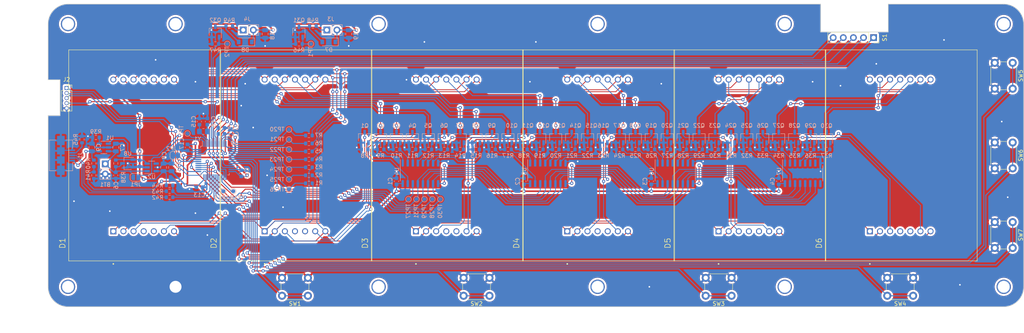
<source format=kicad_pcb>
(kicad_pcb (version 20221018) (generator pcbnew)
  (layers (0 "F.Cu" signal) (31 "B.Cu" signal) (34 "B.Paste" user) (35 "F.Paste" user) (36 "B.SilkS" user "B.Silkscreen") (37 "F.SilkS" user "F.Silkscreen") (38 "B.Mask" user) (39 "F.Mask" user) (44 "Edge.Cuts" user))
  (net 0 "")
  (net 1 "+BATT")
  (net 2 "GND")
  (net 3 "+3.3V")
  (net 4 "Net-(U2-EN)")
  (net 5 "VBUS")
  (net 6 "nRST")
  (net 7 "Net-(U9-PC14)")
  (net 8 "Net-(U9-PC15)")
  (net 9 "Net-(D1-R5)")
  (net 10 "Net-(D1-R7)")
  (net 11 "Net-(D1-C2)")
  (net 12 "Net-(D1-C5)")
  (net 13 "Net-(D1-R6)")
  (net 14 "Net-(D1-R3)")
  (net 15 "Net-(D1-R1)")
  (net 16 "Net-(D1-C4)")
  (net 17 "Net-(D1-C1)")
  (net 18 "Net-(D1-R2)")
  (net 19 "Net-(D2-C2)")
  (net 20 "Net-(D2-C5)")
  (net 21 "Net-(D2-C4)")
  (net 22 "Net-(D2-C1)")
  (net 23 "Net-(D3-C2)")
  (net 24 "Net-(D3-C5)")
  (net 25 "Net-(D3-C4)")
  (net 26 "Net-(D3-C1)")
  (net 27 "Net-(D4-C2)")
  (net 28 "Net-(D4-C5)")
  (net 29 "Net-(D4-C4)")
  (net 30 "Net-(D4-C1)")
  (net 31 "Net-(D5-C2)")
  (net 32 "Net-(D5-C5)")
  (net 33 "Net-(D5-C4)")
  (net 34 "Net-(D5-C1)")
  (net 35 "Net-(D6-C2)")
  (net 36 "Net-(D6-C3)")
  (net 37 "Net-(D6-C5)")
  (net 38 "Net-(D6-C4)")
  (net 39 "Net-(D6-C1)")
  (net 40 "USBD-")
  (net 41 "USBD+")
  (net 42 "Net-(J1-ID)")
  (net 43 "SWDIO")
  (net 44 "SWDCLK")
  (net 45 "Net-(JP1-B)")
  (net 46 "Net-(JP2-B)")
  (net 47 "Net-(Q1-G)")
  (net 48 "Net-(Q2-G)")
  (net 49 "Net-(Q3-G)")
  (net 50 "Net-(Q4-G)")
  (net 51 "Net-(Q5-G)")
  (net 52 "Net-(Q6-G)")
  (net 53 "Net-(Q7-G)")
  (net 54 "Net-(Q8-G)")
  (net 55 "Net-(Q9-G)")
  (net 56 "Net-(Q10-G)")
  (net 57 "Net-(Q11-G)")
  (net 58 "Net-(Q12-G)")
  (net 59 "Net-(Q13-G)")
  (net 60 "Net-(Q14-G)")
  (net 61 "Net-(Q15-G)")
  (net 62 "Net-(Q16-G)")
  (net 63 "Net-(Q17-G)")
  (net 64 "Net-(Q18-G)")
  (net 65 "Net-(Q19-G)")
  (net 66 "Net-(Q20-G)")
  (net 67 "Net-(Q21-G)")
  (net 68 "Net-(Q22-G)")
  (net 69 "Net-(Q23-G)")
  (net 70 "Net-(Q24-G)")
  (net 71 "Net-(Q25-G)")
  (net 72 "Net-(Q26-G)")
  (net 73 "Net-(Q27-G)")
  (net 74 "Net-(Q28-G)")
  (net 75 "Net-(Q29-G)")
  (net 76 "Net-(Q30-G)")
  (net 77 "DISP_ROW6")
  (net 78 "DISP_ROW5")
  (net 79 "DISP_ROW4")
  (net 80 "DISP_ROW3")
  (net 81 "DISP_ROW2")
  (net 82 "DISP_ROW1")
  (net 83 "DISP_ROW0")
  (net 84 "Net-(U1-PROG)")
  (net 85 "USB_STAT")
  (net 86 "Net-(U9-PA11)")
  (net 87 "Net-(U9-PA12)")
  (net 88 "SW0")
  (net 89 "SW1")
  (net 90 "SW2")
  (net 91 "SW3")
  (net 92 "SW4")
  (net 93 "BTN_UP1")
  (net 94 "BTN_UP2")
  (net 95 "BTN_UP3")
  (net 96 "BTN_UP4")
  (net 97 "BTN_PLAY")
  (net 98 "BTN_MODE")
  (net 99 "BTN_STOP")
  (net 100 "Net-(U9-PB14)")
  (net 101 "Net-(U9-PB15)")
  (net 102 "Net-(U9-PC13)")
  (net 103 "CH_STAT")
  (net 104 "DISP_COL_SER")
  (net 105 "DISP_COL_SRCLK")
  (net 106 "DISP_COL_RCLK")
  (net 107 "DISP_COL_SRCLR")
  (net 108 "DISP_COL_OE")
  (net 110 "Net-(U4-QH')")
  (net 111 "Net-(U5-QH')")
  (net 112 "Net-(U6-QH')")
  (net 116 "Net-(D7-A)")
  (net 117 "Net-(D8-A)")
  (net 118 "Net-(J3-Pin_1)")
  (net 119 "Net-(J4-Pin_1)")
  (net 120 "ALM0")
  (net 121 "ALM1")
  (net 122 "Net-(D1-C3)")
  (net 123 "Net-(D1-R4)")
  (net 124 "Net-(D2-C3)")
  (net 125 "Net-(D3-C3)")
  (net 126 "Net-(D4-C3)")
  (net 127 "Net-(D5-C3)")
  (footprint "Button_Switch_THT:SW_PUSH_6mm_H9.5mm" (layer "F.Cu") (at 197.65 135.25 180)
    (fp_text reference "SW3")
    (fp_text value "SW_Push")
  )
  (footprint "Button_Switch_THT:SW_PUSH_6mm_H9.5mm" (layer "F.Cu") (at 136.85 135.25 180)
    (fp_text reference "SW2")
    (fp_text value "SW_Push")
  )
  (footprint "TC20-11SRWA:LED_TC20-11SRWA" (layer "F.Cu") (at 126 100 90)
    (fp_text reference "D3")
    (fp_text value "TC20-11SRWA")
  )
  (footprint "Button_Switch_THT:SW_PUSH_6mm_H9.5mm" (layer "F.Cu") (at 91.25 135.25 180)
    (fp_text reference "SW1")
    (fp_text value "SW_Push")
  )
  (footprint "TC20-11SRWA:LED_TC20-11SRWA" (layer "F.Cu") (at 202 100 90)
    (fp_text reference "D5")
    (fp_text value "TC20-11SRWA")
  )
  (footprint "TC20-11SRWA:LED_TC20-11SRWA" (layer "F.Cu") (at 50 100 90)
    (fp_text reference "D1")
    (fp_text value "TC20-11SRWA")
  )
  (footprint "TC20-11SRWA:LED_TC20-11SRWA" (layer "F.Cu") (at 88 100 90)
    (fp_text reference "D2")
    (fp_text value "TC20-11SRWA")
  )
  (footprint "Connector_PinSocket_2.54mm:PinSocket_1x05_P2.54mm_Vertical" (layer "F.Cu") (at 233.325 70.425 -90)
    (fp_text reference "S1")
    (fp_text value "MF140")
  )
  (footprint "Button_Switch_THT:SW_PUSH_6mm_H9.5mm" (layer "F.Cu") (at 268.25 116.75 -90)
    (fp_text reference "SW7")
    (fp_text value "SW_Push")
  )
  (footprint "Button_Switch_THT:SW_PUSH_6mm_H9.5mm" (layer "F.Cu") (at 268.25 76.75 -90)
    (fp_text reference "SW5")
    (fp_text value "SW_Push")
  )
  (footprint "Button_Switch_THT:SW_PUSH_6mm_H9.5mm" (layer "F.Cu") (at 243.25 135.25 180)
    (fp_text reference "SW4")
    (fp_text value "SW_Push")
  )
  (footprint "TC20-11SRWA:LED_TC20-11SRWA" (layer "F.Cu") (at 240 100 90)
    (fp_text reference "D6")
    (fp_text value "TC20-11SRWA")
  )
  (footprint "TC20-11SRWA:LED_TC20-11SRWA" (layer "F.Cu") (at 164 100 90)
    (fp_text reference "D4")
    (fp_text value "TC20-11SRWA")
  )
  (footprint "Button_Switch_THT:SW_PUSH_6mm_H9.5mm" (layer "F.Cu") (at 268.25 96.75 -90)
    (fp_text reference "SW6")
    (fp_text value "SW_Push")
  )
  (footprint "Connector_PinSocket_1.27mm:PinSocket_1x05_P1.27mm_Vertical" (layer "F.Cu") (at 30.645 83.075)
    (fp_text reference "J2")
    (fp_text value "Conn_01x05_Socket")
  )
  (footprint "Resistor_SMD:R_0603_1608Metric" (layer "B.Cu") (at 37.495 102 -90)
    (fp_text reference "R40")
    (fp_text value "10k")
  )
  (footprint "Package_TO_SOT_SMD:TSOT-23" (layer "B.Cu") (at 137.5 95.5 90)
    (fp_text reference "Q9")
    (fp_text value "2N7002K")
  )
  (footprint "Capacitor_SMD:C_0603_1608Metric" (layer "B.Cu") (at 74.505 104.5 90)
    (fp_text reference "C12")
    (fp_text value "100nF")
  )
  (footprint "Package_SO:SO-16_3.9x9.9mm_P1.27mm" (layer "B.Cu") (at 215.5 104.5 -90)
    (fp_text reference "U7")
    (fp_text value "74HC595D")
  )
  (footprint "Package_TO_SOT_SMD:TSOT-23" (layer "B.Cu") (at 117.5 95.5 90)
    (fp_text reference "Q4")
    (fp_text value "2N7002K")
  )
  (footprint "TestPoint:TestPoint_Pad_D1.0mm" (layer "B.Cu") (at 72.5 109 180)
    (fp_text reference "TP18")
    (fp_text value "TestPoint")
  )
  (footprint "Resistor_SMD:R_0603_1608Metric" (layer "B.Cu") (at 149.5 98.5 180)
    (fp_text reference "R19")
    (fp_text value "1M")
  )
  (footprint "Package_TO_SOT_SMD:TSOT-23" (layer "B.Cu") (at 165.5 95.5 90)
    (fp_text reference "Q16")
    (fp_text value "2N7002K")
  )
  (footprint "Capacitor_SMD:C_0603_1608Metric" (layer "B.Cu") (at 177.5 106.5 90)
    (fp_text reference "C3")
    (fp_text value "100nF")
  )
  (footprint "Package_TO_SOT_SMD:TSOT-23" (layer "B.Cu") (at 157.5 95.5 90)
    (fp_text reference "Q14")
    (fp_text value "2N7002K")
  )
  (footprint "Resistor_SMD:R_0603_1608Metric" (layer "B.Cu") (at 91.5 99)
    (fp_text reference "R5")
    (fp_text value "150R")
  )
  (footprint "Capacitor_SMD:C_0805_2012Metric" (layer "B.Cu") (at 37 98 90)
    (fp_text reference "C9")
    (fp_text value "10uF")
  )
  (footprint "Package_TO_SOT_SMD:TSOT-23" (layer "B.Cu") (at 197.5 95.5 90)
    (fp_text reference "Q24")
    (fp_text value "2N7002K")
  )
  (footprint "Resistor_SMD:R_0603_1608Metric" (layer "B.Cu") (at 91.5 101)
    (fp_text reference "R4")
    (fp_text value "150R")
  )
  (footprint "Package_TO_SOT_SMD:TSOT-23" (layer "B.Cu") (at 153.5 95.5 90)
    (fp_text reference "Q13")
    (fp_text value "2N7002K")
  )
  (footprint "Resistor_SMD:R_0603_1608Metric" (layer "B.Cu") (at 217.5 98.5 180)
    (fp_text reference "R36")
    (fp_text value "1M")
  )
  (footprint "Connector_USB:USB_Micro-B_Amphenol_10104110_Horizontal" (layer "B.Cu") (at 30.5 100 90)
    (fp_text reference "J1")
    (fp_text value "USB_B_Micro")
  )
  (footprint "Package_TO_SOT_SMD:TSOT-23" (layer "B.Cu") (at 213.5 95.5 90)
    (fp_text reference "Q28")
    (fp_text value "2N7002K")
  )
  (footprint "Resistor_SMD:R_0603_1608Metric" (layer "B.Cu") (at 91.5 97)
    (fp_text reference "R6")
    (fp_text value "150R")
  )
  (footprint "Resistor_SMD:R_0603_1608Metric" (layer "B.Cu") (at 109.5 98.5 180)
    (fp_text reference "R9")
    (fp_text value "1M")
  )
  (footprint "Resistor_SMD:R_0603_1608Metric" (layer "B.Cu") (at 201.5 98.5 180)
    (fp_text reference "R32")
    (fp_text value "1M")
  )
  (footprint "Package_TO_SOT_SMD:TSOT-23" (layer "B.Cu") (at 133.5 95.5 90)
    (fp_text reference "Q8")
    (fp_text value "2N7002K")
  )
  (footprint "Package_TO_SOT_SMD:TSOT-23" (layer "B.Cu") (at 125.5 95.5 90)
    (fp_text reference "Q6")
    (fp_text value "2N7002K")
  )
  (footprint "Resistor_SMD:R_0603_1608Metric" (layer "B.Cu") (at 56.5 108.995 180)
    (fp_text reference "R43")
    (fp_text value "10R")
  )
  (footprint "Diode_SMD:D_SOD-123" (layer "B.Cu") (at 96.5 71.5 180)
    (fp_text reference "D7")
    (fp_text value "D_Schottky")
  )
  (footprint "TestPoint:TestPoint_Pad_D1.0mm" (layer "B.Cu") (at 120.5 111 90)
    (fp_text reference "TP29")
    (fp_text value "TestPoint")
  )
  (footprint "Resistor_SMD:R_0603_1608Metric" (layer "B.Cu") (at 177.5 98.5 180)
    (fp_text reference "R26")
    (fp_text value "1M")
  )
  (footprint "Package_SO:SO-16_3.9x9.9mm_P1.27mm" (layer "B.Cu") (at 119.5 104.5 -90)
    (fp_text reference "U4")
    (fp_text value "74HC595D")
  )
  (footprint "Capacitor_SMD:C_0603_1608Metric" (layer "B.Cu") (at 113.5 106.5 90)
    (fp_text reference "C1")
    (fp_text value "100nF")
  )
  (footprint "Capacitor_SMD:C_0603_1608Metric" (layer "B.Cu") (at 69.5 93.1)
    (fp_text reference "C14")
    (fp_text value "10nF")
  )
  (footprint "Package_TO_SOT_SMD:TSOT-23" (layer "B.Cu") (at 177.5 95.5 90)
    (fp_text reference "Q19")
    (fp_text value "2N7002K")
  )
  (footprint "Package_TO_SOT_SMD:TSOT-23" (layer "B.Cu") (at 105.5 95.5 90)
    (fp_text reference "Q1")
    (fp_text value "2N7002K")
  )
  (footprint "TestPoint:TestPoint_Pad_D1.0mm" (layer "B.Cu") (at 61 94.5 90)
    (fp_text reference "TP3")
    (fp_text value "TestPoint" hide)
  )
  (footprint "Package_TO_SOT_SMD:TSOT-23" (layer "B.Cu") (at 185.5 95.5 90)
    (fp_text reference "Q21")
    (fp_text value "2N7002K")
  )
  (footprint "Package_TO_SOT_SMD:TSOT-23" (layer "B.Cu") (at 205.5 95.5 90)
    (fp_text reference "Q26")
    (fp_text value "2N7002K")
  )
  (footprint "Package_TO_SOT_SMD:TSOT-23" (layer "B.Cu") (at 209.5 95.5 90)
    (fp_text reference "Q27")
    (fp_text value "2N7002K")
  )
  (footprint "Resistor_SMD:R_0603_1608Metric" (layer "B.Cu") (at 125.5 98.5 180)
    (fp_text reference "R13")
    (fp_text value "1M")
  )
  (footprint "Resistor_SMD:R_0603_1608Metric" (layer "B.Cu") (at 141.5 98.5 180)
    (fp_text reference "R17")
    (fp_text value "1M")
  )
  (footprint "Resistor_SMD:R_0603_1608Metric" (layer "B.Cu") (at 117.5 98.5 180)
    (fp_text reference "R11")
    (fp_text value "1M")
  )
  (footprint "Package_TO_SOT_SMD:TSOT-23" (layer "B.Cu") (at 169.5 95.5 90)
    (fp_text reference "Q17")
    (fp_text value "2N7002K")
  )
  (footprint "Resistor_SMD:R_0603_1608Metric" (layer "B.Cu") (at 209.5 98.5 180)
    (fp_text reference "R34")
    (fp_text value "1M")
  )
  (footprint "TestPoint:TestPoint_Pad_D1.0mm" (layer "B.Cu") (at 86.5 93.5 90)
    (fp_text reference "TP20")
    (fp_text value "TestPoint")
  )
  (footprint "Resistor_SMD:R_0603_1608Metric" (layer "B.Cu") (at 221.5 98.5 180)
    (fp_text reference "R37")
    (fp_text value "1M")
  )
  (footprint "TestPoint:TestPoint_Pad_D1.0mm" (layer "B.Cu") (at 70 109 180)
    (fp_text reference "TP19")
    (fp_text value "TestPoint")
  )
  (footprint "TestPoint:TestPoint_Pad_D1.0mm" (layer "B.Cu") (at 86.5 106 90)
    (fp_text reference "TP25")
    (fp_text value "TestPoint")
  )
  (footprint "Resistor_SMD:R_0603_1608Metric" (layer "B.Cu") (at 129.5 98.5 180)
    (fp_text reference "R14")
    (fp_text value "1M")
  )
  (footprint "Package_TO_SOT_SMD:SOT-23-5" (layer "B.Cu") (at 52 103)
    (fp_text reference "U2")
    (fp_text value "TLV75533PDBV")
  )
  (footprint "Resistor_SMD:R_0603_1608Metric" (layer "B.Cu") (at 91.5 107)
    (fp_text reference "R1")
    (fp_text value "150R")
  )
  (footprint "Package_TO_SOT_SMD:TSOT-23" (layer "B.Cu") (at 217.5 95.5 90)
    (fp_text reference "Q29")
    (fp_text value "2N7002K")
  )
  (footprint "Resistor_SMD:R_0805_2012Metric_Pad1.20x1.40mm_HandSolder" (layer "B.Cu") (at 65 94 180)
    (fp_text reference "Y1")
    (fp_text value "32 kHz (ABS06)")
  )
  (footprint "Connector_PinSocket_2.54mm:PinSocket_1x02_P2.54mm_Vertical" (layer "B.Cu") (at 75 68.5 -90)
    (fp_text reference "J4")
    (fp_text value "Conn_01x02_Socket")
  )
  (footprint "Resistor_SMD:R_0603_1608Metric" (layer "B.Cu") (at 121.5 98.5 180)
    (fp_text reference "R12")
    (fp_text value "1M")
  )
  (footprint "Package_TO_SOT_SMD:TSOT-23" (layer "B.Cu") (at 129.5 95.5 90)
    (fp_text reference "Q7")
    (fp_text value "2N7002K")
  )
  (footprint "Resistor_SMD:R_0603_1608Metric" (layer "B.Cu") (at 37.495 105 -90)
    (fp_text reference "R41")
    (fp_text value "10k")
  )
  (footprint "Package_TO_SOT_SMD:SOT-23-5" (layer "B.Cu") (at 40 98 180)
    (fp_text reference "U1")
    (fp_text value "MCP73831-2-OT")
  )
  (footprint "Resistor_SMD:R_0603_1608Metric" (layer "B.Cu") (at 91.5 103)
    (fp_text reference "R3")
    (fp_text value "150R")
  )
  (footprint "Capacitor_SMD:C_0603_1608Metric" (layer "B.Cu") (at 69.5 94.6 180)
    (fp_text reference "C11")
    (fp_text value "100nF")
  )
  (footprint "TestPoint:TestPoint_Pad_D1.0mm" (layer "B.Cu") (at 124.5 111 90)
    (fp_text reference "TP30")
    (fp_text value "TestPoint")
  )
  (footprint "Package_TO_SOT_SMD:TSOT-23" (layer "B.Cu") (at 149.5 95.5 90)
    (fp_text reference "Q12")
    (fp_text value "2N7002K")
  )
  (footprint "Diode_SMD:D_SOD-123" (layer "B.Cu") (at 75.5 71.5 180)
    (fp_text reference "D8")
    (fp_text value "D_Schottky")
  )
  (footprint "Resistor_SMD:R_0603_1608Metric" (layer "B.Cu") (at 173.5 98.5 180)
    (fp_text reference "R25")
    (fp_text value "1M")
  )
  (footprint "Package_TO_SOT_SMD:TSOT-23" (layer "B.Cu") (at 68 69 90)
    (fp_text reference "Q32")
    (fp_text value "2N7002K")
  )
  (footprint "Resistor_SMD:R_0603_1608Metric" (layer "B.Cu") (at 197.5 98.5 180)
    (fp_text reference "R31")
    (fp_text value "1M")
  )
  (footprint "Resistor_SMD:R_0603_1608Metric" (layer "B.Cu") (at 133.5 98.5 180)
    (fp_text reference "R15")
    (fp_text value "1M")
  )
  (footprint "Package_TO_SOT_SMD:TSOT-23" (layer "B.Cu") (at 189.5 95.5 90)
    (fp_text reference "Q22")
    (fp_text value "2N7002K")
  )
  (footprint "Package_TO_SOT_SMD:TSOT-23" (layer "B.Cu") (at 201.5 95.5 90)
    (fp_text reference "Q25")
    (fp_text value "2N7002K")
  )
  (footprint "Package_SO:SO-16_3.9x9.9mm_P1.27mm" (layer "B.Cu") (at 151.5 104.5 -90)
    (fp_text reference "U5")
    (fp_text value "74HC595D")
  )
  (footprint "Package_TO_SOT_SMD:TSOT-23" (layer "B.Cu") (at 89 69 90)
    (fp_text reference "Q31")
    (fp_text value "2N7002K")
  )
  (footprint "Capacitor_SMD:C_0805_2012Metric" (layer "B.Cu") (at 43 98 90)
    (fp_text reference "C7")
    (fp_text value "10uF")
  )
  (footprint "Resistor_SMD:R_0603_1608Metric" (layer "B.Cu") (at 157.5 98.5 180)
    (fp_text reference "R21")
    (fp_text value "1M")
  )
  (footprint "Capacitor_SMD:C_0603_1608Metric" (layer "B.Cu") (at 209.5 106.5 90)
    (fp_text reference "C4")
    (fp_text value "100nF")
  )
  (footprint "Resistor_SMD:R_0603_1608Metric" (layer "B.Cu") (at 71.5 67.5 180)
    (fp_text reference "R49")
    (fp_text value "1M")
  )
  (footprint "Resistor_SMD:R_0603_1608Metric" (layer "B.Cu") (at 68 72 180)
    (fp_text reference "R47")
    (fp_text value "1M")
  )
  (footprint "Resistor_SMD:R_0603_1608Metric" (layer "B.Cu") (at 185.5 98.5 180)
    (fp_text reference "R28")
    (fp_text value "1M")
  )
  (footprint "Package_TO_SOT_SMD:TSOT-23" (layer "B.Cu") (at 46 102 180)
    (fp_text reference "U8")
    (fp_text value "MCP111T-xxxE_TT")
  )
  (footprint "Resistor_SMD:R_0603_1608Metric" (layer "B.Cu") (at 181.5 98.5 180)
    (fp_text reference "R27")
    (fp_text value "1M")
  )
  (footprint "TestPoint:TestPoint_Pad_D1.0mm" (layer "B.Cu") (at 116.5 111 90)
    (fp_text reference "TP27")
    (fp_text value "TestPoint")
  )
  (footprint "Capacitor_SMD:C_0603_1608Metric" (layer "B.Cu") (at 49 102 -90)
    (fp_text reference "C5")
    (fp_text value "10nF")
  )
  (footprint "Resistor_SMD:R_0603_1608Metric" (layer "B.Cu") (at 153.5 98.5 180)
    (fp_text reference "R20")
    (fp_text value "1M")
  )
  (footprint "Capacitor_SMD:C_0805_2012Metric" (layer "B.Cu") (at 57 103 90)
    (fp_text reference "C10")
    (fp_text value "10uF")
  )
  (footprint "TestPoint:TestPoint_Pad_D1.0mm" (layer "B.Cu") (at 92 72 90)
    (fp_text reference "TP1")
    (fp_text value "TestPoint")
  )
  (footprint "Connector_PinSocket_2.54mm:PinSocket_1x02_P2.54mm_Vertical" (layer "B.Cu") (at 96 68.5 -90)
    (fp_text reference "J3")
    (fp_text value "Conn_01x02_Socket")
  )
  (footprint "Package_QFP:LQFP-48_7x7mm_P0.5mm" (layer "B.Cu") (at 67.9 101.3 -90)
    (fp_text reference "U9")
    (fp_text value "STM32L412C8Tx")
  )
  (footprint "Resistor_SMD:R_0603_1608Metric" (layer "B.Cu") (at 213.5 98.5 180)
    (fp_text reference "R35")
    (fp_text value "1M")
  )
  (footprint "Resistor_SMD:R_0603_1608Metric" (layer "B.Cu") (at 43 102 90)
    (fp_text reference "R38")
    (fp_text value "1M")
  )
  (footprint "Package_TO_SOT_SMD:TSOT-23" (layer "B.Cu") (at 113.5 95.5 90)
    (fp_text reference "Q3")
    (fp_text value "2N7002K")
  )
  (footprint "Resistor_SMD:R_0603_1608Metric" (layer "B.Cu") (at 91.5 95)
    (fp_text reference "R7")
    (fp_text value "150R")
  )
  (footprint "Capacitor_SMD:C_0805_2012Metric" (layer "B.Cu") (at 101.5 69.5 -90)
    (fp_text reference "C19")
    (fp_text value "10uF")
  )
  (footprint "Capacitor_SMD:C_0603_1608Metric" (layer "B.Cu") (at 61 98 -90)
    (fp_text reference "C17")
    (fp_text value "100nF")
  )
  (footprint "Resistor_SMD:R_0603_1608Metric" (layer "B.Cu") (at 165.5 98.5 180)
    (fp_text reference "R23")
    (fp_text value "1M")
  )
  (footprint "Capacitor_SMD:C_0603_1608Metric" (layer "B.Cu") (at 43 105 -90)
    (fp_text reference "C6")
    (fp_text value "100nF")
  )
  (footprint "Capacitor_SMD:C_0805_2012Metric" (layer "B.Cu") (at 55 103 90)
    (fp_text reference "C8")
    (fp_text value "10uF")
  )
  (footprint "Package_TO_SOT_SMD:TSOT-23" (layer "B.Cu") (at 141.5 95.5 90)
    (fp_text reference "Q10")
    (fp_text value "2N7002K")
  )
  (footprint "TestPoint:TestPoint_Pad_D1.0mm" (layer "B.Cu") (at 122.5 111 90)
    (fp_text reference "TP28")
    (fp_text value "TestPoint")
  )
  (footprint "Package_TO_SOT_SMD:TSOT-23" (layer "B.Cu") (at 221.5 95.5 90)
    (fp_text reference "Q30")
    (fp_text value "2N7002K")
  )
  (footprint "Capacitor_SMD:C_0603_1608Metric" (layer "B.Cu") (at 145.5 106.5 90)
    (fp_text reference "C2")
    (fp_text value "100nF")
  )
  (footprint "TestPoint:TestPoint_Pad_D1.0mm" (layer "B.Cu") (at 86.5 103.5 90)
    (fp_text reference "TP24")
    (fp_text value "TestPoint")
  )
  (footprint "Jumper:SolderJumper-2_P1.3mm_Open_RoundedPad1.0x1.5mm" (layer "B.Cu") (at 48 105.5)
    (fp_text reference "JP1")
    (fp_text value "SolderJumper_2_Open")
  )
  (footprint "Package_TO_SOT_SMD:TSOT-23" (layer "B.Cu") (at 173.5 95.5 90)
    (fp_text reference "Q18")
    (fp_text value "2N7002K")
  )
  (footprint "Resistor_SMD:R_0603_1608Metric" (layer "B.Cu") (at 193.5 98.5 180)
    (fp_text reference "R30")
    (fp_text value "1M")
  )
  (footprint "Package_TO_SOT_SMD:TSOT-23" (layer "B.Cu") (at 121.5 95.5 90)
    (fp_text reference "Q5")
    (fp_text value "2N7002K")
  )
  (footprint "Capacitor_SMD:C_0805_2012Metric" (layer "B.Cu") (at 80.5 69.5 -90)
    (fp_text reference "C18")
    (fp_text value "10uF")
  )
  (footprint "Capacitor_SMD:C_0603_1608Metric" (layer "B.Cu") (at 66 91.5 -90)
    (fp_text reference "C16")
    (fp_text value "~")
  )
  (footprint "Capacitor_SMD:C_0603_1608Metric" (layer "B.Cu") (at 64 108)
    (fp_text reference "C13")
    (fp_text value "100nF")
  )
  (footprint "Package_TO_SOT_SMD:TSOT-23" (layer "B.Cu") (at 193.5 95.5 90)
    (fp_text reference "Q23")
    (fp_text value "2N7002K")
  )
  (footprint "Resistor_SMD:R_0603_1608Metric" (layer "B.Cu") (at 145.5 98.5 180)
    (fp_text reference "R18")
    (fp_text value "1M")
  )
  (footprint "TestPoint:TestPoint_Pad_D1.0mm" (layer "B.Cu") (at 86.5 98.5 90)
    (fp_text reference "TP22")
    (fp_text value "TestPoint")
  )
  (footprint "Resistor_SMD:R_0603_1608Metric" (layer "B.Cu") (at 161.5 98.5 180)
    (fp_text reference "R22")
    (fp_text value "1M")
  )
  (footprint "Resistor_SMD:R_0603_1608Metric" (layer "B.Cu") (at 34.505 96 90)
    (fp_text reference "R45")
    (fp_text value "10k")
  )
  (footprint "Resistor_SMD:R_0603_1608Metric" (layer "B.Cu") (at 169.5 98.5 180)
    (fp_text reference "R24")
    (fp_text value "1M")
  )
  (footprint "Connector_PinSocket_2.54mm:PinSocket_1x02_P2.54mm_Vertical" (layer "B.Cu") (at 40.355 102.125 180)
    (fp_text reference "BT1")
    (fp_text value "Battery_Cell")
  )
  (footprint "Package_TO_SOT_SMD:TSOT-23" (layer "B.Cu") (at 109.5 95.5 90)
    (fp_text reference "Q2")
    (fp_text value "2N7002K")
  )
  (footprint "Resistor_SMD:R_0603_1608Metric" (layer "B.Cu") (at 113.5 98.5 180)
    (fp_text reference "R10")
    (fp_text value "1M")
  )
  (footprint "Resistor_SMD:R_0603_1608Metric" (layer "B.Cu") (at 105.5 98.5 180)
    (fp_text reference "R8")
    (fp_text value "1M")
  )
  (footprint "Package_TO_SOT_SMD:TSOT-23" (layer "B.Cu") (at 161.5 95.5 90)
    (fp_text reference "Q15")
    (fp_text value "2N7002K")
  )
  (footprint "Package_SO:SO-16_3.9x9.9mm_P1.27mm" (layer "B.Cu") (at 183.5 104.5 -90)
    (fp_text reference "U6")
    (fp_text value "74HC595D")
  )
  (footprint "TestPoint:TestPoint_Pad_D1.0mm" (layer "B.Cu") (at 86.5 108.5 90)
    (fp_text reference "TP26")
    (fp_text value "TestPoint")
  )
  (footprint "TestPoint:TestPoint_Pad_D1.0mm" (layer "B.Cu") (at 118.5 111 90)
    (fp_text reference "TP31")
    (fp_text value "TestPoint")
  )
  (footprint "Resistor_SMD:R_0603_1608Metric" (layer "B.Cu") (at 89 72 180)
    (fp_text reference "R46")
    (fp_text value "1M")
  )
  (footprint "Jumper:SolderJumper-2_P1.3mm_Bridged_RoundedPad1.0x1.5mm" (layer "B.Cu") (at 58 100)
    (fp_text reference "JP2")
    (fp_text value "SolderJumper_2_Bridged")
  )
  (footprint "Capacitor_SMD:C_0603_1608Metric" (layer "B.Cu") (at 64 91.5 -90)
    (fp_text reference "C15")
    (fp_text value "~")
  )
  (footprint "Resistor_SMD:R_0603_1608Metric" (layer "B.Cu") (at 38 95.495 180)
    (fp_text reference "R39")
    (fp_text value "1M")
  )
  (footprint "TestPoint:TestPoint_Pad_D1.0mm" (layer "B.Cu") (at 86.5 101 90)
    (fp_text reference "TP23")
    (fp_text value "TestPoint")
  )
  (footprint "Package_TO_SOT_SMD:TSOT-23" (layer "B.Cu") (at 145.5 95.5 90)
    (fp_text reference "Q11")
    (fp_text value "2N7002K")
  )
  (footprint "Resistor_SMD:R_0603_1608Metric" (layer "B.Cu") (at 189.5 98.5 180)
    (fp_text reference "R29")
    (fp_text value "1M")
  )
  (footprint "TestPoint:TestPoint_Pad_D1.0mm" (layer "B.Cu") (at 71 72 90)
    (fp_text reference "TP2")
    (fp_text value "TestPoint")
  )
  (footprint "Resistor_SMD:R_0603_1608Metric" (layer "B.Cu") (at 91.5 105)
    (fp_text reference "R2")
    (fp_text value "150R")
  )
  (footprint "Resistor_SMD:R_0603_1608Metric" (layer "B.Cu") (at 56.5 110.5 180)
    (fp_text reference "R42")
    (fp_text value "10R")
  )
  (footprint "TestPoint:TestPoint_Pad_D1.0mm" (layer "B.Cu") (at 86.5 96 90)
    (fp_text reference "TP21")
    (fp_text value "TestPoint")
  )
  (footprint "Package_TO_SOT_SMD:TSOT-23" (layer "B.Cu") (at 181.5 95.5 90)
    (fp_text reference "Q20")
    (fp_text value "2N7002K")
  )
  (footprint "Resistor_SMD:R_0603_1608Metric" (layer "B.Cu") (at 56.5 107.5 180)
    (fp_text reference "R44")
    (fp_text value "1k5")
  )
  (footprint "Resistor_SMD:R_0603_1608Metric" (layer "B.Cu") (at 92.5 67.5 180)
    (fp_text reference "R48")
    (fp_text value "1M")
  )
  (footprint "Resistor_SMD:R_0603_1608Metric" (layer "B.Cu") (at 137.5 98.5 180)
    (fp_text reference "R16")
    (fp_text value "1M")
  )
  (footprint "Resistor_SMD:R_0603_1608Metric" (layer "B.Cu") (at 205.5 98.5 180)
    (fp_text reference "R33")
    (fp_text value "1M")
  )
  (gr_line (start 220 69) (end 220 62) (stroke (width 0.15)) (layer "Edge.Cuts"))
  (gr_line (start 26 90) (end 29 90) (stroke (width 0.15)) (layer "Edge.Cuts"))
  (gr_line (start 271 67) (end 271 133) (stroke (width 0.15)) (layer "Edge.Cuts"))
  (gr_line (start 29 90) (end 29 81) (stroke (width 0.15)) (layer "Edge.Cuts"))
  (gr_line (start 29 81) (end 26 81) (stroke (width 0.15)) (layer "Edge.Cuts"))
  (gr_arc (start 271 133) (mid 269.535534 136.535533) (end 266 138) (stroke (width 0.15)) (layer "Edge.Cuts"))
  (gr_line (start 266 138) (end 31 138) (stroke (width 0.15)) (layer "Edge.Cuts"))
  (gr_line (start 26 81) (end 26 67) (stroke (width 0.15)) (layer "Edge.Cuts"))
  (gr_line (start 26 133) (end 26 90) (stroke (width 0.15)) (layer "Edge.Cuts"))
  (gr_line (start 237 62) (end 237 69) (stroke (width 0.15)) (layer "Edge.Cuts"))
  (gr_line (start 237 69) (end 220 69) (stroke (width 0.15)) (layer "Edge.Cuts"))
  (gr_arc (start 31 138) (mid 27.464467 136.535534) (end 26 133) (stroke (width 0.15)) (layer "Edge.Cuts"))
  (gr_arc (start 26 67) (mid 27.464466 63.464467) (end 31 62) (stroke (width 0.15)) (layer "Edge.Cuts"))
  (gr_arc (start 266 62) (mid 269.535533 63.464466) (end 271 67) (stroke (width 0.15)) (layer "Edge.Cuts"))
  (gr_line (start 237 62) (end 266 62) (stroke (width 0.15)) (layer "Edge.Cuts"))
  (gr_line (start 31 62) (end 220 62) (stroke (width 0.15)) (layer "Edge.Cuts"))
  (via (at 109 133) (size 3.6) (drill 3) (layers "F.Cu" "B.Cu") (net 0))
  (via (at 164 67) (size 3.6) (drill 3) (layers "F.Cu" "B.Cu") (net 0))
  (via locked (at 31 133) (size 3.6) (drill 3) (layers "F.Cu" "B.Cu") (net 0))
  (via (at 211 67) (size 3.6) (drill 3) (layers "F.Cu" "B.Cu") (net 0))
  (via (at 211 133) (size 3.6) (drill 3) (layers "F.Cu" "B.Cu") (net 0))
  (via locked (at 266 133) (size 3.6) (drill 3) (layers "F.Cu" "B.Cu") (net 0))
  (via (at 109 67) (size 3.6) (drill 3) (layers "F.Cu" "B.Cu") (net 0))
  (via (at 164 133) (size 3.6) (drill 3) (layers "F.Cu" "B.Cu") (net 0))
  (via locked (at 31 67) (size 3.6) (drill 3) (layers "F.Cu" "B.Cu") (net 0))
  (via (at 58 67) (size 3.6) (drill 3) (layers "F.Cu" "B.Cu") (net 0))
  (via locked (at 266 67) (size 3.6) (drill 3) (layers "F.Cu" "B.Cu") (net 0))
  (segment (start 43 98.95) (end 43 99.48) (width 0.25) (layer "B.Cu") (net 1))
  (segment (start 46.5 103.95) (end 43.275 103.95) (width 0.25) (layer "B.Cu") (net 1))
  (segment (start 47.35 105.5) (end 47.35 104.8) (width 0.25) (layer "B.Cu") (net 1))
  (segment (start 41.1375 98.95) (end 43 98.95) (width 0.25) (layer "B.Cu") (net 1))
  (segment (start 50.8625 103.95) (end 46.5 103.95) (width 0.25) (layer "B.Cu") (net 1))
  (segment (start 43.275 103.95) (end 43 104.225) (width 0.25) (layer "B.Cu") (net 1))
  (segment (start 43 99.48) (end 40.355 102.125) (width 0.25) (layer "B.Cu") (net 1))
  (segment (start 43 102.825) (end 43.865 102.825) (width 0.25) (layer "B.Cu") (net 1))
  (segment (start 40.355 102.125) (end 42.455 104.225) (width 0.25) (layer "B.Cu") (net 1))
  (segment (start 42.455 104.225) (end 43 104.225) (width 0.25) (layer "B.Cu") (net 1))
  (segment (start 43.865 102.825) (end 44.69 102) (width 0.25) (layer "B.Cu") (net 1))
  (segment (start 47.35 104.8) (end 46.5 103.95) (width 0.25) (layer "B.Cu") (net 1))
  (segment (start 43 104.225) (end 43 102.825) (width 0.25) (layer "B.Cu") (net 1))
  (via (at 199.5 98) (size 0.8) (drill 0.4) (layers "F.Cu" "B.Cu") (net 2))
  (via (at 74.5 87.5) (size 0.8) (drill 0.4) (layers "F.Cu" "B.Cu") (net 2))
  (via (at 220 104) (size 0.8) (drill 0.4) (layers "F.Cu" "B.Cu") (net 2))
  (via (at 143.5 98) (size 0.8) (drill 0.4) (layers "F.Cu" "B.Cu") (net 2))
  (via (at 171.5 98) (size 0.8) (drill 0.4) (layers "F.Cu" "B.Cu") (net 2))
  (via (at 45 97.5) (size 0.8) (drill 0.4) (layers "F.Cu" "B.Cu") (net 2))
  (via (at 81 105) (size 0.8) (drill 0.4) (layers "F.Cu" "B.Cu") (net 2))
  (via (at 234 77) (size 0.8) (drill 0.4) (layers "F.Cu" "B.Cu") (net 2))
  (via (at 115.5 98) (size 0.8) (drill 0.4) (layers "F.Cu" "B.Cu") (net 2))
  (via (at 63 114.5) (size 0.8) (drill 0.4) (layers "F.Cu" "B.Cu") (net 2))
  (via (at 120.5 71.5) (size 0.8) (drill 0.4) (layers "F.Cu" "B.Cu") (net 2))
  (via (at 207.5 98) (size 0.8) (drill 0.4) (layers "F.Cu" "B.Cu") (net 2))
  (via (at 58 133) (size 3.6) (drill 3) (layers "F.Cu" "B.Cu") (net 2))
  (via (at 177.5 104.5) (size 0.8) (drill 0.4) (layers "F.Cu" "B.Cu") (net 2))
  (via (at 53.5 103) (size 0.8) (drill 0.4) (layers "F.Cu" "B.Cu") (net 2))
  (via (at 41.5 114) (size 0.8) (drill 0.4) (layers "F.Cu" "B.Cu") (net 2))
  (via (at 151.5 98) (size 0.8) (drill 0.4) (layers "F.Cu" "B.Cu") (net 2))
  (via (at 251 71) (size 0.8) (drill 0.4) (layers "F.Cu" "B.Cu") (net 2))
  (via (at 88 68.5) (size 0.8) (drill 0.4) (layers "F.Cu" "B.Cu") (net 2))
  (via (at 163.5 98) (size 0.8) (drill 0.4) (layers "F.Cu" "B.Cu") (net 2))
  (via (at 53 76) (size 0.8) (drill 0.4) (layers "F.Cu" "B.Cu") (net 2))
  (via (at 126.5 101.5) (size 0.8) (drill 0.4) (layers "F.Cu" "B.Cu") (net 2))
  (via (at 103.5 98) (size 0.8) (drill 0.4) (layers "F.Cu" "B.Cu") (net 2))
  (via (at 61.5 108.5) (size 0.8) (drill 0.4) (layers "F.Cu" "B.Cu") (net 2))
  (via (at 180 82) (size 0.8) (drill 0.4) (layers "F.Cu" "B.Cu") (net 2))
  (via (at 148.5 71.5) (size 0.8) (drill 0.4) (layers "F.Cu" "B.Cu") (net 2))
  (via (at 75.5 82) (size 0.8) (drill 0.4) (layers "F.Cu" "B.Cu") (net 2))
  (via (at 255 132.5) (size 0.8) (drill 0.4) (layers "F.Cu" "B.Cu") (net 2))
  (via (at 65 89.5) (size 0.8) (drill 0.4) (layers "F.Cu" "B.Cu") (net 2))
  (via (at 147.5 98) (size 0.8) (drill 0.4) (layers "F.Cu" "B.Cu") (net 2))
  (via (at 265.5 91.5) (size 0.8) (drill 0.4) (layers "F.Cu" "B.Cu") (net 2))
  (via (at 108.5 100) (size 0.8) (drill 0.4) (layers "F.Cu" "B.Cu") (net 2))
  (via (at 66 120) (size 0.8) (drill 0.4) (layers "F.Cu" "B.Cu") (net 2))
  (via (at 211.5 98) (size 0.8) (drill 0.4) (layers "F.Cu" "B.Cu") (net 2))
  (via (at 159 101.5) (size 0.8) (drill 0.4) (layers "F.Cu" "B.Cu") (net 2))
  (via (at 63 81.5) (size 0.8) (drill 0.4) (layers "F.Cu" "B.Cu") (net 2))
  (via (at 209.5 104) (size 0.8) (drill 0.4) (layers "F.Cu" "B.Cu") (net 2))
  (via (at 183.5 98) (size 0.8) (drill 0.4) (layers "F.Cu" "B.Cu") (net 2))
  (via (at 191.5 98) (size 0.8) (drill 0.4) (layers "F.Cu" "B.Cu") (net 2))
  (via (at 77.5 93) (size 0.8) (drill 0.4) (layers "F.Cu" "B.Cu") (net 2))
  (via (at 101.5 72.5) (size 0.8) (drill 0.4) (layers "F.Cu" "B.Cu") (net 2))
  (via (at 187.5 98) (size 0.8) (drill 0.4) (layers "F.Cu" "B.Cu") (net 2))
  (via (at 80.5 72.5) (size 0.8) (drill 0.4) (layers "F.Cu" "B.Cu") (net 2))
  (via (at 177 133) (size 0.8) (drill 0.4) (layers "F.Cu" "B.Cu") (net 2))
  (via (at 179.5 98) (size 0.8) (drill 0.4) (layers "F.Cu" "B.Cu") (net 2))
  (via (at 111.5 98) (size 0.8) (drill 0.4) (layers "F.Cu" "B.Cu") (net 2))
  (via (at 225 82.5) (size 0.8) (drill 0.4) (layers "F.Cu" "B.Cu") (net 2))
  (via (at 155.5 98) (size 0.8) (drill 0.4) (layers "F.Cu" "B.Cu") (net 2))
  (via (at 113.5 104) (size 0.8) (drill 0.4) (layers "F.Cu" "B.Cu") (net 2))
  (via (at 130.5 100.5) (size 0.8) (drill 0.4) (layers "F.Cu" "B.Cu") (net 2))
  (via (at 203.5 98) (size 0.8) (drill 0.4) (layers "F.Cu" "B.Cu") (net 2))
  (via (at 195.5 98) (size 0.8) (drill 0.4) (layers "F.Cu" "B.Cu") (net 2))
  (via (at 175.5 98) (size 0.8) (drill 0.4) (layers "F.Cu" "B.Cu") (net 2))
  (via (at 55.5 100.5) (size 0.8) (drill 0.4) (layers "F.Cu" "B.Cu") (net 2))
  (via (at 145.5 104.5) (size 0.8) (drill 0.4) (layers "F.Cu" "B.Cu") (net 2))
  (via (at 123.5 98) (size 0.8) (drill 0.4) (layers "F.Cu" "B.Cu") (net 2))
  (via (at 218 81.5) (size 0.8) (drill 0.4) (layers "F.Cu" "B.Cu") (net 2))
  (via (at 267 110.5) (size 0.8) (drill 0.4) (layers "F.Cu" "B.Cu") (net 2))
  (via (at 76 103.5) (size 0.8) (drill 0.4) (layers "F.Cu" "B.Cu") (net 2))
  (via (at 116 81) (size 0.8) (drill 0.4) (layers "F.Cu" "B.Cu") (net 2))
  (via (at 67 68.5) (size 0.8) (drill 0.4) (layers "F.Cu" "B.Cu") (net 2))
  (via (at 36 95.175) (size 0.8) (drill 0.4) (layers "F.Cu" "B.Cu") (net 2))
  (via (at 85 113) (size 0.8) (drill 0.4) (layers "F.Cu" "B.Cu") (net 2))
  (via (at 159.5 98) (size 0.8) (drill 0.4) (layers "F.Cu" "B.Cu") (net 2))
  (via (at 219.5 98) (size 0.8) (drill 0.4) (layers "F.Cu" "B.Cu") (net 2))
  (via (at 190.5 101.5) (size 0.8) (drill 0.4) (layers "F.Cu" "B.Cu") (net 2))
  (via (at 32.5 111.5) (size 0.8) (drill 0.4) (layers "F.Cu" "B.Cu") (net 2))
  (via (at 139.5 98) (size 0.8) (drill 0.4) (layers "F.Cu" "B.Cu") (net 2))
  (via (at 215.5 98) (size 0.8) (drill 0.4) (layers "F.Cu" "B.Cu") (net 2))
  (via (at 119.5 98) (size 0.8) (drill 0.4) (layers "F.Cu" "B.Cu") (net 2))
  (via (at 147 81.5) (size 0.8) (drill 0.4) (layers "F.Cu" "B.Cu") (net 2))
  (via (at 167.5 98) (size 0.8) (drill 0.4) (layers "F.Cu" "B.Cu") (net 2))
  (via (at 127.5 98) (size 0.8) (drill 0.4) (layers "F.Cu" "B.Cu") (net 2))
  (via (at 135.5 98) (size 0.8) (drill 0.4) (layers "F.Cu" "B.Cu") (net 2))
  (via (at 46 102) (size 0.8) (drill 0.4) (layers "F.Cu" "B.Cu") (net 2))
  (segment (start 104.675 96.935) (end 104.55 96.81) (width 0.2) (layer "B.Cu") (net 2))
  (segment (start 29.35 98.7) (end 29.2 98.85) (width 0.25) (layer "B.Cu") (net 2))
  (segment (start 156.37 101.5) (end 159 101.5) (width 0.2) (layer "B.Cu") (net 2))
  (segment (start 209.5 105.725) (end 209.5 104) (width 0.25) (layer "B.Cu") (net 2))
  (segment (start 43 105.775) (end 41.465 105.775) (width 0.25) (layer "B.Cu") (net 2))
  (segment (start 116.675 98.5) (end 116.675 96.935) (width 0.2) (layer "B.Cu") (net 2))
  (segment (start 48.825 102.95) (end 49 102.775) (width 0.25) (layer "B.Cu") (net 2))
  (segment (start 140.675 96.935) (end 140.55 96.81) (width 0.2) (layer "B.Cu") (net 2))
  (segment (start 208.675 96.935) (end 208.55 96.81) (width 0.2) (layer "B.Cu") (net 2))
  (segment (start 41.1375 98) (end 42.05 98) (width 0.25) (layer "B.Cu") (net 2))
  (segment (start 155.945 101.925) (end 156.37 101.5) (width 0.2) (layer "B.Cu") (net 2))
  (segment (start 63.7375 99.05) (end 61.275 99.05) (width 0.25) (layer "B.Cu") (net 2))
  (segment (start 54.05 103) (end 53.5 103) (width 0.25) (layer "B.Cu") (net 2))
  (segment (start 68.65 94.675) (end 68.725 94.6) (width 0.25) (layer "B.Cu") (net 2))
  (segment (start 33.43 96.25) (end 29.2 96.25) (width 0.25) (layer "B.Cu") (net 2))
  (segment (start 88.05 70.31) (end 88.05 68.55) (width 0.25) (layer "B.Cu") (net 2))
  (segment (start 64 90.725) (end 65 90.725) (width 0.25) (layer "B.Cu") (net 2))
  (segment (start 61 98.775) (end 59.775 98.775) (width 0.25) (layer "B.Cu") (net 2))
  (segment (start 108.675 98.5) (end 108.675 96.935) (width 0.2) (layer "B.Cu") (net 2))
  (segment (start 104.675 98.5) (end 104.675 96.935) (width 0.2) (layer "B.Cu") (net 2))
  (segment (start 68.775 94.6) (end 70.275 93.1) (width 0.25) (layer "B.Cu") (net 2))
  (segment (start 120.675 96.935) (end 120.55 96.81) (width 0.2) (layer "B.Cu") (net 2))
  (segment (start 57 100.35) (end 57.35 100) (width 0.25) (layer "B.Cu") (net 2))
  (segment (start 43 97.05) (end 44.55 97.05) (width 0.25) (layer "B.Cu") (net 2))
  (segment (start 192.675 98.5) (end 192.675 96.935) (width 0.2) (layer "B.Cu") (net 2))
  (segment (start 36.855 95.175) (end 34.505 95.175) (width 0.25) (layer "B.Cu") (net 2))
  (segment (start 75.775 103.725) (end 76 103.5) (width 0.25) (layer "B.Cu") (net 2))
  (segment (start 200.675 96.935) (end 200.55 96.81) (width 0.2) (layer "B.Cu") (net 2))
  (segment (start 108.675 96.935) (end 108.55 96.81) (width 0.2) (layer "B.Cu") (net 2))
  (segment (start 144.675 98.5) (end 144.675 96.935) (width 0.2) (layer "B.Cu") (net 2))
  (segment (start 124.37 101.5) (end 126.5 101.5) (width 0.2) (layer "B.Cu") (net 2))
  (segment (start 200.675 98.5) (end 200.675 96.935) (width 0.2) (layer "B.Cu") (net 2))
  (segment (start 74.33 103.55) (end 74.505 103.725) (width 0.25) (layer "B.Cu") (net 2))
  (segment (start 132.675 96.935) (end 132.55 96.81) (width 0.2) (layer "B.Cu") (net 2))
  (segment (start 42.05 98) (end 43 97.05) (width 0.25) (layer "B.Cu") (net 2))
  (segment (start 68.725 94.6) (end 68.775 94.6) (width 0.25) (layer "B.Cu") (net 2))
  (segment (start 65.65 107.125) (end 64.775 108) (width 0.25) (layer "B.Cu") (net 2))
  (segment (start 168.675 96.935) (end 168.55 96.81) (width 0.2) (layer "B.Cu") (net 2))
  (segment (start 37 95.67) (end 37.175 95.495) (width 0.25) (layer "B.Cu") (net 2))
  (segment (start 88.05 71.875) (end 88.175 72) (width 0.25) (layer "B.Cu") (net 2))
  (segment (start 67.05 68.55) (end 67 68.5) (width 0.25) (layer "B.Cu") (net 2))
  (segment (start 65.65 105.4625) (end 65.65 107.125) (width 0.25) (layer "B.Cu") (net 2))
  (segment (start 29.2 96.25) (end 29.2 98.85) (width 0.25) (layer "B.Cu") (net 2))
  (segment (start 116.675 96.935) (end 116.55 96.81) (width 0.2) (layer "B.Cu") (net 2))
  (segment (start 156.675 98.5) (end 156.675 96.935) (width 0.2) (layer "B.Cu") (net 2))
  (segment (start 136.675 98.5) (end 136.675 96.935) (width 0.2) (layer "B.Cu") (net 2))
  (segment (start 140.675 98.5) (end 140.675 96.935) (width 0.2) (layer "B.Cu") (net 2))
  (segment (start 56.85 100.5) (end 57.35 100) (width 0.2) (layer "B.Cu") (net 2))
  (segment (start 145.5 105.725) (end 145.5 104.5) (width 0.2) (layer "B.Cu") (net 2))
  (segment (start 46 102) (end 46.95 102.95) (width 0.25) (layer "B.Cu") (net 2))
  (segment (start 37 97.05) (end 37 95.67) (width 0.25) (layer "B.Cu") (net 2))
  (segment (start 67.05 70.31) (end 67.05 68.55) (width 0.25) (layer "B.Cu") (net 2))
  (segment (start 176.675 96.935) (end 176.55 96.81) (width 0.2) (layer "B.Cu") (net 2))
  (segment (start 128.675 96.935) (end 128.55 96.81) (width 0.2) (layer "B.Cu") (net 2))
  (segment (start 88.05 68.55) (end 88 68.5) (width 0.25) (layer "B.Cu") (net 2))
  (segment (start 204.675 96.935) (end 204.55 96.81) (width 0.2) (layer "B.Cu") (net 2))
  (segment (start 188.37 101.5) (end 190.5 101.5) (width 0.2) (layer "B.Cu") (net 2))
  (segment (start 113.5 105.725) (end 113.5 104) (width 0.2) (layer "B.Cu") (net 2))
  (segment (start 132.675 98.5) (end 132.675 96.935) (width 0.2) (layer "B.Cu") (net 2))
  (segment (start 47.31 102.95) (end 48.825 102.95) (width 0.25) (layer "B.Cu") (net 2))
  (segment (start 44.55 97.05) (end 45 97.5) (width 0.25) (layer "B.Cu") (net 2))
  (segment (start 160.675 98.5) (end 160.675 96.935) (width 0.2) (layer "B.Cu") (net 2))
  (segment (start 50.8625 103) (end 49.225 103) (width 0.25) (layer "B.Cu") (net 2))
  (segment (start 164.675 96.935) (end 164.55 96.81) (width 0.2) (layer "B.Cu") (net 2))
  (segment (start 58 98.5) (end 57.35 99.15) (width 0.25) (layer "B.Cu") (net 2))
  (segment (start 112.675 96.935) (end 112.55 96.81) (width 0.2) (layer "B.Cu") (net 2))
  (segment (start 57 102.05) (end 57 100.35) (width 0.25) (layer "B.Cu") (net 2))
  (segment (start 124.675 96.935) (end 124.55 96.81) (width 0.2) (layer "B.Cu") (net 2))
  (segment (start 148.675 98.5) (end 148.675 96.935) (width 0.2) (layer "B.Cu") (net 2))
  (segment (start 112.675 98.5) (end 112.675 96.935) (width 0.2) (layer "B.Cu") (net 2))
  (segment (start 184.675 96.935) (end 184.55 96.81) (width 0.2) (layer "B.Cu") (net 2))
  (segment (start 187.945 101.925) (end 188.37 101.5) (width 0.2) (layer "B.Cu") (net 2))
  (segment (start 29.2 98.85) (end 29.2 101.15) (width 0.25) (layer "B.Cu") (net 2))
  (segment (start 46.95 102.95) (end 47.31 102.95) (width 0.25) (layer "B.Cu") (net 2))
  (segment (start 68.65 97.1375) (end 68.65 94.675) (width 0.25) (layer "B.Cu") (net 2))
  (segment (start 29.2 103.75) (end 29.2 101.15) (width 0.25) (layer "B.Cu") (net 2))
  (segment (start 59.775 98.775) (end 59.5 98.5) (width 0.25) (layer "B.Cu") (net 2))
  (segment (start 212.675 98.5) (end 212.675 96.935) (width 0.2) (layer "B.Cu") (net 2))
  (segment (start 37.95 98) (end 37 97.05) (width 0.25) (layer "B.Cu") (net 2))
  (segment (start 216.675 98.5) (end 216.675 96.935) (width 0.2) (layer "B.Cu") (net 2))
  (segment (start 220.675 98.5) (end 220.675 96.935) (width 0.2) (layer "B.Cu") (net 2))
  (segment (start 67.05 71.875) (end 67.175 72) (width 0.25) (layer "B.Cu") (net 2))
  (segment (start 74.505 103.725) (end 75.775 103.725) (width 0.25) (layer "B.Cu") (net 2))
  (segment (start 177.5 105.725) (end 177.5 104.5) (width 0.25) (layer "B.Cu") (net 2))
  (segment (start 55.5 100.5) (end 56.85 100.5) (width 0.2) (layer "B.Cu") (net 2))
  (segment (start 196.675 98.5) (end 196.675 96.935) (width 0.2) (layer "B.Cu") (net 2))
  (segment (start 148.675 96.935) (end 148.55 96.81) (width 0.2) (layer "B.Cu") (net 2))
  (segment (start 57.35 99.15) (end 57.35 100) (width 0.25) (layer "B.Cu") (net 2))
  (segment (start 136.675 96.935) (end 136.55 96.81) (width 0.2) (layer "B.Cu") (net 2))
  (segment (start 39.195 105.825) (end 40.355 104.665) (width 0.25) (layer "B.Cu") (net 2))
  (segment (start 220 101.98) (end 220 104) (width 0.2) (layer "B.Cu") (net 2))
  (segment (start 65 90.725) (end 65 89.5) (width 0.25) (layer "B.Cu") (net 2))
  (segment (start 188.675 98.5) (end 188.675 96.935) (width 0.2) (layer "B.Cu") (net 2))
  (segment (start 216.675 96.935) (end 216.55 96.81) (width 0.2) (layer "B.Cu") (net 2))
  (segment (start 80.5 70.45) (end 80.5 72.5) (width 0.25) (layer "B.Cu") (net 2))
  (segment (start 188.675 96.935) (end 188.55 96.81) (width 0.2) (layer "B.Cu") (net 2))
  (segment (start 144.675 96.935) (end 144.55 96.81) (width 0.2) (layer "B.Cu") (net 2))
  (segment (start 156.675 96.935) (end 156.55 96.81) (width 0.2) (layer "B.Cu") (net 2))
  (segment (start 65 90.725) (end 66 90.725) (width 0.25) (layer "B.Cu") (net 2))
  (segment (start 55 102.05) (end 57 102.05) (width 0.25) (layer "B.Cu") (net 2))
  (segment (start 176.675 98.5) (end 176.675 96.935) (width 0.2) (layer "B.Cu") (net 2))
  (segment (start 180.675 96.935) (end 180.55 96.81) (width 0.2) (layer "B.Cu") (net 2))
  (segment (start 72.0625 103.55) (end 74.33 103.55) (width 0.25) (layer "B.Cu") (net 2))
  (segment (start 128.675 98.5) (end 128.675 96.935) (width 0.2) (layer "B.Cu") (net 2))
  (segment (start 41.465 105.775) (end 40.355 104.665) (width 0.25) (layer "B.Cu") (net 2))
  (segment (start 101.5 70.45) (end 101.5 72.5) (width 0.25) (layer "B.Cu") (net 2))
  (segment (start 152.675 98.5) (end 152.675 96.935) (width 0.2) (layer "B.Cu") (net 2))
  (segment (start 88.05 70.31) (end 88.05 71.875) (width 0.25) (layer "B.Cu") (net 2))
  (segment (start 37.495 105.825) (end 39.195 105.825) (width 0.25) (layer "B.Cu") (net 2))
  (segment (start 204.675 98.5) (end 204.675 96.935) (width 0.2) (layer "B.Cu") (net 2))
  (segment (start 160.675 96.935) (end 160.55 96.81) (width 0.2) (layer "B.Cu") (net 2))
  (segment (start 124.675 98.5) (end 124.675 96.935) (width 0.2) (layer "B.Cu") (net 2))
  (segment (start 54.05 103) (end 55 102.05) (width 0.25) (layer "B.Cu") (net 2))
  (segment (start 172.675 96.935) (end 172.55 96.81) (width 0.2) (layer "B.Cu") (net 2))
  (segment (start 49.225 103) (end 49 102.775) (width 0.25) (layer "B.Cu") (net 2))
  (segment (start 41.1375 98) (end 37.95 98) (width 0.25) (layer "B.Cu") (net 2))
  (segment (start 219.945 101.925) (end 220 101.98) (width 0.2) (layer "B.Cu") (net 2))
  (segment (start 61.275 99.05) (end 61 98.775) (width 0.25) (layer "B.Cu") (net 2))
  (segment (start 208.675 98.5) (end 208.675 96.935) (width 0.2) (layer "B.Cu") (net 2))
  (segment (start 152.675 96.935) (end 152.55 96.81) (width 0.2) (layer "B.Cu") (net 2))
  (segment (start 37.175 95.495) (end 36.855 95.175) (width 0.25) (layer "B.Cu") (net 2))
  (segment (start 32.05 98.7) (end 29.35 98.7) (width 0.25) (layer "B.Cu") (net 2))
  (segment (start 59.5 98.5) (end 58 98.5) (width 0.25) (layer "B.Cu") (net 2))
  (segment (start 164.675 98.5) (end 164.675 96.935) (width 0.2) (layer "B.Cu") (net 2))
  (segment (start 172.675 98.5) (end 172.675 96.935) (width 0.2) (layer "B.Cu") (net 2))
  (segment (start 192.675 96.935) (end 192.55 96.81) (width 0.2) (layer "B.Cu") (net 2))
  (segment (start 123.945 101.925) (end 124.37 101.5) (width 0.2) (layer "B.Cu") (net 2))
  (segment (start 168.675 98.5) (end 168.675 96.935) (width 0.2) (layer "B.Cu") (net 2))
  (segment (start 34.505 95.175) (end 33.43 96.25) (width 0.25) (layer "B.Cu") (net 2))
  (segment (start 120.675 98.5) (end 120.675 96.935) (width 0.2) (layer "B.Cu") (net 2))
  (segment (start 184.675 98.5) (end 184.675 96.935) (width 0.2) (layer "B.Cu") (net 2))
  (segment (start 196.675 96.935) (end 196.55 96.81) (width 0.2) (layer "B.Cu") (net 2))
  (segment (start 67.05 70.31) (end 67.05 71.875) (width 0.25) (layer "B.Cu") (net 2))
  (segment (start 220.675 96.935) (end 220.55 96.81) (width 0.2) (layer "B.Cu") (net 2))
  (segment (start 180.675 98.5) (end 180.675 96.935) (width 0.2) (layer "B.Cu") (net 2))
  (segment (start 212.675 96.935) (end 212.55 96.81) (width 0.2) (layer "B.Cu") (net 2))
  (segment (start 40.5 79) (end 48.5 71) (width 0.4) (layer "F.Cu") (net 3))
  (segment (start 71.5 100.5) (end 76 105) (width 0.4) (layer "F.Cu") (net 3))
  (segment (start 106.5 116) (end 113.5 109) (width 0.4) (layer "F.Cu") (net 3))
  (segment (start 177.5 109) (end 209.5 109) (width 0.4) (layer "F.Cu") (net 3))
  (segment (start 79.5 67) (end 101.9 67) (width 0.4) (layer "F.Cu") (net 3))
  (segment (start 73 99) (end 71.5 100.5) (width 0.4) (layer "F.Cu") (net 3))
  (segment (start 60.5 107.5) (end 61 107) (width 0.4) (layer "F.Cu") (net 3))
  (segment (start 48.5 71) (end 61 71) (width 0.4) (layer "F.Cu") (net 3))
  (segment (start 101.9 67) (end 103.45 68.55) (width 0.4) (layer "F.Cu") (net 3))
  (segment (start 81 67) (end 82.5 68.5) (width 0.4) (layer "F.Cu") (net 3))
  (segment (start 49 105) (end 50 106) (width 0.4) (layer "F.Cu") (net 3))
  (segment (start 67.5 111) (end 67.5 114.5) (width 0.4) (layer "F.Cu") (net 3))
  (segment (start 64 107.5) (end 67.5 111) (width 0.4) (layer "F.Cu") (net 3))
  (segment (start 49 90) (end 40.5 81.5) (width 0.4) (layer "F.Cu") (net 3))
  (segment (start 67.5 114.5) (end 69 116) (width 0.4) (layer "F.Cu") (net 3))
  (segment (start 49 92.5) (end 49 90) (width 0.4) (layer "F.Cu") (net 3))
  (segment (start 73 95.5) (end 73 99) (width 0.4) (layer "F.Cu") (net 3))
  (segment (start 177.5 109) (end 145.5 109) (width 0.4) (layer "F.Cu") (net 3))
  (segment (start 113.5 109) (end 145.5 109) (width 0.4) (layer "F.Cu") (net 3))
  (segment (start 63 100.5) (end 63 97) (width 0.4) (layer "F.Cu") (net 3))
  (segment (start 61 102.5) (end 63 100.5) (width 0.4) (layer "F.Cu") (net 3))
  (segment (start 79.5 67) (end 81 67) (width 0.4) (layer "F.Cu") (net 3))
  (segment (start 49 99) (end 49 105) (width 0.4) (layer "F.Cu") (net 3))
  (segment (start 63 100.5) (end 71.5 100.5) (width 0.4) (layer "F.Cu") (net 3))
  (segment (start 60.5 107.5) (end 64 107.5) (width 0.4) (layer "F.Cu") (net 3))
  (segment (start 40.5 81.5) (end 40.5 79) (width 0.4) (layer "F.Cu") (net 3))
  (segment (start 69 116) (end 106.5 116) (width 0.4) (layer "F.Cu") (net 3))
  (segment (start 79.5 67) (end 70 67) (width 0.4) (layer "F.Cu") (net 3))
  (segment (start 61 71) (end 65 67) (width 0.4) (layer "F.Cu") (net 3))
  (segment (start 65 67) (end 70 67) (width 0.4) (layer "F.Cu") (net 3))
  (segment (start 61 107) (end 61 102.5) (width 0.4) (layer "F.Cu") (net 3))
  (via (at 49 99) (size 0.8) (drill 0.4) (layers "F.Cu" "B.Cu") (net 3))
  (via (at 76 105) (size 0.8) (drill 0.4) (layers "F.Cu" "B.Cu") (net 3))
  (via (at 49 92.5) (size 0.8) (drill 0.4) (layers "F.Cu" "B.Cu") (net 3))
  (via (at 177.5 109) (size 0.8) (drill 0.4) (layers "F.Cu" "B.Cu") (net 3))
  (via (at 49 90) (size 0.8) (drill 0.4) (layers "F.Cu" "B.Cu") (net 3))
  (via (at 50 106) (size 0.8) (drill 0.4) (layers "F.Cu" "B.Cu") (net 3))
  (via (at 63 97) (size 0.8) (drill 0.4) (layers "F.Cu" "B.Cu") (net 3))
  (via (at 209.5 109) (size 0.8) (drill 0.4) (layers "F.Cu" "B.Cu") (net 3))
  (via (at 82.5 68.5) (size 0.8) (drill 0.4) (layers "F.Cu" "B.Cu") (net 3))
  (via (at 103.45 68.55) (size 0.8) (drill 0.4) (layers "F.Cu" "B.Cu") (net 3))
  (via (at 113.5 109) (size 0.8) (drill 0.4) (layers "F.Cu" "B.Cu") (net 3))
  (via (at 145.5 109) (size 0.8) (drill 0.4) (layers "F.Cu" "B.Cu") (net 3))
  (via (at 73 95.5) (size 0.8) (drill 0.4) (layers "F.Cu" "B.Cu") (net 3))
  (via (at 60.5 107.5) (size 0.8) (drill 0.4) (layers "F.Cu" "B.Cu") (net 3))
  (segment (start 80.5 68.55) (end 82.45 68.55) (width 0.25) (layer "B.Cu") (net 3))
  (segment (start 74.505 105.275) (end 75.725 105.275) (width 0.25) (layer "B.Cu") (net 3))
  (segment (start 63 108) (end 62.5 107.5) (width 0.25) (layer "B.Cu") (net 3))
  (segment (start 179.055 107.075) (end 177.7 107.075) (width 0.2) (layer "B.Cu") (net 3))
  (segment (start 70.275 94.6) (end 72.1 94.6) (width 0.25) (layer "B.Cu") (net 3))
  (segment (start 55 104) (end 53 106) (width 0.25) (layer "B.Cu") (net 3))
  (segment (start 74.275 105.275) (end 74.505 105.275) (width 0.25) (layer "B.Cu") (net 3))
  (segment (start 55 103.95) (end 55 104) (width 0.4) (layer "B.Cu") (net 3))
  (segment (start 82.45 68.55) (end 82.5 68.5) (width 0.25) (layer "B.Cu") (net 3))
  (segment (start 77.54 68.5) (end 77.54 71.11) (width 0.25) (layer "B.Cu") (net 3))
  (segment (start 177.7 107.075) (end 177.5 107.275) (width 0.2) (layer "B.Cu") (net 3))
  (segment (start 115.055 107.075) (end 113.7 107.075) (width 0.2) (layer "B.Cu") (net 3))
  (segment (start 113.5 109) (end 113.5 107.275) (width 0.25) (layer "B.Cu") (net 3))
  (segment (start 177.5 107.275) (end 177.5 109) (width 0.2) (layer "B.Cu") (net 3))
  (segment (start 62.325 98.55) (end 61 97.225) (width 0.25) (layer "B.Cu") (net 3))
  (segment (start 98.54 71.11) (end 98.54 68.5) (width 0.25) (layer "B.Cu") (net 3))
  (segment (start 37.5 84) (end 44 90.5) (width 0.2) (layer "B.Cu") (net 3))
  (segment (start 49 99) (end 49 92.5) (width 0.4) (layer "B.Cu") (net 3))
  (segment (start 75.725 105.275) (end 76 105) (width 0.25) (layer "B.Cu") (net 3))
  (segment (start 63.225 108) (end 63 108) (width 0.25) (layer "B.Cu") (net 3))
  (segment (start 113.7 107.075) (end 113.5 107.275) (width 0.2) (layer "B.Cu") (net 3))
  (segment (start 77.54 71.11) (end 77.15 71.5) (width 0.25) (layer "B.Cu") (net 3))
  (segment (start 145.5 109) (end 145.5 107.5) (width 0.25) (layer "B.Cu") (net 3))
  (segment (start 55.675 104.625) (end 55 103.95) (width 0.25) (layer "B.Cu") (net 3))
  (segment (start 30.645 83.075) (end 31.075 83.075) (width 0.2) (layer "B.Cu") (net 3))
  (segment (start 98.15 71.5) (end 98.54 71.11) (width 0.25) (layer "B.Cu") (net 3))
  (segment (start 62.775 97.225) (end 63 97) (width 0.25) (layer "B.Cu") (net 3))
  (segment (start 80.5 68.55) (end 80.45 68.5) (width 0.25) (layer "B.Cu") (net 3))
  (segment (start 145.5 107.5) (end 145.5 107.275) (width 0.25) (layer "B.Cu") (net 3))
  (segment (start 63.7375 98.55) (end 62.325 98.55) (width 0.25) (layer "B.Cu") (net 3))
  (segment (start 55.675 107.5) (end 55.675 104.625) (width 0.25) (layer "B.Cu") (net 3))
  (segment (start 53 106) (end 50 106) (width 0.25) (layer "B.Cu") (net 3))
  (segment (start 211.055 107.075) (end 209.7 107.075) (width 0.2) (layer "B.Cu") (net 3))
  (segment (start 57 104) (end 57 103.95) (width 0.4) (layer "B.Cu") (net 3))
  (segment (start 69.15 97.1375) (end 69.15 95.725) (width 0.25) (layer "B.Cu") (net 3))
  (segment (start 209.5 107.275) (end 209.5 109) (width 0.2) (layer "B.Cu") (net 3))
  (segment (start 44 90.5) (end 48.5 90.5) (width 0.2) (layer "B.Cu") (net 3))
  (segment (start 145.7 107.075) (end 145.5 107.275) (width 0.2) (layer "B.Cu") (net 3))
  (segment (start 62.5 107.5) (end 60.5 107.5) (width 0.25) (layer "B.Cu") (net 3))
  (segment (start 80.45 68.5) (end 77.54 68.5) (width 0.25) (layer "B.Cu") (net 3))
  (segment (start 69.15 95.725) (end 70.275 94.6) (width 0.25) (layer "B.Cu") (net 3))
  (segment (start 65.15 105.4625) (end 65.15 106.075) (width 0.25) (layer "B.Cu") (net 3))
  (segment (start 101.45 68.5) (end 98.54 68.5) (width 0.25) (layer "B.Cu") (net 3))
  (segment (start 73.05 104.05) (end 74.275 105.275) (width 0.25) (layer "B.Cu") (net 3))
  (segment (start 53.1375 103.95) (end 55 103.95) (width 0.25) (layer "B.Cu") (net 3))
  (segment (start 61 97.225) (end 62.775 97.225) (width 0.25) (layer "B.Cu") (net 3))
  (segment (start 147.055 107.075) (end 145.7 107.075) (width 0.2) (layer "B.Cu") (net 3))
  (segment (start 72.0625 104.05) (end 73.05 104.05) (width 0.25) (layer "B.Cu") (net 3))
  (segment (start 31.075 83.075) (end 32 84) (width 0.2) (layer "B.Cu") (net 3))
  (segment (start 48.5 90.5) (end 49 90) (width 0.2) (layer "B.Cu") (net 3))
  (segment (start 32 84) (end 37.5 84) (width 0.2) (layer "B.Cu") (net 3))
  (segment (start 55 103.95) (end 57 103.95) (width 0.25) (layer "B.Cu") (net 3))
  (segment (start 101.5 68.55) (end 103.45 68.55) (width 0.25) (layer "B.Cu") (net 3))
  (segment (start 101.5 68.55) (end 101.45 68.5) (width 0.25) (layer "B.Cu") (net 3))
  (segment (start 65.15 106.075) (end 63.225 108) (width 0.25) (layer "B.Cu") (net 3))
  (segment (start 209.7 107.075) (end 209.5 107.275) (width 0.2) (layer "B.Cu") (net 3))
  (segment (start 60.5 107.5) (end 57 104) (width 0.4) (layer "B.Cu") (net 3))
  (segment (start 72.1 94.6) (end 73 95.5) (width 0.25) (layer "B.Cu") (net 3))
  (segment (start 47.31 101.05) (end 48.825 101.05) (width 0.25) (layer "B.Cu") (net 4))
  (segment (start 50.0375 101.225) (end 50.8625 102.05) (width 0.25) (layer "B.Cu") (net 4))
  (segment (start 43.125 101.05) (end 43 101.175) (width 0.25) (layer "B.Cu") (net 4))
  (segment (start 47.31 101.05) (end 43.125 101.05) (width 0.25) (layer "B.Cu") (net 4))
  (segment (start 48.825 101.05) (end 49 101.225) (width 0.25) (layer "B.Cu") (net 4))
  (segment (start 49 101.225) (end 50.0375 101.225) (width 0.25) (layer "B.Cu") (net 4))
  (segment (start 35.5 100.5) (end 35.5 99) (width 0.25) (layer "F.Cu") (net 5))
  (segment (start 33.5 102.5) (end 35.5 100.5) (width 0.25) (layer "F.Cu") (net 5))
  (via (at 35.5 99) (size 0.8) (drill 0.4) (layers "F.Cu" "B.Cu") (net 5))
  (via (at 33.5 102.5) (size 0.8) (drill 0.4) (layers "F.Cu" "B.Cu") (net 5))
  (segment (start 32.05 101.3) (end 32.3 101.3) (width 0.25) (layer "B.Cu") (net 5))
  (segment (start 37 100.68) (end 37.495 101.175) (width 0.25) (layer "B.Cu") (net 5))
  (segment (start 37 98.95) (end 37 100.68) (width 0.25) (layer "B.Cu") (net 5))
  (segment (start 35.55 98.95) (end 35.5 99) (width 0.25) (layer "B.Cu") (net 5))
  (segment (start 32.3 101.3) (end 33.5 102.5) (width 0.25) (layer "B.Cu") (net 5))
  (segment (start 37 98.95) (end 35.55 98.95) (width 0.25) (layer "B.Cu") (net 5))
  (segment (start 37 98.95) (end 38.8625 98.95) (width 0.25) (layer "B.Cu") (net 5))
  (segment (start 36.5 86.5) (end 41.5 86.5) (width 0.25) (layer "F.Cu") (net 6))
  (segment (start 68.5 86.5) (end 65.5 86.5) (width 0.25) (layer "F.Cu") (net 6))
  (via (at 65.5 86.5) (size 0.8) (drill 0.4) (layers "F.Cu" "B.Cu") (net 6))
  (via (at 36.5 86.5) (size 0.8) (drill 0.4) (layers "F.Cu" "B.Cu") (net 6))
  (via (at 68.5 86.5) (size 0.8) (drill 0.4) (layers "F.Cu" "B.Cu") (net 6))
  (via (at 41.5 86.5) (size 0.8) (drill 0.4) (layers "F.Cu" "B.Cu") (net 6))
  (segment (start 68.725 92.225) (end 68 91.5) (width 0.25) (layer "B.Cu") (net 6))
  (segment (start 68 91.5) (end 68 87) (width 0.25) (layer "B.Cu") (net 6))
  (segment (start 68.15 95.45) (end 67.9 95.2) (width 0.25) (layer "B.Cu") (net 6))
  (segment (start 68 87) (end 68.5 86.5) (width 0.25) (layer "B.Cu") (net 6))
  (segment (start 67.9 95.2) (end 67.9 94.2) (width 0.25) (layer "B.Cu") (net 6))
  (segment (start 36.115 86.885) (end 30.645 86.885) (width 0.25) (layer "B.Cu") (net 6))
  (segment (start 68.725 93.1) (end 68.725 92.225) (width 0.25) (layer "B.Cu") (net 6))
  (segment (start 65.5 86.5) (end 41.5 86.5) (width 0.25) (layer "B.Cu") (net 6))
  (segment (start 68.725 93.1) (end 67.9 93.925) (width 0.25) (layer "B.Cu") (net 6))
  (segment (start 68.15 97.1375) (end 68.15 95.45) (width 0.25) (layer "B.Cu") (net 6))
  (segment (start 67.9 93.925) (end 67.9 94.2) (width 0.25) (layer "B.Cu") (net 6))
  (segment (start 36.5 86.5) (end 36.115 86.885) (width 0.25) (layer "B.Cu") (net 6))
  (segment (start 66.15 97.1375) (end 66.15 96.15) (width 0.25) (layer "B.Cu") (net 7))
  (segment (start 66.15 96.15) (end 64 94) (width 0.25) (layer "B.Cu") (net 7))
  (segment (start 64 94) (end 64 92.275) (width 0.25) (layer "B.Cu") (net 7))
  (segment (start 66.65 96) (end 66.5 95.85) (width 0.25) (layer "B.Cu") (net 8))
  (segment (start 66 94) (end 66 92.275) (width 0.25) (layer "B.Cu") (net 8))
  (segment (start 66.5 95.85) (end 66.5 94.5) (width 0.25) (layer "B.Cu") (net 8))
  (segment (start 66.5 94.5) (end 66 94) (width 0.25) (layer "B.Cu") (net 8))
  (segment (start 66.65 97.1375) (end 66.65 96) (width 0.25) (layer "B.Cu") (net 8))
  (segment (start 191.83 116.5) (end 194.38 119.05) (width 0.2) (layer "F.Cu") (net 9))
  (segment (start 229.83 116.5) (end 232.38 119.05) (width 0.2) (layer "F.Cu") (net 9))
  (segment (start 156.38 119.05) (end 158.93 116.5) (width 0.2) (layer "F.Cu") (net 9))
  (segment (start 118.38 119.05) (end 120.93 116.5) (width 0.2) (layer "F.Cu") (net 9))
  (segment (start 42.38 119.05) (end 44.93 116.5) (width 0.2) (layer "F.Cu") (net 9))
  (segment (start 115.83 116.5) (end 118.38 119.05) (width 0.2) (layer "F.Cu") (net 9))
  (segment (start 194.38 119.05) (end 196.93 116.5) (width 0.2) (layer "F.Cu") (net 9))
  (segment (start 196.93 116.5) (end 229.83 116.5) (width 0.2) (layer "F.Cu") (net 9))
  (segment (start 44.93 116.5) (end 77.83 116.5) (width 0.2) (layer "F.Cu") (net 9))
  (segment (start 82.93 116.5) (end 115.83 116.5) (width 0.2) (layer "F.Cu") (net 9))
  (segment (start 77.83 116.5) (end 80.38 119.05) (width 0.2) (layer "F.Cu") (net 9))
  (segment (start 80.38 119.05) (end 82.93 116.5) (width 0.2) (layer "F.Cu") (net 9))
  (segment (start 158.93 116.5) (end 191.83 116.5) (width 0.2) (layer "F.Cu") (net 9))
  (segment (start 120.93 116.5) (end 153.83 116.5) (width 0.2) (layer "F.Cu") (net 9))
  (segment (start 153.83 116.5) (end 156.38 119.05) (width 0.2) (layer "F.Cu") (net 9))
  (segment (start 82.93 116.5) (end 80.38 119.05) (width 0.2) (layer "B.Cu") (net 9))
  (segment (start 92.325 103) (end 92.325 103.175) (width 0.2) (layer "B.Cu") (net 9))
  (segment (start 91.5 115.5) (end 90.5 116.5) (width 0.2) (layer "B.Cu") (net 9))
  (segment (start 91.5 104) (end 91.5 115.5) (width 0.2) (layer "B.Cu") (net 9))
  (segment (start 90.5 116.5) (end 82.93 116.5) (width 0.2) (layer "B.Cu") (net 9))
  (segment (start 92.325 103.175) (end 91.5 104) (width 0.2) (layer "B.Cu") (net 9))
  (segment (start 84.97 117) (end 112.5 117) (width 0.2) (layer "F.Cu") (net 10))
  (segment (start 198.97 117) (end 226.5 117) (width 0.2) (layer "F.Cu") (net 10))
  (segment (start 232.97 121) (end 234.92 119.05) (width 0.2) (layer "F.Cu") (net 10))
  (segment (start 194.97 121) (end 196.92 119.05) (width 0.2) (layer "F.Cu") (net 10))
  (segment (start 122.97 117) (end 150.5 117) (width 0.2) (layer "F.Cu") (net 10))
  (segment (start 82.92 119.05) (end 84.97 117) (width 0.2) (layer "F.Cu") (net 10))
  (segment (start 154.5 121) (end 156.97 121) (width 0.2) (layer "F.Cu") (net 10))
  (segment (start 46.97 117) (end 73 117) (width 0.2) (layer "F.Cu") (net 10))
  (segment (start 160.97 117) (end 188.5 117) (width 0.2) (layer "F.Cu") (net 10))
  (segment (start 80.97 121) (end 82.92 119.05) (width 0.2) (layer "F.Cu") (net 10))
  (segment (start 112.5 117) (end 116.5 121) (width 0.2) (layer "F.Cu") (net 10))
  (segment (start 230.5 121) (end 232.97 121) (width 0.2) (layer "F.Cu") (net 10))
  (segment (start 150.5 117) (end 154.5 121) (width 0.2) (layer "F.Cu") (net 10))
  (segment (start 118.97 121) (end 120.92 119.05) (width 0.2) (layer "F.Cu") (net 10))
  (segment (start 158.92 119.05) (end 160.97 117) (width 0.2) (layer "F.Cu") (net 10))
  (segment (start 120.92 119.05) (end 122.97 117) (width 0.2) (layer "F.Cu") (net 10))
  (segment (start 77 121) (end 80.97 121) (width 0.2) (layer "F.Cu") (net 10))
  (segment (start 116.5 121) (end 118.97 121) (width 0.2) (layer "F.Cu") (net 10))
  (segment (start 73 117) (end 77 121) (width 0.2) (layer "F.Cu") (net 10))
  (segment (start 226.5 117) (end 230.5 121) (width 0.2) (layer "F.Cu") (net 10))
  (segment (start 192.5 121) (end 194.97 121) (width 0.2) (layer "F.Cu") (net 10))
  (segment (start 188.5 117) (end 192.5 121) (width 0.2) (layer "F.Cu") (net 10))
  (segment (start 156.97 121) (end 158.92 119.05) (width 0.2) (layer "F.Cu") (net 10))
  (segment (start 44.92 119.05) (end 46.97 117) (width 0.2) (layer "F.Cu") (net 10))
  (segment (start 196.92 119.05) (end 198.97 117) (width 0.2) (layer "F.Cu") (net 10))
  (segment (start 91.5 117) (end 84.97 117) (width 0.2) (layer "B.Cu") (net 10))
  (segment (start 92.5 107.5) (end 92.5 116) (width 0.2) (layer "B.Cu") (net 10))
  (segment (start 92.325 107.325) (end 92.5 107.5) (width 0.2) (layer "B.Cu") (net 10))
  (segment (start 92.5 116) (end 91.5 117) (width 0.2) (layer "B.Cu") (net 10))
  (segment (start 84.97 117) (end 82.92 119.05) (width 0.2) (layer "B.Cu") (net 10))
  (segment (start 92.325 107) (end 92.325 107.325) (width 0.2) (layer "B.Cu") (net 10))
  (segment (start 70 115.5) (end 102 115.5) (width 0.2) (layer "F.Cu") (net 11))
  (segment (start 106 97) (end 107.5 95.5) (width 0.2) (layer "F.Cu") (net 11))
  (segment (start 102 115.5) (end 106 111.5) (width 0.2) (layer "F.Cu") (net 11))
  (segment (start 106 111.5) (end 106 97) (width 0.2) (layer "F.Cu") (net 11))
  (segment (start 69 114.5) (end 70 115.5) (width 0.2) (layer "F.Cu") (net 11))
  (via (at 107.5 95.5) (size 0.8) (drill 0.4) (layers "F.Cu" "B.Cu") (net 11))
  (via (at 69 114.5) (size 0.8) (drill 0.4) (layers "F.Cu" "B.Cu") (net 11))
  (segment (start 69 114.5) (end 66.5 117) (width 0.2) (layer "B.Cu") (net 11))
  (segment (start 49.51 117) (end 47.46 119.05) (width 0.2) (layer "B.Cu") (net 11))
  (segment (start 117.5 94.19) (end 117.5 95) (width 0.2) (layer "B.Cu") (net 11))
  (segment (start 66.5 117) (end 49.51 117) (width 0.2) (layer "B.Cu") (net 11))
  (segment (start 117 95.5) (end 107.5 95.5) (width 0.2) (layer "B.Cu") (net 11))
  (segment (start 117.5 95) (end 117 95.5) (width 0.2) (layer "B.Cu") (net 11))
  (segment (start 70.5 114.5) (end 71 115) (width 0.2) (layer "F.Cu") (net 12))
  (segment (start 71 115) (end 101.5 115) (width 0.2) (layer "F.Cu") (net 12))
  (segment (start 101.5 115) (end 105.5 111) (width 0.2) (layer "F.Cu") (net 12))
  (segment (start 105.5 111) (end 105.5 95.5) (width 0.2) (layer "F.Cu") (net 12))
  (via (at 105.5 95.5) (size 0.8) (drill 0.4) (layers "F.Cu" "B.Cu") (net 12))
  (via (at 70.5 114.5) (size 0.8) (drill 0.4) (layers "F.Cu" "B.Cu") (net 12))
  (segment (start 56.63 117.5) (end 55.08 119.05) (width 0.2) (layer "B.Cu") (net 12))
  (segment (start 70.5 114.5) (end 67.5 117.5) (width 0.2) (layer "B.Cu") (net 12))
  (segment (start 105.5 94.19) (end 105.5 95.5) (width 0.2) (layer "B.Cu") (net 12))
  (segment (start 67.5 117.5) (end 56.63 117.5) (width 0.2) (layer "B.Cu") (net 12))
  (segment (start 245.17 121.5) (end 247.62 119.05) (width 0.2) (layer "F.Cu") (net 13))
  (segment (start 169.17 121.5) (end 171.62 119.05) (width 0.2) (layer "F.Cu") (net 13))
  (segment (start 174.07 121.5) (end 207.17 121.5) (width 0.2) (layer "F.Cu") (net 13))
  (segment (start 212 121.5) (end 212 121.43) (width 0.2) (layer "F.Cu") (net 13))
  (segment (start 230 121.5) (end 245.17 121.5) (width 0.2) (layer "F.Cu") (net 13))
  (segment (start 95.62 119.05) (end 98.07 121.5) (width 0.2) (layer "F.Cu") (net 13))
  (segment (start 171.62 119.05) (end 174.07 121.5) (width 0.2) (layer "F.Cu") (net 13))
  (segment (start 131.17 121.5) (end 133.62 119.05) (width 0.2) (layer "F.Cu") (net 13))
  (segment (start 231 121.5) (end 212 121.5) (width 0.2) (layer "F.Cu") (net 13))
  (segment (start 57.62 119.05) (end 60.07 121.5) (width 0.2) (layer "F.Cu") (net 13))
  (segment (start 93.17 121.5) (end 95.62 119.05) (width 0.2) (layer "F.Cu") (net 13))
  (segment (start 98.07 121.5) (end 131.17 121.5) (width 0.2) (layer "F.Cu") (net 13))
  (segment (start 60.07 121.5) (end 93.17 121.5) (width 0.2) (layer "F.Cu") (net 13))
  (segment (start 207.17 121.5) (end 209.62 119.05) (width 0.2) (layer "F.Cu") (net 13))
  (segment (start 212 121.43) (end 209.62 119.05) (width 0.2) (layer "F.Cu") (net 13))
  (segment (start 136.07 121.5) (end 169.17 121.5) (width 0.2) (layer "F.Cu") (net 13))
  (segment (start 133.62 119.05) (end 136.07 121.5) (width 0.2) (layer "F.Cu") (net 13))
  (segment (start 92.5 105) (end 92.325 105) (width 0.2) (layer "B.Cu") (net 13))
  (segment (start 93.5 106) (end 92.5 105) (width 0.2) (layer "B.Cu") (net 13))
  (segment (start 93.5 116.93) (end 93.5 106) (width 0.2) (layer "B.Cu") (net 13))
  (segment (start 95.62 119.05) (end 93.5 116.93) (width 0.2) (layer "B.Cu") (net 13))
  (segment (start 95.62 80.95) (end 95.95 80.95) (width 0.2) (layer "F.Cu") (net 14))
  (segment (start 174.67 84) (end 206.57 84) (width 0.2) (layer "F.Cu") (net 14))
  (segment (start 133.62 80.95) (end 136.67 84) (width 0.2) (layer "F.Cu") (net 14))
  (segment (start 99.5 82.5) (end 99.5 90.5) (width 0.2) (layer "F.Cu") (net 14))
  (segment (start 244.57 84) (end 247.62 80.95) (width 0.2) (layer "F.Cu") (net 14))
  (segment (start 112 81.5) (end 100.5 81.5) (width 0.2) (layer "F.Cu") (net 14))
  (segment (start 100.5 81.5) (end 99.5 82.5) (width 0.2) (layer "F.Cu") (net 14))
  (segment (start 209.62 80.95) (end 212.67 84) (width 0.2) (layer "F.Cu") (net 14))
  (segment (start 230 84) (end 244.57 84) (width 0.2) (layer "F.Cu") (net 14))
  (segment (start 95.95 80.95) (end 96.5 81.5) (width 0.2) (layer "F.Cu") (net 14))
  (segment (start 130.57 84) (end 114.5 84) (width 0.2) (layer "F.Cu") (net 14))
  (segment (start 96.5 81.5) (end 98.5 81.5) (width 0.2) (layer "F.Cu") (net 14))
  (segment (start 93.07 83.5) (end 60.17 83.5) (width 0.2) (layer "F.Cu") (net 14))
  (segment (start 212.67 84) (end 231 84) (width 0.2) (layer "F.Cu") (net 14))
  (segment (start 171.62 80.95) (end 174.67 84) (width 0.2) (layer "F.Cu") (net 14))
  (segment (start 206.57 84) (end 209.62 80.95) (width 0.2) (layer "F.Cu") (net 14))
  (segment (start 133.62 80.95) (end 130.57 84) (width 0.2) (layer "F.Cu") (net 14))
  (segment (start 98.5 81.5) (end 99.5 82.5) (width 0.2) (layer "F.Cu") (net 14))
  (segment (start 95.62 80.95) (end 93.07 83.5) (width 0.2) (layer "F.Cu") (net 14))
  (segment (start 136.67 84) (end 168.57 84) (width 0.2) (layer "F.Cu") (net 14))
  (segment (start 168.57 84) (end 171.62 80.95) (width 0.2) (layer "F.Cu") (net 14))
  (segment (start 60.17 83.5) (end 57.62 80.95) (width 0.2) (layer "F.Cu") (net 14))
  (segment (start 114.5 84) (end 112 81.5) (width 0.2) (layer "F.Cu") (net 14))
  (via (at 99.5 90.5) (size 0.8) (drill 0.4) (layers "F.Cu" "B.Cu") (net 14))
  (segment (start 94 97.325) (end 92.325 99) (width 0.2) (layer "B.Cu") (net 14))
  (segment (start 94 94) (end 94 97.325) (width 0.2) (layer "B.Cu") (net 14))
  (segment (start 99.5 90.5) (end 97.5 90.5) (width 0.2) (layer "B.Cu") (net 14))
  (segment (start 97.5 90.5) (end 94 94) (width 0.2) (layer "B.Cu") (net 14))
  (segment (start 154 83.5) (end 166.53 83.5) (width 0.2) (layer "F.Cu") (net 15))
  (segment (start 115 83.5) (end 128.53 83.5) (width 0.2) (layer "F.Cu") (net 15))
  (segment (start 166.53 83.5) (end 169.08 80.95) (width 0.2) (layer "F.Cu") (net 15))
  (segment (start 208.53 79.5) (end 226.5 79.5) (width 0.2) (layer "F.Cu") (net 15))
  (segment (start 132.5 79.5) (end 150 79.5) (width 0.2) (layer "F.Cu") (net 15))
  (segment (start 230.5 83.5) (end 242.53 83.5) (width 0.2) (layer "F.Cu") (net 15))
  (segment (start 128.53 83.5) (end 131.08 80.95) (width 0.2) (layer "F.Cu") (net 15))
  (segment (start 226.5 79.5) (end 230.5 83.5) (width 0.2) (layer "F.Cu") (net 15))
  (segment (start 150 79.5) (end 154 83.5) (width 0.2) (layer "F.Cu") (net 15))
  (segment (start 132.5 79.53) (end 132.5 79.5) (width 0.2) (layer "F.Cu") (net 15))
  (segment (start 170.53 79.5) (end 187 79.5) (width 0.2) (layer "F.Cu") (net 15))
  (segment (start 169.08 80.95) (end 170.53 79.5) (width 0.2) (layer "F.Cu") (net 15))
  (segment (start 242.53 83.5) (end 245.08 80.95) (width 0.2) (layer "F.Cu") (net 15))
  (segment (start 97.5 84) (end 97.5 88.5) (width 0.2) (layer "F.Cu") (net 15))
  (segment (start 191 83.5) (end 204.53 83.5) (width 0.2) (layer "F.Cu") (net 15))
  (segment (start 94.53 79.5) (end 96.5 79.5) (width 0.2) (layer "F.Cu") (net 15))
  (segment (start 204.53 83.5) (end 207.08 80.95) (width 0.2) (layer "F.Cu") (net 15))
  (segment (start 97.5 80.5) (end 112 80.5) (width 0.2) (layer "F.Cu") (net 15))
  (segment (start 55.08 80.95) (end 56.53 79.5) (width 0.2) (layer "F.Cu") (net 15))
  (segment (start 96.5 79.5) (end 97.5 80.5) (width 0.2) (layer "F.Cu") (net 15))
  (segment (start 93.08 80.95) (end 91.03 83) (width 0.2) (layer "F.Cu") (net 15))
  (segment (start 91.03 83) (end 78.5 83) (width 0.2) (layer "F.Cu") (net 15))
  (segment (start 75 79.5) (end 78.5 83) (width 0.2) (layer "F.Cu") (net 15))
  (segment (start 112 80.5) (end 115 83.5) (width 0.2) (layer "F.Cu") (net 15))
  (segment (start 93.08 80.95) (end 94.53 79.5) (width 0.2) (layer "F.Cu") (net 15))
  (segment (start 56.53 79.5) (end 75 79.5) (width 0.2) (layer "F.Cu") (net 15))
  (segment (start 207.08 80.95) (end 208.53 79.5) (width 0.2) (layer "F.Cu") (net 15))
  (segment (start 187 79.5) (end 191 83.5) (width 0.2) (layer "F.Cu") (net 15))
  (segment (start 131.08 80.95) (end 132.5 79.53) (width 0.2) (layer "F.Cu") (net 15))
  (via (at 97.5 80.5) (size 0.8) (drill 0.4) (layers "F.Cu" "B.Cu") (net 15))
  (via (at 97.5 84) (size 0.8) (drill 0.4) (layers "F.Cu" "B.Cu") (net 15))
  (via (at 97.5 88.5) (size 0.8) (drill 0.4) (layers "F.Cu" "B.Cu") (net 15))
  (segment (start 97.5 80.5) (end 97.5 84) (width 0.2) (layer "B.Cu") (net 15))
  (segment (start 97.5 88.5) (end 92.325 93.675) (width 0.2) (layer "B.Cu") (net 15))
  (segment (start 92.325 93.675) (end 92.325 95) (width 0.2) (layer "B.Cu") (net 15))
  (segment (start 56.09 84.5) (end 52.54 80.95) (width 0.2) (layer "F.Cu") (net 16))
  (segment (start 109.5 87) (end 109.5 92.5) (width 0.2) (layer "F.Cu") (net 16))
  (segment (start 84.5 84.5) (end 56.09 84.5) (width 0.2) (layer "F.Cu") (net 16))
  (via (at 109.5 92.5) (size 0.8) (drill 0.4) (layers "F.Cu" "B.Cu") (net 16))
  (via (at 109.5 87) (size 0.8) (drill 0.4) (layers "F.Cu" "B.Cu") (net 16))
  (via (at 84.5 84.5) (size 0.8) (drill 0.4) (layers "F.Cu" "B.Cu") (net 16))
  (segment (start 109 86.5) (end 109.5 87) (width 0.2) (layer "B.Cu") (net 16))
  (segment (start 86.5 86.5) (end 109 86.5) (width 0.2) (layer "B.Cu") (net 16))
  (segment (start 109.5 94.19) (end 109.5 92.5) (width 0.2) (layer "B.Cu") (net 16))
  (segment (start 86.5 86.5) (end 84.5 84.5) (width 0.2) (layer "B.Cu") (net 16))
  (segment (start 49.47 85.5) (end 44.92 80.95) (width 0.2) (layer "F.Cu") (net 17))
  (segment (start 82.5 85.5) (end 49.47 85.5) (width 0.2) (layer "F.Cu") (net 17))
  (segment (start 83.5 86.5) (end 82.5 85.5) (width 0.2) (layer "F.Cu") (net 17))
  (via (at 83.5 86.5) (size 0.8) (drill 0.4) (layers "F.Cu" "B.Cu") (net 17))
  (segment (start 120.5 89) (end 121.5 90) (width 0.2) (layer "B.Cu") (net 17))
  (segment (start 107.5 87.5) (end 109 89) (width 0.2) (layer "B.Cu") (net 17))
  (segment (start 84.5 87.5) (end 107.5 87.5) (width 0.2) (layer "B.Cu") (net 17))
  (segment (start 121.5 90) (end 121.5 94.19) (width 0.2) (layer "B.Cu") (net 17))
  (segment (start 109 89) (end 120.5 89) (width 0.2) (layer "B.Cu") (net 17))
  (segment (start 84.5 87.5) (end 83.5 86.5) (width 0.2) (layer "B.Cu") (net 17))
  (segment (start 77.93 78.5) (end 80.38 80.95) (width 0.2) (layer "F.Cu") (net 18))
  (segment (start 196.83 78.5) (end 229.93 78.5) (width 0.2) (layer "F.Cu") (net 18))
  (segment (start 158.83 78.5) (end 191.93 78.5) (width 0.2) (layer "F.Cu") (net 18))
  (segment (start 98.5 84) (end 98.5 89.5) (width 0.2) (layer "F.Cu") (net 18))
  (segment (start 42.38 80.95) (end 44.83 78.5) (width 0.2) (layer "F.Cu") (net 18))
  (segment (start 118.38 80.95) (end 115.93 78.5) (width 0.2) (layer "F.Cu") (net 18))
  (segment (start 82.83 78.5) (end 80.38 80.95) (width 0.2) (layer "F.Cu") (net 18))
  (segment (start 229.93 78.5) (end 232.38 80.95) (width 0.2) (layer "F.Cu") (net 18))
  (segment (start 194.38 80.95) (end 196.83 78.5) (width 0.2) (layer "F.Cu") (net 18))
  (segment (start 44.83 78.5) (end 77.93 78.5) (width 0.2) (layer "F.Cu") (net 18))
  (segment (start 118.38 80.95) (end 120.83 78.5) (width 0.2) (layer "F.Cu") (net 18))
  (segment (start 156.38 80.95) (end 158.83 78.5) (width 0.2) (layer "F.Cu") (net 18))
  (segment (start 153.93 78.5) (end 156.38 80.95) (width 0.2) (layer "F.Cu") (net 18))
  (segment (start 120.83 78.5) (end 153.93 78.5) (width 0.2) (layer "F.Cu") (net 18))
  (segment (start 191.93 78.5) (end 194.38 80.95) (width 0.2) (layer "F.Cu") (net 18))
  (segment (start 115.93 78.5) (end 82.83 78.5) (width 0.2) (layer "F.Cu") (net 18))
  (via (at 98.5 78.5) (size 0.8) (drill 0.4) (layers "F.Cu" "B.Cu") (net 18))
  (via (at 98.5 89.5) (size 0.8) (drill 0.4) (layers "F.Cu" "B.Cu") (net 18))
  (via (at 98.5 84) (size 0.8) (drill 0.4) (layers "F.Cu" "B.Cu") (net 18))
  (segment (start 98.5 89.5) (end 97.5 89.5) (width 0.2) (layer "B.Cu") (net 18))
  (segment (start 93.5 95.825) (end 92.325 97) (width 0.2) (layer "B.Cu") (net 18))
  (segment (start 93.5 93.5) (end 93.5 95.825) (width 0.2) (layer "B.Cu") (net 18))
  (segment (start 97.5 89.5) (end 93.5 93.5) (width 0.2) (layer "B.Cu") (net 18))
  (segment (start 98.5 78.5) (end 98.5 84) (width 0.2) (layer "B.Cu") (net 18))
  (segment (start 125 96.5) (end 126.5 96.5) (width 0.2) (layer "F.Cu") (net 19))
  (segment (start 124.5 96) (end 125 96.5) (width 0.2) (layer "F.Cu") (net 19))
  (segment (start 126.5 96.5) (end 127.5 95.5) (width 0.2) (layer "F.Cu") (net 19))
  (segment (start 109.5 96) (end 124.5 96) (width 0.2) (layer "F.Cu") (net 19))
  (segment (start 107 98.5) (end 109.5 96) (width 0.2) (layer "F.Cu") (net 19))
  (segment (start 107 113.5) (end 107 98.5) (width 0.2) (layer "F.Cu") (net 19))
  (via (at 127.5 95.5) (size 0.8) (drill 0.4) (layers "F.Cu" "B.Cu") (net 19))
  (via (at 107 113.5) (size 0.8) (drill 0.4) (layers "F.Cu" "B.Cu") (net 19))
  (segment (start 87.91 121.5) (end 85.46 119.05) (width 0.2) (layer "B.Cu") (net 19))
  (segment (start 137 95.5) (end 127.5 95.5) (width 0.2) (layer "B.Cu") (net 19))
  (segment (start 98.5 121.5) (end 87.91 121.5) (width 0.2) (layer "B.Cu") (net 19))
  (segment (start 137.5 94.19) (end 137.5 95) (width 0.2) (layer "B.Cu") (net 19))
  (segment (start 106 114) (end 98.5 121.5) (width 0.2) (layer "B.Cu") (net 19))
  (segment (start 107 113.5) (end 106.5 114) (width 0.2) (layer "B.Cu") (net 19))
  (segment (start 137.5 95) (end 137 95.5) (width 0.2) (layer "B.Cu") (net 19))
  (segment (start 106.5 114) (end 106 114) (width 0.2) (layer "B.Cu") (net 19))
  (segment (start 106 113) (end 106.5 112.5) (width 0.2) (layer "F.Cu") (net 20))
  (segment (start 106.5 112.5) (end 106.5 98) (width 0.2) (layer "F.Cu") (net 20))
  (segment (start 109 95.5) (end 125.5 95.5) (width 0.2) (layer "F.Cu") (net 20))
  (segment (start 106.5 98) (end 109 95.5) (width 0.2) (layer "F.Cu") (net 20))
  (via (at 125.5 95.5) (size 0.8) (drill 0.4) (layers "F.Cu" "B.Cu") (net 20))
  (via (at 106 113) (size 0.8) (drill 0.4) (layers "F.Cu" "B.Cu") (net 20))
  (segment (start 106 113) (end 98 121) (width 0.2) (layer "B.Cu") (net 20))
  (segment (start 125.5 94.19) (end 125.5 95.5) (width 0.2) (layer "B.Cu") (net 20))
  (segment (start 98 121) (end 95.03 121) (width 0.2) (layer "B.Cu") (net 20))
  (segment (start 95.03 121) (end 93.08 119.05) (width 0.2) (layer "B.Cu") (net 20))
  (segment (start 129.5 88) (end 129.5 92.5) (width 0.2) (layer "F.Cu") (net 21))
  (via (at 129.5 88) (size 0.8) (drill 0.4) (layers "F.Cu" "B.Cu") (net 21))
  (via (at 129.5 92.5) (size 0.8) (drill 0.4) (layers "F.Cu" "B.Cu") (net 21))
  (segment (start 94.59 85) (end 124 85) (width 0.2) (layer "B.Cu") (net 21))
  (segment (start 124 85) (end 127 88) (width 0.2) (layer "B.Cu") (net 21))
  (segment (start 127 88) (end 129.5 88) (width 0.2) (layer "B.Cu") (net 21))
  (segment (start 129.5 94.19) (end 129.5 92.5) (width 0.2) (layer "B.Cu") (net 21))
  (segment (start 90.54 80.95) (end 94.59 85) (width 0.2) (layer "B.Cu") (net 21))
  (segment (start 87.97 86) (end 123 86) (width 0.2) (layer "B.Cu") (net 22))
  (segment (start 140 90) (end 141.5 91.5) (width 0.2) (layer "B.Cu") (net 22))
  (segment (start 82.92 80.95) (end 87.97 86) (width 0.2) (layer "B.Cu") (net 22))
  (segment (start 127 90) (end 140 90) (width 0.2) (layer "B.Cu") (net 22))
  (segment (start 141.5 91.5) (end 141.5 94.19) (width 0.2) (layer "B.Cu") (net 22))
  (segment (start 123 86) (end 127 90) (width 0.2) (layer "B.Cu") (net 22))
  (segment (start 145 96.5) (end 144.5 96) (width 0.25) (layer "F.Cu") (net 23))
  (segment (start 147.5 95.5) (end 146.5 96.5) (width 0.2) (layer "F.Cu") (net 23))
  (segment (start 132.5 97) (end 132.5 106) (width 0.25) (layer "F.Cu") (net 23))
  (segment (start 144.5 96) (end 133.5 96) (width 0.25) (layer "F.Cu") (net 23))
  (segment (start 146.5 96.5) (end 145 96.5) (width 0.25) (layer "F.Cu") (net 23))
  (segment (start 133.5 96) (end 132.5 97) (width 0.25) (layer "F.Cu") (net 23))
  (via (at 132.5 106) (size 0.8) (drill 0.4) (layers "F.Cu" "B.Cu") (net 23))
  (via (at 147.5 95.5) (size 0.8) (drill 0.4) (layers "F.Cu" "B.Cu") (net 23))
  (segment (start 125 117.5) (end 125 117.51) (width 0.2) (layer "B.Cu") (net 23))
  (segment (start 125.01 117.5) (end 124.505 118.005) (width 0.2) (layer "B.Cu") (net 23))
  (segment (start 131 106) (end 130.5 106.5) (width 0.2) (layer "B.Cu") (net 23))
  (segment (start 130.5 116.5) (end 129.5 117.5) (width 0.2) (layer "B.Cu") (net 23))
  (segment (start 157.5 94.19) (end 157.5 95) (width 0.2) (layer "B.Cu") (net 23))
  (segment (start 132.5 106) (end 131 106) (width 0.2) (layer "B.Cu") (net 23))
  (segment (start 129.5 117.5) (end 125.01 117.5) (width 0.2) (layer "B.Cu") (net 23))
  (segment (start 157.5 95) (end 157 95.5) (width 0.2) (layer "B.Cu") (net 23))
  (segment (start 125 117.51) (end 124.505 118.005) (width 0.2) (layer "B.Cu") (net 23))
  (segment (start 124.505 118.005) (end 123.46 119.05) (width 0.2) (layer "B.Cu") (net 23))
  (segment (start 157 95.5) (end 147.5 95.5) (width 0.2) (layer "B.Cu") (net 23))
  (segment (start 130.5 106.5) (end 130.5 116.5) (width 0.2) (layer "B.Cu") (net 23))
  (segment (start 131.5 96.5) (end 131.5 107) (width 0.25) (layer "F.Cu") (net 24))
  (segment (start 145.5 95.5) (end 136 95.5) (width 0.25) (layer "F.Cu") (net 24))
  (segment (start 132.5 95.5) (end 131.5 96.5) (width 0.25) (layer "F.Cu") (net 24))
  (segment (start 136 95.5) (end 132.5 95.5) (width 0.25) (layer "F.Cu") (net 24))
  (via (at 131.5 107) (size 0.8) (drill 0.4) (layers "F.Cu" "B.Cu") (net 24))
  (via (at 145.5 95.5) (size 0.8) (drill 0.4) (layers "F.Cu" "B.Cu") (net 24))
  (segment (start 131.5 107) (end 131.5 118.63) (width 0.25) (layer "B.Cu") (net 24))
  (segment (start 131.5 118.63) (end 131.08 119.05) (width 0.25) (layer "B.Cu") (net 24))
  (segment (start 145.5 94.19) (end 145.5 95.5) (width 0.2) (layer "B.Cu") (net 24))
  (segment (start 149.5 85) (end 149.5 92.5) (width 0.2) (layer "F.Cu") (net 25))
  (via (at 149.5 92.5) (size 0.8) (drill 0.4) (layers "F.Cu" "B.Cu") (net 25))
  (via (at 149.5 85) (size 0.8) (drill 0.4) (layers "F.Cu" "B.Cu") (net 25))
  (segment (start 132.59 85) (end 149.5 85) (width 0.2) (layer "B.Cu") (net 25))
  (segment (start 128.54 80.95) (end 132.59 85) (width 0.2) (layer "B.Cu") (net 25))
  (segment (start 149.5 94.19) (end 149.5 92.5) (width 0.2) (layer "B.Cu") (net 25))
  (segment (start 159 87) (end 127 87) (width 0.2) (layer "B.Cu") (net 26))
  (segment (start 161.5 94.19) (end 161.5 89.5) (width 0.2) (layer "B.Cu") (net 26))
  (segment (start 120.92 80.95) (end 125.97 86) (width 0.2) (layer "B.Cu") (net 26))
  (segment (start 125.97 86) (end 126 86) (width 0.2) (layer "B.Cu") (net 26))
  (segment (start 126 86) (end 127 87) (width 0.2) (layer "B.Cu") (net 26))
  (segment (start 161.5 89.5) (end 159 87) (width 0.2) (layer "B.Cu") (net 26))
  (segment (start 166 97) (end 167.5 95.5) (width 0.2) (layer "F.Cu") (net 27))
  (segment (start 166 105.5) (end 166 97) (width 0.2) (layer "F.Cu") (net 27))
  (segment (start 166.5 106) (end 166 105.5) (width 0.2) (layer "F.Cu") (net 27))
  (via (at 167.5 95.5) (size 0.8) (drill 0.4) (layers "F.Cu" "B.Cu") (net 27))
  (via (at 166.5 106) (size 0.8) (drill 0.4) (layers "F.Cu" "B.Cu") (net 27))
  (segment (start 164.5 116.01) (end 161.46 119.05) (width 0.2) (layer "B.Cu") (net 27))
  (segment (start 165 105.5) (end 164.5 106) (width 0.2) (layer "B.Cu") (net 27))
  (segment (start 164.5 106) (end 164.5 116.01) (width 0.2) (layer "B.Cu") (net 27))
  (segment (start 166 105.5) (end 165 105.5) (width 0.2) (layer "B.Cu") (net 27))
  (segment (start 166.5 106) (end 166 105.5) (width 0.2) (layer "B.Cu") (net 27))
  (segment (start 177 95.5) (end 167.5 95.5) (width 0.2) (layer "B.Cu") (net 27))
  (segment (start 177.5 94.19) (end 177.5 95) (width 0.2) (layer "B.Cu") (net 27))
  (segment (start 177.5 95) (end 177 95.5) (width 0.2) (layer "B.Cu") (net 27))
  (segment (start 165.5 106.5) (end 165.5 95.5) (width 0.2) (layer "F.Cu") (net 28))
  (via (at 165.5 106.5) (size 0.8) (drill 0.4) (layers "F.Cu" "B.Cu") (net 28))
  (via (at 165.5 95.5) (size 0.8) (drill 0.4) (layers "F.Cu" "B.Cu") (net 28))
  (segment (start 165.5 94.19) (end 165.5 95.5) (width 0.2) (layer "B.Cu") (net 28))
  (segment (start 165.5 115.47) (end 165.5 106.5) (width 0.2) (layer "B.Cu") (net 28))
  (segment (start 169.08 119.05) (end 165.5 115.47) (width 0.2) (layer "B.Cu") (net 28))
  (segment (start 170.5 92.5) (end 170.5 85) (width 0.2) (layer "F.Cu") (net 29))
  (via (at 170.5 85) (size 0.8) (drill 0.4) (layers "F.Cu" "B.Cu") (net 29))
  (via (at 170.5 92.5) (size 0.8) (drill 0.4) (layers "F.Cu" "B.Cu") (net 29))
  (segment (start 166.54 80.95) (end 170.5 84.91) (width 0.2) (layer "B.Cu") (net 29))
  (segment (start 169.5 94.19) (end 169.5 93.5) (width 0.2) (layer "B.Cu") (net 29))
  (segment (start 169.5 93.5) (end 170.5 92.5) (width 0.2) (layer "B.Cu") (net 29))
  (segment (start 170.5 84.91) (end 170.5 85) (width 0.2) (layer "B.Cu") (net 29))
  (segment (start 165 87) (end 179.5 87) (width 0.2) (layer "B.Cu") (net 30))
  (segment (start 163.97 86) (end 164 86) (width 0.2) (layer "B.Cu") (net 30))
  (segment (start 181.5 89) (end 179.5 87) (width 0.2) (layer "B.Cu") (net 30))
  (segment (start 164 86) (end 165 87) (width 0.2) (layer "B.Cu") (net 30))
  (segment (start 158.92 80.95) (end 163.97 86) (width 0.2) (layer "B.Cu") (net 30))
  (segment (start 181.5 94.19) (end 181.5 89) (width 0.2) (layer "B.Cu") (net 30))
  (segment (start 197.5 95.5) (end 197.5 106.5) (width 0.2) (layer "F.Cu") (net 31))
  (via (at 197.5 106.5) (size 0.8) (drill 0.4) (layers "F.Cu" "B.Cu") (net 31))
  (via (at 197.5 95.5) (size 0.8) (drill 0.4) (layers "F.Cu" "B.Cu") (net 31))
  (segment (start 197.5 117.09) (end 199.46 119.05) (width 0.2) (layer "B.Cu") (net 31))
  (segment (start 197.5 106.5) (end 197.5 117.09) (width 0.2) (layer "B.Cu") (net 31))
  (segment (start 197.5 94.19) (end 197.5 95.5) (width 0.2) (layer "B.Cu") (net 31))
  (segment (start 197 97) (end 195.5 95.5) (width 0.2) (layer "F.Cu") (net 32))
  (segment (start 197 105.5) (end 197 97) (width 0.2) (layer "F.Cu") (net 32))
  (segment (start 196.5 106) (end 197 105.5) (width 0.2) (layer "F.Cu") (net 32))
  (via (at 196.5 106) (size 0.8) (drill 0.4) (layers "F.Cu" "B.Cu") (net 32))
  (via (at 195.5 95.5) (size 0.8) (drill 0.4) (layers "F.Cu" "B.Cu") (net 32))
  (segment (start 198.5 106) (end 198.5 117) (width 0.2) (layer "B.Cu") (net 32))
  (segment (start 196.5 106) (end 197 105.5) (width 0.2) (layer "B.Cu") (net 32))
  (segment (start 205.53 117.5) (end 207.08 119.05) (width 0.2) (layer "B.Cu") (net 32))
  (segment (start 185.5 95) (end 186 95.5) (width 0.2) (layer "B.Cu") (net 32))
  (segment (start 185.5 94.19) (end 185.5 95) (width 0.2) (layer "B.Cu") (net 32))
  (segment (start 186 95.5) (end 195.5 95.5) (width 0.2) (layer "B.Cu") (net 32))
  (segment (start 197 105.5) (end 198 105.5) (width 0.2) (layer "B.Cu") (net 32))
  (segment (start 199 117.5) (end 205.53 117.5) (width 0.2) (layer "B.Cu") (net 32))
  (segment (start 198 105.5) (end 198.5 106) (width 0.2) (layer "B.Cu") (net 32))
  (segment (start 198.5 117) (end 199 117.5) (width 0.2) (layer "B.Cu") (net 32))
  (segment (start 201 87) (end 194.5 87) (width 0.2) (layer "F.Cu") (net 33))
  (via (at 194.5 87) (size 0.8) (drill 0.4) (layers "F.Cu" "B.Cu") (net 33))
  (via (at 201 87) (size 0.8) (drill 0.4) (layers "F.Cu" "B.Cu") (net 33))
  (segment (start 204.54 83.46) (end 204.54 80.95) (width 0.2) (layer "B.Cu") (net 33))
  (segment (start 189.5 94.19) (end 189.5 90.5) (width 0.2) (layer "B.Cu") (net 33))
  (segment (start 193 87) (end 194.5 87) (width 0.2) (layer "B.Cu") (net 33))
  (segment (start 189.5 90.5) (end 193 87) (width 0.2) (layer "B.Cu") (net 33))
  (segment (start 201 87) (end 204.54 83.46) (width 0.2) (layer "B.Cu") (net 33))
  (segment (start 201.5 89) (end 201.5 94.19) (width 0.2) (layer "B.Cu") (net 34))
  (segment (start 196.92 80.95) (end 196.92 84.42) (width 0.2) (layer "B.Cu") (net 34))
  (segment (start 196.92 84.42) (end 201.5 89) (width 0.2) (layer "B.Cu") (net 34))
  (segment (start 217.5 95) (end 218 95.5) (width 0.2) (layer "B.Cu") (net 35))
  (segment (start 227 95.5) (end 237.46 105.96) (width 0.2) (layer "B.Cu") (net 35))
  (segment (start 217.5 94.19) (end 217.5 95) (width 0.2) (layer "B.Cu") (net 35))
  (segment (start 218 95.5) (end 227 95.5) (width 0.2) (layer "B.Cu") (net 35))
  (segment (start 237.46 105.96) (end 237.46 119.05) (width 0.2) (layer "B.Cu") (net 35))
  (segment (start 214.5 86) (end 213.5 87) (width 0.2) (layer "B.Cu") (net 36))
  (segment (start 213.5 94.19) (end 213.5 87) (width 0.2) (layer "B.Cu") (net 36))
  (segment (start 240 80.95) (end 234.95 86) (width 0.2) (layer "B.Cu") (net 36))
  (segment (start 234.95 86) (end 214.5 86) (width 0.2) (layer "B.Cu") (net 36))
  (segment (start 223.5 95.5) (end 224.5 94.5) (width 0.2) (layer "F.Cu") (net 37))
  (segment (start 215.5 95.5) (end 223.5 95.5) (width 0.2) (layer "F.Cu") (net 37))
  (via (at 215.5 95.5) (size 0.8) (drill 0.4) (layers "F.Cu" "B.Cu") (net 37))
  (via (at 224.5 94.5) (size 0.8) (drill 0.4) (layers "F.Cu" "B.Cu") (net 37))
  (segment (start 227.5 95) (end 245.08 112.58) (width 0.2) (layer "B.Cu") (net 37))
  (segment (start 225 95) (end 227.5 95) (width 0.2) (layer "B.Cu") (net 37))
  (segment (start 245.08 112.58) (end 245.08 119.05) (width 0.2) (layer "B.Cu") (net 37))
  (segment (start 224.5 94.5) (end 225 95) (width 0.2) (layer "B.Cu") (net 37))
  (segment (start 206 95.5) (end 215.5 95.5) (width 0.2) (layer "B.Cu") (net 37))
  (segment (start 205.5 94.19) (end 205.5 95) (width 0.2) (layer "B.Cu") (net 37))
  (segment (start 205.5 95) (end 206 95.5) (width 0.2) (layer "B.Cu") (net 37))
  (segment (start 215 87) (end 212.5 87) (width 0.2) (layer "F.Cu") (net 38))
  (via (at 212.5 87) (size 0.8) (drill 0.4) (layers "F.Cu" "B.Cu") (net 38))
  (via (at 215 87) (size 0.8) (drill 0.4) (layers "F.Cu" "B.Cu") (net 38))
  (segment (start 242.54 80.95) (end 236.49 87) (width 0.2) (layer "B.Cu") (net 38))
  (segment (start 209.5 94.19) (end 209.5 90) (width 0.2) (layer "B.Cu") (net 38))
  (segment (start 236.49 87) (end 231.5 87) (width 0.2) (layer "B.Cu") (net 38))
  (segment (start 231.5 87) (end 215 87) (width 0.2) (layer "B.Cu") (net 38))
  (segment (start 209.5 90) (end 212.5 87) (width 0.2) (layer "B.Cu") (net 38))
  (segment (start 234.5 85) (end 234.5 88) (width 0.2) (layer "F.Cu") (net 39))
  (via (at 234.5 85) (size 0.8) (drill 0.4) (layers "F.Cu" "B.Cu") (net 39))
  (via (at 234.5 88) (size 0.8) (drill 0.4) (layers "F.Cu" "B.Cu") (net 39))
  (segment (start 234.92 84.58) (end 234.5 85) (width 0.2) (layer "B.Cu") (net 39))
  (segment (start 221.5 89.5) (end 221.5 94.19) (width 0.2) (layer "B.Cu") (net 39))
  (segment (start 234.92 80.95) (end 234.92 84.58) (width 0.2) (layer "B.Cu") (net 39))
  (segment (start 223 88) (end 221.5 89.5) (width 0.2) (layer "B.Cu") (net 39))
  (segment (start 234.5 88) (end 223 88) (width 0.2) (layer "B.Cu") (net 39))
  (segment (start 36.395 109.395) (end 53.395 109.395) (width 0.2) (layer "B.Cu") (net 40))
  (segment (start 34.5 102) (end 34.5 107.5) (width 0.2) (layer "B.Cu") (net 40))
  (segment (start 53.395 109.395) (end 54.5 110.5) (width 0.2) (layer "B.Cu") (net 40))
  (segment (start 33.15 100.65) (end 34.5 102) (width 0.2) (layer "B.Cu") (net 40))
  (segment (start 32.05 100.65) (end 33.15 100.65) (width 0.2) (layer "B.Cu") (net 40))
  (segment (start 34.5 107.5) (end 36.395 109.395) (width 0.2) (layer "B.Cu") (net 40))
  (segment (start 54.5 110.5) (end 55.675 110.5) (width 0.2) (layer "B.Cu") (net 40))
  (segment (start 36.995 108.995) (end 55.675 108.995) (width 0.2) (layer "B.Cu") (net 41))
  (segment (start 35 101.934314) (end 35 107) (width 0.2) (layer "B.Cu") (net 41))
  (segment (start 32.05 100) (end 33.065686 100) (width 0.2) (layer "B.Cu") (net 41))
  (segment (start 35 107) (end 36.995 108.995) (width 0.2) (layer "B.Cu") (net 41))
  (segment (start 33.065686 100) (end 35 101.934314) (width 0.2) (layer "B.Cu") (net 41))
  (segment (start 34.505 97.845) (end 34.505 96.825) (width 0.25) (layer "B.Cu") (net 42))
  (segment (start 33 99.35) (end 34.505 97.845) (width 0.25) (layer "B.Cu") (net 42))
  (segment (start 32.05 99.35) (end 33 99.35) (width 0.25) (layer "B.Cu") (net 42))
  (segment (start 59 103.5) (end 57.5 102) (width 0.2) (layer "F.Cu") (net 43))
  (segment (start 57 94.5) (end 57 93) (width 0.2) (layer "F.Cu") (net 43))
  (segment (start 57.5 95) (end 57 94.5) (width 0.2) (layer "F.Cu") (net 43))
  (segment (start 57.5 102) (end 57.5 95) (width 0.2) (layer "F.Cu") (net 43))
  (via (at 57 93) (size 0.8) (drill 0.4) (layers "F.Cu" "B.Cu") (net 43))
  (via (at 59 103.5) (size 0.8) (drill 0.4) (layers "F.Cu" "B.Cu") (net 43))
  (segment (start 43.5 91) (end 55 91) (width 0.25) (layer "B.Cu") (net 43))
  (segment (start 30.8 84.5) (end 37 84.5) (width 0.25) (layer "B.Cu") (net 43))
  (segment (start 37 84.5) (end 43.5 91) (width 0.25) (layer "B.Cu") (net 43))
  (segment (start 65.5 104) (end 66.15 104.65) (width 0.2) (layer "B.Cu") (net 43))
  (segment (start 65.090685 104) (end 65.5 104) (width 0.2) (layer "B.Cu") (net 43))
  (segment (start 55 91) (end 57 93) (width 0.25) (layer "B.Cu") (net 43))
  (segment (start 59.5 103.5) (end 61 105) (width 0.2) (layer "B.Cu") (net 43))
  (segment (start 61 105) (end 64.090685 105) (width 0.2) (layer "B.Cu") (net 43))
  (segment (start 30.645 84.345) (end 30.8 84.5) (width 0.25) (layer "B.Cu") (net 43))
  (segment (start 64.090685 105) (end 65.090685 104) (width 0.2) (layer "B.Cu") (net 43))
  (segment (start 66.15 104.65) (end 66.15 105.4625) (width 0.2) (layer "B.Cu") (net 43))
  (segment (start 59 103.5) (end 59.5 103.5) (width 0.2) (layer "B.Cu") (net 43))
  (segment (start 58 94) (end 58 101.5) (width 0.2) (layer "F.Cu") (net 44))
  (segment (start 58 101.5) (end 59 102.5) (width 0.2) (layer "F.Cu") (net 44))
  (via (at 58 94) (size 0.8) (drill 0.4) (layers "F.Cu" "B.Cu") (net 44))
  (via (at 59 102.5) (size 0.8) (drill 0.4) (layers "F.Cu" "B.Cu") (net 44))
  (segment (start 58 94) (end 56.5 94) (width 0.25) (layer "B.Cu") (net 44))
  (segment (start 38 86.5) (end 43 91.5) (width 0.25) (layer "B.Cu") (net 44))
  (segment (start 31.26 85) (end 30.645 85.615) (width 0.25) (layer "B.Cu") (net 44))
  (segment (start 59 102.5) (end 59.569444 102.5) (width 0.25) (layer "B.Cu") (net 44))
  (segment (start 54 91.5) (end 53.5 91.5) (width 0.25) (layer "B.Cu") (net 44))
  (segment (start 36.136396 85) (end 36.5 85) (width 0.25) (layer "B.Cu") (net 44))
  (segment (start 43 91.5) (end 52.5 91.5) (width 0.25) (layer "B.Cu") (net 44))
  (segment (start 36.136396 85) (end 31.26 85) (width 0.25) (layer "B.Cu") (net 44))
  (segment (start 59.569444 102.5) (end 61.05 104.05) (width 0.25) (layer "B.Cu") (net 44))
  (segment (start 52.5 91.5) (end 53.5 91.5) (width 0.25) (layer "B.Cu") (net 44))
  (segment (start 61.05 104.05) (end 63.7375 104.05) (width 0.25) (layer "B.Cu") (net 44))
  (segment (start 36.5 85) (end 38 86.5) (width 0.25) (layer "B.Cu") (net 44))
  (segment (start 56.5 94) (end 54 91.5) (width 0.25) (layer "B.Cu") (net 44))
  (segment (start 52 101) (end 52 104.5) (width 0.25) (layer "B.Cu") (net 45))
  (segment (start 54 100.5) (end 52.5 100.5) (width 0.25) (layer "B.Cu") (net 45))
  (segment (start 64.572792 96.072792) (end 58.427208 96.072792) (width 0.25) (layer "B.Cu") (net 45))
  (segment (start 51.5 105) (end 49.15 105) (width 0.25) (layer "B.Cu") (net 45))
  (segment (start 52.5 100.5) (end 52 101) (width 0.25) (layer "B.Cu") (net 45))
  (segment (start 58.427208 96.072792) (end 54 100.5) (width 0.25) (layer "B.Cu") (net 45))
  (segment (start 65.15 96.65) (end 64.572792 96.072792) (width 0.25) (layer "B.Cu") (net 45))
  (segment (start 65.15 97.1375) (end 65.15 96.65) (width 0.25) (layer "B.Cu") (net 45))
  (segment (start 49.15 105) (end 48.65 105.5) (width 0.25) (layer "B.Cu") (net 45))
  (segment (start 52 104.5) (end 51.5 105) (width 0.25) (layer "B.Cu") (net 45))
  (segment (start 61.45 100.55) (end 61 101) (width 0.25) (layer "B.Cu") (net 46))
  (segment (start 63.7375 100.55) (end 61.45 100.55) (width 0.25) (layer "B.Cu") (net 46))
  (segment (start 61 101) (end 59.65 101) (width 0.25) (layer "B.Cu") (net 46))
  (segment (start 59.65 101) (end 58.65 100) (width 0.25) (layer "B.Cu") (net 46))
  (segment (start 106.325 98.5) (end 106.325 99.825) (width 0.2) (layer "B.Cu") (net 47))
  (segment (start 116.325 105.325) (end 113 102) (width 0.2) (layer "B.Cu") (net 47))
  (segment (start 112 101) (end 113 102) (width 0.2) (layer "B.Cu") (net 47))
  (segment (start 107.5 101) (end 112 101) (width 0.2) (layer "B.Cu") (net 47))
  (segment (start 106.325 98.5) (end 106.325 96.935) (width 0.2) (layer "B.Cu") (net 47))
  (segment (start 106.325 96.935) (end 106.45 96.81) (width 0.2) (layer "B.Cu") (net 47))
  (segment (start 106.325 99.825) (end 107.5 101) (width 0.2) (layer "B.Cu") (net 47))
  (segment (start 116.325 107.075) (end 116.325 105.325) (width 0.2) (layer "B.Cu") (net 47))
  (segment (start 115.055 100.555) (end 114 99.5) (width 0.2) (layer "B.Cu") (net 48))
  (segment (start 110.325 96.935) (end 110.45 96.81) (width 0.2) (layer "B.Cu") (net 48))
  (segment (start 115.055 101.925) (end 115.055 100.555) (width 0.2) (layer "B.Cu") (net 48))
  (segment (start 111.325 99.5) (end 110.325 98.5) (width 0.2) (layer "B.Cu") (net 48))
  (segment (start 110.325 98.5) (end 110.325 96.935) (width 0.2) (layer "B.Cu") (net 48))
  (segment (start 114 99.5) (end 111.325 99.5) (width 0.2) (layer "B.Cu") (net 48))
  (segment (start 116.325 101.925) (end 116.325 100.5) (width 0.2) (layer "B.Cu") (net 49))
  (segment (start 116.325 100.5) (end 114.325 98.5) (width 0.2) (layer "B.Cu") (net 49))
  (segment (start 114.325 98.5) (end 114.325 96.935) (width 0.2) (layer "B.Cu") (net 49))
  (segment (start 114.325 96.935) (end 114.45 96.81) (width 0.2) (layer "B.Cu") (net 49))
  (segment (start 118.325 96.935) (end 118.45 96.81) (width 0.2) (layer "B.Cu") (net 50))
  (segment (start 117.595 101.925) (end 117.595 99.23) (width 0.2) (layer "B.Cu") (net 50))
  (segment (start 117.595 99.23) (end 118.325 98.5) (width 0.2) (layer "B.Cu") (net 50))
  (segment (start 118.325 98.5) (end 118.325 96.935) (width 0.2) (layer "B.Cu") (net 50))
  (segment (start 118.865 101.925) (end 118.865 101.635) (width 0.2) (layer "B.Cu") (net 51))
  (segment (start 122.325 98.5) (end 122.325 96.935) (width 0.2) (layer "B.Cu") (net 51))
  (segment (start 122.325 98.675) (end 122.325 98.5) (width 0.2) (layer "B.Cu") (net 51))
  (segment (start 121.5 99.5) (end 122.325 98.675) (width 0.2) (layer "B.Cu") (net 51))
  (segment (start 122.325 96.935) (end 122.45 96.81) (width 0.2) (layer "B.Cu") (net 51))
  (segment (start 121 99.5) (end 121.5 99.5) (width 0.2) (layer "B.Cu") (net 51))
  (segment (start 118.865 101.635) (end 121 99.5) (width 0.2) (layer "B.Cu") (net 51))
  (segment (start 126.325 96.935) (end 126.45 96.81) (width 0.2) (layer "B.Cu") (net 52))
  (segment (start 120.135 101.925) (end 120.135 101.683604) (width 0.2) (layer "B.Cu") (net 52))
  (segment (start 122.318604 99.5) (end 125.325 99.5) (width 0.2) (layer "B.Cu") (net 52))
  (segment (start 126.325 98.5) (end 126.325 96.935) (width 0.2) (layer "B.Cu") (net 52))
  (segment (start 125.325 99.5) (end 126.325 98.5) (width 0.2) (layer "B.Cu") (net 52))
  (segment (start 120.135 101.683604) (end 122.318604 99.5) (width 0.2) (layer "B.Cu") (net 52))
  (segment (start 121.405 101.683604) (end 123.088604 100) (width 0.2) (layer "B.Cu") (net 53))
  (segment (start 130.325 98.5) (end 130.325 96.935) (width 0.2) (layer "B.Cu") (net 53))
  (segment (start 123.088604 100) (end 128.825 100) (width 0.2) (layer "B.Cu") (net 53))
  (segment (start 128.825 100) (end 130.325 98.5) (width 0.2) (layer "B.Cu") (net 53))
  (segment (start 130.325 96.935) (end 130.45 96.81) (width 0.2) (layer "B.Cu") (net 53))
  (segment (start 121.405 101.925) (end 121.405 101.683604) (width 0.2) (layer "B.Cu") (net 53))
  (segment (start 134.325 100.175) (end 134.325 98.5) (width 0.2) (layer "B.Cu") (net 54))
  (segment (start 134.325 96.935) (end 134.45 96.81) (width 0.2) (layer "B.Cu") (net 54))
  (segment (start 129 101.5) (end 133 101.5) (width 0.2) (layer "B.Cu") (net 54))
  (segment (start 123.858604 100.5) (end 128 100.5) (width 0.2) (layer "B.Cu") (net 54))
  (segment (start 133 101.5) (end 134.325 100.175) (width 0.2) (layer "B.Cu") (net 54))
  (segment (start 134.325 98.5) (end 134.325 96.935) (width 0.2) (layer "B.Cu") (net 54))
  (segment (start 122.675 101.683604) (end 123.858604 100.5) (width 0.2) (layer "B.Cu") (net 54))
  (segment (start 122.675 101.925) (end 122.675 101.683604) (width 0.2) (layer "B.Cu") (net 54))
  (segment (start 128 100.5) (end 129 101.5) (width 0.2) (layer "B.Cu") (net 54))
  (segment (start 148.325 105.325) (end 142.5 99.5) (width 0.2) (layer "B.Cu") (net 55))
  (segment (start 142.5 99.5) (end 139.325 99.5) (width 0.2) (layer "B.Cu") (net 55))
  (segment (start 138.325 98.5) (end 138.325 96.935) (width 0.2) (layer "B.Cu") (net 55))
  (segment (start 148.325 107.075) (end 148.325 105.325) (width 0.2) (layer "B.Cu") (net 55))
  (segment (start 138.325 96.935) (end 138.45 96.81) (width 0.2) (layer "B.Cu") (net 55))
  (segment (start 139.325 99.5) (end 138.325 98.5) (width 0.2) (layer "B.Cu") (net 55))
  (segment (start 147.055 100.555) (end 145.775 99.275) (width 0.2) (layer "B.Cu") (net 56))
  (segment (start 143.1 99.275) (end 142.325 98.5) (width 0.2) (layer "B.Cu") (net 56))
  (segment (start 147.055 101.925) (end 147.055 100.555) (width 0.2) (layer "B.Cu") (net 56))
  (segment (start 142.325 98.5) (end 142.325 96.935) (width 0.2) (layer "B.Cu") (net 56))
  (segment (start 142.325 96.935) (end 142.45 96.81) (width 0.2) (layer "B.Cu") (net 56))
  (segment (start 145.775 99.275) (end 143.1 99.275) (width 0.2) (layer "B.Cu") (net 56))
  (segment (start 148.325 100.5) (end 146.325 98.5) (width 0.2) (layer "B.Cu") (net 57))
  (segment (start 146.325 96.935) (end 146.45 96.81) (width 0.2) (layer "B.Cu") (net 57))
  (segment (start 148.325 101.925) (end 148.325 100.5) (width 0.2) (layer "B.Cu") (net 57))
  (segment (start 146.325 98.5) (end 146.325 96.935) (width 0.2) (layer "B.Cu") (net 57))
  (segment (start 150.325 98.5) (end 150.325 96.935) (width 0.2) (layer "B.Cu") (net 58))
  (segment (start 150.325 96.935) (end 150.45 96.81) (width 0.2) (layer "B.Cu") (net 58))
  (segment (start 149.595 99.23) (end 150.325 98.5) (width 0.2) (layer "B.Cu") (net 58))
  (segment (start 149.595 101.925) (end 149.595 99.23) (width 0.2) (layer "B.Cu") (net 58))
  (segment (start 154.325 96.935) (end 154.45 96.81) (width 0.2) (layer "B.Cu") (net 59))
  (segment (start 153.325 99.5) (end 154.325 98.5) (width 0.2) (layer "B.Cu") (net 59))
  (segment (start 154.325 98.5) (end 154.325 96.935) (width 0.2) (layer "B.Cu") (net 59))
  (segment (start 152.857107 99.5) (end 153.325 99.5) (width 0.2) (layer "B.Cu") (net 59))
  (segment (start 150.865 101.492107) (end 152.857107 99.5) (width 0.2) (layer "B.Cu") (net 59))
  (segment (start 150.865 101.925) (end 150.865 101.492107) (width 0.2) (layer "B.Cu") (net 59))
  (segment (start 152.135 101.925) (end 152.135 101.365) (width 0.2) (layer "B.Cu") (net 60))
  (segment (start 152.135 101.365) (end 154 99.5) (width 0.2) (layer "B.Cu") (net 60))
  (segment (start 158.325 96.935) (end 158.45 96.81) (width 0.2) (layer "B.Cu") (net 60))
  (segment (start 154 99.5) (end 157.325 99.5) (width 0.2) (layer "B.Cu") (net 60))
  (segment (start 158.325 98.5) (end 158.325 96.935) (width 0.2) (layer "B.Cu") (net 60))
  (segment (start 157.325 99.5) (end 158.325 98.5) (width 0.2) (layer "B.Cu") (net 60))
  (segment (start 162.325 98.5) (end 162.325 96.935) (width 0.2) (layer "B.Cu") (net 61))
  (segment (start 155 100) (end 160.825 100) (width 0.2) (layer "B.Cu") (net 61))
  (segment (start 153.405 101.925) (end 153.405 101.595) (width 0.2) (layer "B.Cu") (net 61))
  (segment (start 153.405 101.595) (end 155 100) (width 0.2) (layer "B.Cu") (net 61))
  (segment (start 160.825 100) (end 162.325 98.5) (width 0.2) (layer "B.Cu") (net 61))
  (segment (start 162.325 96.935) (end 162.45 96.81) (width 0.2) (layer "B.Cu") (net 61))
  (segment (start 154.675 101.925) (end 154.675 101.683604) (width 0.2) (layer "B.Cu") (net 62))
  (segment (start 154.675 101.683604) (end 155.858604 100.5) (width 0.2) (layer "B.Cu") (net 62))
  (segment (start 164.325 100.5) (end 166.325 98.5) (width 0.2) (layer "B.Cu") (net 62))
  (segment (start 166.325 96.935) (end 166.45 96.81) (width 0.2) (layer "B.Cu") (net 62))
  (segment (start 155.858604 100.5) (end 164.325 100.5) (width 0.2) (layer "B.Cu") (net 62))
  (segment (start 166.325 98.5) (end 166.325 96.935) (width 0.2) (layer "B.Cu") (net 62))
  (segment (start 174 99.5) (end 171.325 99.5) (width 0.2) (layer "B.Cu") (net 63))
  (segment (start 171.325 99.5) (end 170.325 98.5) (width 0.2) (layer "B.Cu") (net 63))
  (segment (start 180.325 107.075) (end 180.325 105.825) (width 0.2) (layer "B.Cu") (net 63))
  (segment (start 170.325 96.935) (end 170.45 96.81) (width 0.2) (layer "B.Cu") (net 63))
  (segment (start 170.325 98.5) (end 170.325 96.935) (width 0.2) (layer "B.Cu") (net 63))
  (segment (start 180.325 105.825) (end 174 99.5) (width 0.2) (layer "B.Cu") (net 63))
  (segment (start 178 99.5) (end 175.325 99.5) (width 0.2) (layer "B.Cu") (net 64))
  (segment (start 174.325 98.5) (end 174.325 96.935) (width 0.2) (layer "B.Cu") (net 64))
  (segment (start 179.055 100.555) (end 178 99.5) (width 0.2) (layer "B.Cu") (net 64))
  (segment (start 175.325 99.5) (end 174.325 98.5) (width 0.2) (layer "B.Cu") (net 64))
  (segment (start 174.325 96.935) (end 174.45 96.81) (width 0.2) (layer "B.Cu") (net 64))
  (segment (start 179.055 101.925) (end 179.055 100.555) (width 0.2) (layer "B.Cu") (net 64))
  (segment (start 178.325 98.5) (end 178.325 96.935) (width 0.2) (layer "B.Cu") (net 65))
  (segment (start 180.325 101.925) (end 180.325 100.5) (width 0.2) (layer "B.Cu") (net 65))
  (segment (start 178.325 96.935) (end 178.45 96.81) (width 0.2) (layer "B.Cu") (net 65))
  (segment (start 180.325 100.5) (end 178.325 98.5) (width 0.2) (layer "B.Cu") (net 65))
  (segment (start 181.595 99.23) (end 182.325 98.5) (width 0.2) (layer "B.Cu") (net 66))
  (segment (start 182.325 96.935) (end 182.45 96.81) (width 0.2) (layer "B.Cu") (net 66))
  (segment (start 182.325 98.5) (end 182.325 96.935) (width 0.2) (layer "B.Cu") (net 66))
  (segment (start 181.595 101.925) (end 181.595 99.23) (width 0.2) (layer "B.Cu") (net 66))
  (segment (start 186.325 98.5) (end 186.325 96.935) (width 0.2) (layer "B.Cu") (net 67))
  (segment (start 182.865 101.925) (end 182.865 101.135) (width 0.2) (layer "B.Cu") (net 67))
  (segment (start 184.5 99.5) (end 185.325 99.5) (width 0.2) (layer "B.Cu") (net 67))
  (segment (start 186.325 96.935) (end 186.45 96.81) (width 0.2) (layer "B.Cu") (net 67))
  (segment (start 182.865 101.135) (end 184.5 99.5) (width 0.2) (layer "B.Cu") (net 67))
  (segment (start 185.325 99.5) (end 186.325 98.5) (width 0.2) (layer "B.Cu") (net 67))
  (segment (start 186 99.5) (end 189.325 99.5) (width 0.2) (layer "B.Cu") (net 68))
  (segment (start 190.325 96.935) (end 190.45 96.81) (width 0.2) (layer "B.Cu") (net 68))
  (segment (start 190.325 98.5) (end 190.325 96.935) (width 0.2) (layer "B.Cu") (net 68))
  (segment (start 184.135 101.365) (end 186 99.5) (width 0.2) (layer "B.Cu") (net 68))
  (segment (start 184.135 101.925) (end 184.135 101.365) (width 0.2) (layer "B.Cu") (net 68))
  (segment (start 189.325 99.5) (end 190.325 98.5) (width 0.2) (layer "B.Cu") (net 68))
  (segment (start 185.405 101.925) (end 185.405 101.095) (width 0.2) (layer "B.Cu") (net 69))
  (segment (start 192.825 100) (end 194.325 98.5) (width 0.2) (layer "B.Cu") (net 69))
  (segment (start 185.405 101.095) (end 186.5 100) (width 0.2) (layer "B.Cu") (net 69))
  (segment (start 194.325 96.935) (end 194.45 96.81) (width 0.2) (layer "B.Cu") (net 69))
  (segment (start 194.325 98.5) (end 194.325 96.935) (width 0.2) (layer "B.Cu") (net 69))
  (segment (start 186.5 100) (end 192.825 100) (width 0.2) (layer "B.Cu") (net 69))
  (segment (start 196.325 100.5) (end 198.325 98.5) (width 0.2) (layer "B.Cu") (net 70))
  (segment (start 186.675 101.925) (end 186.675 101.325) (width 0.2) (layer "B.Cu") (net 70))
  (segment (start 198.325 96.935) (end 198.45 96.81) (width 0.2) (layer "B.Cu") (net 70))
  (segment (start 187.5 100.5) (end 196.325 100.5) (width 0.2) (layer "B.Cu") (net 70))
  (segment (start 186.675 101.325) (end 187.5 100.5) (width 0.2) (layer "B.Cu") (net 70))
  (segment (start 198.325 98.5) (end 198.325 96.935) (width 0.2) (layer "B.Cu") (net 70))
  (segment (start 212.325 104.825) (end 207.5 100) (width 0.2) (layer "B.Cu") (net 71))
  (segment (start 202.325 98.5) (end 202.325 96.935) (width 0.2) (layer "B.Cu") (net 71))
  (segment (start 203.825 100) (end 202.325 98.5) (width 0.2) (layer "B.Cu") (net 71))
  (segment (start 212.325 107.075) (end 212.325 104.825) (width 0.2) (layer "B.Cu") (net 71))
  (segment (start 202.325 96.935) (end 202.45 96.81) (width 0.2) (layer "B.Cu") (net 71))
  (segment (start 207.5 100) (end 203.825 100) (width 0.2) (layer "B.Cu") (net 71))
  (segment (start 206.325 96.935) (end 206.45 96.81) (width 0.2) (layer "B.Cu") (net 72))
  (segment (start 206.325 98.5) (end 206.325 96.935) (width 0.2) (layer "B.Cu") (net 72))
  (segment (start 210.5 99.5) (end 207.325 99.5) (width 0.2) (layer "B.Cu") (net 72))
  (segment (start 211.055 100.055) (end 210.5 99.5) (width 0.2) (layer "B.Cu") (net 72))
  (segment (start 211.055 101.925) (end 211.055 100.055) (width 0.2) (layer "B.Cu") (net 72))
  (segment (start 207.325 99.5) (end 206.325 98.5) (width 0.2) (layer "B.Cu") (net 72))
  (segment (start 210.325 96.935) (end 210.45 96.81) (width 0.2) (layer "B.Cu") (net 73))
  (segment (start 210.325 98.5) (end 210.325 96.935) (width 0.2) (layer "B.Cu") (net 73))
  (segment (start 212.325 100.5) (end 210.325 98.5) (width 0.2) (layer "B.Cu") (net 73))
  (segment (start 212.325 101.925) (end 212.325 100.5) (width 0.2) (layer "B.Cu") (net 73))
  (segment (start 214.325 96.935) (end 214.45 96.81) (width 0.2) (layer "B.Cu") (net 74))
  (segment (start 213.595 101.925) (end 213.595 99.23) (width 0.2) (layer "B.Cu") (net 74))
  (segment (start 213.595 99.23) (end 214.325 98.5) (width 0.2) (layer "B.Cu") (net 74))
  (segment (start 214.325 98.5) (end 214.325 96.935) (width 0.2) (layer "B.Cu") (net 74))
  (segment (start 218.325 96.935) (end 218.45 96.81) (width 0.2) (layer "B.Cu") (net 75))
  (segment (start 218.325 98.5) (end 218.325 96.935) (width 0.2) (layer "B.Cu") (net 75))
  (segment (start 214.865 101.635) (end 217 99.5) (width 0.2) (layer "B.Cu") (net 75))
  (segment (start 214.865 101.925) (end 214.865 101.635) (width 0.2) (layer "B.Cu") (net 75))
  (segment (start 217.325 99.5) (end 218.325 98.5) (width 0.2) (layer "B.Cu") (net 75))
  (segment (start 217 99.5) (end 217.325 99.5) (width 0.2) (layer "B.Cu") (net 75))
  (segment (start 218 99.5) (end 221.325 99.5) (width 0.2) (layer "B.Cu") (net 76))
  (segment (start 222.325 98.5) (end 222.325 96.935) (width 0.2) (layer "B.Cu") (net 76))
  (segment (start 221.325 99.5) (end 222.325 98.5) (width 0.2) (layer "B.Cu") (net 76))
  (segment (start 216.135 101.925) (end 216.135 101.365) (width 0.2) (layer "B.Cu") (net 76))
  (segment (start 222.325 96.935) (end 222.45 96.81) (width 0.2) (layer "B.Cu") (net 76))
  (segment (start 216.135 101.365) (end 218 99.5) (width 0.2) (layer "B.Cu") (net 76))
  (segment (start 84 101.5) (end 84 106) (width 0.25) (layer "B.Cu") (net 77))
  (segment (start 88 107) (end 86.5 108.5) (width 0.25) (layer "B.Cu") (net 77))
  (segment (start 90.675 107) (end 88 107) (width 0.25) (layer "B.Cu") (net 77))
  (segment (start 82.55 100.05) (end 84 101.5) (width 0.25) (layer "B.Cu") (net 77))
  (segment (start 72.0625 100.05) (end 82.55 100.05) (width 0.25) (layer "B.Cu") (net 77))
  (segment (start 84 106) (end 86.5 108.5) (width 0.25) (layer "B.Cu") (net 77))
  (segment (start 84.5 101) (end 84.5 104) (width 0.25) (layer "B.Cu") (net 78))
  (segment (start 83.05 99.55) (end 84.5 101) (width 0.25) (layer "B.Cu") (net 78))
  (segment (start 90.675 105) (end 87.5 105) (width 0.25) (layer "B.Cu") (net 78))
  (segment (start 87.5 105) (end 86.5 106) (width 0.25) (layer "B.Cu") (net 78))
  (segment (start 72.0625 99.55) (end 83.05 99.55) (width 0.25) (layer "B.Cu") (net 78))
  (segment (start 84.5 104) (end 86.5 106) (width 0.25) (layer "B.Cu") (net 78))
  (segment (start 90.675 103) (end 87 103) (width 0.25) (layer "B.Cu") (net 79))
  (segment (start 85 102) (end 86.5 103.5) (width 0.25) (layer "B.Cu") (net 79))
  (segment (start 83.55 99.05) (end 85 100.5) (width 0.25) (layer "B.Cu") (net 79))
  (segment (start 87 103) (end 86.5 103.5) (width 0.25) (layer "B.Cu") (net 79))
  (segment (start 85 100.5) (end 85 102) (width 0.25) (layer "B.Cu") (net 79))
  (segment (start 72.0625 99.05) (end 83.55 99.05) (width 0.25) (layer "B.Cu") (net 79))
  (segment (start 90.675 101) (end 86.5 101) (width 0.25) (layer "B.Cu") (net 80))
  (segment (start 84.05 98.55) (end 86.5 101) (width 0.25) (layer "B.Cu") (net 80))
  (segment (start 72.0625 98.55) (end 84.05 98.55) (width 0.25) (layer "B.Cu") (net 80))
  (segment (start 71 98) (end 70.65 97.65) (width 0.25) (layer "B.Cu") (net 81))
  (segment (start 87 99) (end 86.5 98.5) (width 0.25) (layer "B.Cu") (net 81))
  (segment (start 70.65 97.65) (end 70.65 97.1375) (width 0.25) (layer "B.Cu") (net 81))
  (segment (start 86 98) (end 71 98) (width 0.25) (layer "B.Cu") (net 81))
  (segment (start 90.675 99) (end 87 99) (width 0.25) (layer "B.Cu") (net 81))
  (segment (start 86.5 98.5) (end 86 98) (width 0.25) (layer "B.Cu") (net 81))
  (segment (start 90.675 97) (end 87.5 97) (width 0.25) (layer "B.Cu") (net 82))
  (segment (start 70.15 97.1375) (end 70.15 96.15) (width 0.25) (layer "B.Cu") (net 82))
  (segment (start 87.5 97) (end 86.5 96) (width 0.25) (layer "B.Cu") (net 82))
  (segment (start 72.9 97.5) (end 85 97.5) (width 0.25) (layer "B.Cu") (net 82))
  (segment (start 85 97.5) (end 86.5 96) (width 0.25) (layer "B.Cu") (net 82))
  (segment (start 71.3 95.9) (end 72.9 97.5) (width 0.25) (layer "B.Cu") (net 82))
  (segment (start 70.15 96.15) (end 70.4 95.9) (width 0.25) (layer "B.Cu") (net 82))
  (segment (start 70.4 95.9) (end 71.3 95.9) (width 0.25) (layer "B.Cu") (net 82))
  (segment (start 83 97) (end 86.5 93.5) (width 0.25) (layer "B.Cu") (net 83))
  (segment (start 70.2 95.4) (end 71.5 95.4) (width 0.25) (layer "B.Cu") (net 83))
  (segment (start 71.5 95.4) (end 73.1 97) (width 0.25) (layer "B.Cu") (net 83))
  (segment (start 69.65 95.95) (end 70.2 95.4) (width 0.25) (layer "B.Cu") (net 83))
  (segment (start 90.675 95) (end 88 95) (width 0.25) (layer "B.Cu") (net 83))
  (segment (start 88 95) (end 86.5 93.5) (width 0.25) (layer "B.Cu") (net 83))
  (segment (start 69.65 97.1375) (end 69.65 95.95) (width 0.25) (layer "B.Cu") (net 83))
  (segment (start 73.1 97) (end 83 97) (width 0.25) (layer "B.Cu") (net 83))
  (segment (start 38.8625 95.5325) (end 38.825 95.495) (width 0.25) (layer "B.Cu") (net 84))
  (segment (start 38.8625 97.05) (end 38.8625 95.5325) (width 0.25) (layer "B.Cu") (net 84))
  (segment (start 60 105.5) (end 59 106.5) (width 0.25) (layer "F.Cu") (net 85))
  (segment (start 60 100) (end 60 105.5) (width 0.25) (layer "F.Cu") (net 85))
  (segment (start 59 106.5) (end 54.5 106.5) (width 0.25) (layer "F.Cu") (net 85))
  (via (at 60 100) (size 0.8) (drill 0.4) (layers "F.Cu" "B.Cu") (net 85))
  (via (at 54.5 106.5) (size 0.8) (drill 0.4) (layers "F.Cu" "B.Cu") (net 85))
  (segment (start 60.05 100.05) (end 60 100) (width 0.2) (layer "B.Cu") (net 85))
  (segment (start 36.825 104.175) (end 36 105) (width 0.25) (layer "B.Cu") (net 85))
  (segment (start 36 107) (end 37.5 108.5) (width 0.25) (layer "B.Cu") (net 85))
  (segment (start 36 105) (end 36 107) (width 0.25) (layer "B.Cu") (net 85))
  (segment (start 52.5 108.5) (end 37.5 108.5) (width 0.25) (layer "B.Cu") (net 85))
  (segment (start 37.495 104.175) (end 36.825 104.175) (width 0.25) (layer "B.Cu") (net 85))
  (segment (start 54.5 106.5) (end 52.5 108.5) (width 0.25) (layer "B.Cu") (net 85))
  (segment (start 37.495 102.825) (end 37.495 104.175) (width 0.25) (layer "B.Cu") (net 85))
  (segment (start 63.7375 100.05) (end 60.05 100.05) (width 0.2) (layer "B.Cu") (net 85))
  (segment (start 67.15 105.4625) (end 67.15 109.35) (width 0.25) (layer "B.Cu") (net 86))
  (segment (start 67.15 109.35) (end 66 110.5) (width 0.25) (layer "B.Cu") (net 86))
  (segment (start 66 110.5) (end 57.325 110.5) (width 0.25) (layer "B.Cu") (net 86))
  (segment (start 66.65 108.85) (end 65.5 110) (width 0.25) (layer "B.Cu") (net 87))
  (segment (start 57.325 107.5) (end 57.325 108.995) (width 0.25) (layer "B.Cu") (net 87))
  (segment (start 65.5 110) (end 58.33 110) (width 0.25) (layer "B.Cu") (net 87))
  (segment (start 66.65 105.4625) (end 66.65 108.85) (width 0.25) (layer "B.Cu") (net 87))
  (segment (start 58.33 110) (end 57.325 108.995) (width 0.25) (layer "B.Cu") (net 87))
  (segment (start 70.5 95) (end 73 92.5) (width 0.25) (layer "F.Cu") (net 88))
  (segment (start 70.5 99.5) (end 70.5 95) (width 0.25) (layer "F.Cu") (net 88))
  (via (at 70.5 99.5) (size 0.8) (drill 0.4) (layers "F.Cu" "B.Cu") (net 88))
  (via (at 73 92.5) (size 0.8) (drill 0.4) (layers "F.Cu" "B.Cu") (net 88))
  (segment (start 76.5 77.5) (end 73 81) (width 0.25) (layer "B.Cu") (net 88))
  (segment (start 69.525305 98.5) (end 66 98.5) (width 0.25) (layer "B.Cu") (net 88))
  (segment (start 226.25 77.5) (end 76.5 77.5) (width 0.25) (layer "B.Cu") (net 88))
  (segment (start 66 98.5) (end 64.95 99.55) (width 0.25) (layer "B.Cu") (net 88))
  (segment (start 233.325 70.425) (end 226.25 77.5) (width 0.25) (layer "B.Cu") (net 88))
  (segment (start 73 81) (end 73 92.5) (width 0.25) (layer "B.Cu") (net 88))
  (segment (start 70.5 99.474695) (end 69.525305 98.5) (width 0.25) (layer "B.Cu") (net 88))
  (segment (start 64.95 99.55) (end 63.7375 99.55) (width 0.25) (layer "B.Cu") (net 88))
  (segment (start 70.5 99.5) (end 70.5 99.474695) (width 0.25) (layer "B.Cu") (net 88))
  (segment (start 69.5 99.5) (end 69.5 94.5) (width 0.25) (layer "F.Cu") (net 89))
  (segment (start 69.5 94.5) (end 72 92) (width 0.25) (layer "F.Cu") (net 89))
  (via (at 72 92) (size 0.8) (drill 0.4) (layers "F.Cu" "B.Cu") (net 89))
  (via (at 69.5 99.5) (size 0.8) (drill 0.4) (layers "F.Cu" "B.Cu") (net 89))
  (segment (start 76.05 76.95) (end 215.45 76.95) (width 0.25) (layer "B.Cu") (net 89))
  (segment (start 72 81) (end 76.05 76.95) (width 0.25) (layer "B.Cu") (net 89))
  (segment (start 70 102) (end 70 100.025305) (width 0.25) (layer "B.Cu") (net 89))
  (segment (start 72 92) (end 72 81) (width 0.25) (layer "B.Cu") (net 89))
  (segment (start 70.55 102.55) (end 70 102) (width 0.25) (layer "B.Cu") (net 89))
  (segment (start 215.5 77) (end 224.21 77) (width 0.25) (layer "B.Cu") (net 89))
  (segment (start 72.0625 102.55) (end 70.55 102.55) (width 0.25) (layer "B.Cu") (net 89))
  (segment (start 70 100.025305) (end 69.5 99.525305) (width 0.25) (layer "B.Cu") (net 89))
  (segment (start 224.21 77) (end 230.785 70.425) (width 0.25) (layer "B.Cu") (net 89))
  (segment (start 215.45 76.95) (end 215.5 77) (width 0.25) (layer "B.Cu") (net 89))
  (segment (start 69.5 99.525305) (end 69.5 99.5) (width 0.25) (layer "B.Cu") (net 89))
  (segment (start 68.5 99.5) (end 68.5 94) (width 0.25) (layer "F.Cu") (net 90))
  (segment (start 68.5 94) (end 71 91.5) (width 0.25) (layer "F.Cu") (net 90))
  (via (at 68.5 99.5) (size 0.8) (drill 0.4) (layers "F.Cu" "B.Cu") (net 90))
  (via (at 71 91.5) (size 0.8) (drill 0.4) (layers "F.Cu" "B.Cu") (net 90))
  (segment (start 71 81) (end 71 91.5) (width 0.25) (layer "B.Cu") (net 90))
  (segment (start 222.17 76.5) (end 75.5 76.5) (width 0.25) (layer "B.Cu") (net 90))
  (segment (start 75.5 76.5) (end 71 81) (width 0.25) (layer "B.Cu") (net 90))
  (segment (start 69.5 102.636396) (end 69.5 101) (width 0.25) (layer "B.Cu") (net 90))
  (segment (start 68.5 100) (end 68.5 99.5) (width 0.25) (layer "B.Cu") (net 90))
  (segment (start 72.0625 103.05) (end 69.913604 103.05) (width 0.25) (layer "B.Cu") (net 90))
  (segment (start 228.245 70.425) (end 222.17 76.5) (width 0.25) (layer "B.Cu") (net 90))
  (segment (start 69.5 101) (end 68.5 100) (width 0.25) (layer "B.Cu") (net 90))
  (segment (start 69.913604 103.05) (end 69.5 102.636396) (width 0.25) (layer "B.Cu") (net 90))
  (segment (start 67.5 99.5) (end 67.5 93.5) (width 0.25) (layer "F.Cu") (net 91))
  (segment (start 67.5 93.5) (end 70 91) (width 0.25) (layer "F.Cu") (net 91))
  (via (at 70 91) (size 0.8) (drill 0.4) (layers "F.Cu" "B.Cu") (net 91))
  (via (at 67.5 99.5) (size 0.8) (drill 0.4) (layers "F.Cu" "B.Cu") (net 91))
  (segment (start 67.5 100) (end 67.5 99.5) (width 0.25) (layer "B.Cu") (net 91))
  (segment (start 69 103) (end 69 101.5) (width 0.25) (layer "B.Cu") (net 91))
  (segment (start 220.13 76) (end 225.705 70.425) (width 0.25) (layer "B.Cu") (net 91))
  (segment (start 70.5 103.5) (end 69.5 103.5) (width 0.25) (layer "B.Cu") (net 91))
  (segment (start 75 76) (end 220.13 76) (width 0.25) (layer "B.Cu") (net 91))
  (segment (start 70 81) (end 75 76) (width 0.25) (layer "B.Cu") (net 91))
  (segment (start 70.65 103.65) (end 70.5 103.5) (width 0.25) (layer "B.Cu") (net 91))
  (segment (start 70.65 105.4625) (end 70.65 103.65) (width 0.25) (layer "B.Cu") (net 91))
  (segment (start 69 101.5) (end 67.5 100) (width 0.25) (layer "B.Cu") (net 91))
  (segment (start 69.5 103.5) (end 69 103) (width 0.25) (layer "B.Cu") (net 91))
  (segment (start 70 91) (end 70 81) (width 0.25) (layer "B.Cu") (net 91))
  (segment (start 66.5 93) (end 69.012299 90.487701) (width 0.25) (layer "F.Cu") (net 92))
  (segment (start 66.5 99.5) (end 66.5 93) (width 0.25) (layer "F.Cu") (net 92))
  (via (at 66.5 99.5) (size 0.8) (drill 0.4) (layers "F.Cu" "B.Cu") (net 92))
  (via (at 69.012299 90.487701) (size 0.8) (drill 0.4) (layers "F.Cu" "B.Cu") (net 92))
  (segment (start 74.5 75.5) (end 218.09 75.5) (width 0.25) (layer "B.Cu") (net 92))
  (segment (start 66.5 100) (end 66.5 99.5) (width 0.25) (layer "B.Cu") (net 92))
  (segment (start 70 104) (end 69 104) (width 0.25) (layer "B.Cu") (net 92))
  (segment (start 70.15 104.15) (end 70 104) (width 0.25) (layer "B.Cu") (net 92))
  (segment (start 218.09 75.5) (end 223.165 70.425) (width 0.25) (layer "B.Cu") (net 92))
  (segment (start 69.012299 90.487701) (end 69.5 90) (width 0.25) (layer "B.Cu") (net 92))
  (segment (start 69 104) (end 68.5 103.5) (width 0.25) (layer "B.Cu") (net 92))
  (segment (start 69.5 90) (end 69.5 80.5) (width 0.25) (layer "B.Cu") (net 92))
  (segment (start 68.5 102) (end 66.5 100) (width 0.25) (layer "B.Cu") (net 92))
  (segment (start 69.5 80.5) (end 74.5 75.5) (width 0.25) (layer "B.Cu") (net 92))
  (segment (start 70.15 105.4625) (end 70.15 104.15) (width 0.25) (layer "B.Cu") (net 92))
  (segment (start 68.5 103.5) (end 68.5 102) (width 0.25) (layer "B.Cu") (net 92))
  (segment (start 78.5 129) (end 84.75 135.25) (width 0.25) (layer "B.Cu") (net 93))
  (segment (start 77.55 101.05) (end 78.5 102) (width 0.25) (layer "B.Cu") (net 93))
  (segment (start 78.5 116) (end 78.5 129) (width 0.25) (layer "B.Cu") (net 93))
  (segment (start 91.25 135.25) (end 84.75 135.25) (width 0.25) (layer "B.Cu") (net 93))
  (segment (start 78.5 102) (end 78.5 116) (width 0.25) (layer "B.Cu") (net 93))
  (segment (start 72.0625 101.05) (end 77.55 101.05) (width 0.25) (layer "B.Cu") (net 93))
  (segment (start 80 129) (end 77.5 129) (width 0.25) (layer "F.Cu") (net 94))
  (via (at 80 129) (size 0.8) (drill 0.4) (layers "F.Cu" "B.Cu") (net 94))
  (via (at 77.5 129) (size 0.8) (drill 0.4) (layers "F.Cu" "B.Cu") (net 94))
  (segment (start 130.35 135.25) (end 124.1 129) (width 0.25) (layer "B.Cu") (net 94))
  (segment (start 78 128.5) (end 77.5 129) (width 0.25) (layer "B.Cu") (net 94))
  (segment (start 124.1 129) (end 80 129) (width 0.25) (layer "B.Cu") (net 94))
  (segment (start 77.05 101.55) (end 78 102.5) (width 0.25) (layer "B.Cu") (net 94))
  (segment (start 72.0625 101.55) (end 77.05 101.55) (width 0.25) (layer "B.Cu") (net 94))
  (segment (start 136.85 135.25) (end 130.35 135.25) (width 0.25) (layer "B.Cu") (net 94))
  (segment (start 78 102.5) (end 78 128.5) (width 0.25) (layer "B.Cu") (net 94))
  (segment (start 77 128) (end 81 128) (width 0.25) (layer "F.Cu") (net 95))
  (via (at 81 128) (size 0.8) (drill 0.4) (layers "F.Cu" "B.Cu") (net 95))
  (via (at 77 128) (size 0.8) (drill 0.4) (layers "F.Cu" "B.Cu") (net 95))
  (segment (start 197.65 135.25) (end 191.15 135.25) (width 0.25) (layer "B.Cu") (net 95))
  (segment (start 184.4 128.5) (end 191.15 135.25) (width 0.25) (layer "B.Cu") (net 95))
  (segment (start 81.5 128.5) (end 184.4 128.5) (width 0.25) (layer "B.Cu") (net 95))
  (segment (start 76.55 102.05) (end 77.5 103) (width 0.25) (layer "B.Cu") (net 95))
  (segment (start 72.0625 102.05) (end 76.55 102.05) (width 0.25) (layer "B.Cu") (net 95))
  (segment (start 77.5 103) (end 77.5 127.5) (width 0.25) (layer "B.Cu") (net 95))
  (segment (start 81 128) (end 81.5 128.5) (width 0.25) (layer "B.Cu") (net 95))
  (segment (start 77.5 127.5) (end 77 128) (width 0.25) (layer "B.Cu") (net 95))
  (segment (start 73.5 111) (end 74 111.5) (width 0.25) (layer "F.Cu") (net 96))
  (segment (start 67 105) (end 73.5 111) (width 0.25) (layer "F.Cu") (net 96))
  (segment (start 67.5 103) (end 67 103.5) (width 0.25) (layer "F.Cu") (net 96))
  (segment (start 74 111.5) (end 76.5 111.5) (width 0.25) (layer "F.Cu") (net 96))
  (segment (start 76.5 127) (end 81.5 127) (width 0.25) (layer "F.Cu") (net 96))
  (segment (start 67 103.5) (end 67 105) (width 0.25) (layer "F.Cu") (net 96))
  (segment (start 81.5 127) (end 82 127.5) (width 0.25) (layer "F.Cu") (net 96))
  (via (at 82 127.5) (size 0.8) (drill 0.4) (layers "F.Cu" "B.Cu") (net 96))
  (via (at 76.5 127) (size 0.8) (drill 0.4) (layers "F.Cu" "B.Cu") (net 96))
  (via (at 76.5 111.5) (size 0.8) (drill 0.4) (layers "F.Cu" "B.Cu") (net 96))
  (via (at 67.5 103) (size 0.8) (drill 0.4) (layers "F.Cu" "B.Cu") (net 96))
  (segment (start 236.75 135.25) (end 229.5 128) (width 0.25) (layer "B.Cu") (net 96))
  (segment (start 63.7375 103.05) (end 67.45 103.05) (width 0.2) (layer "B.Cu") (net 96))
  (segment (start 76.5 127) (end 77 126.5) (width 0.25) (layer "B.Cu") (net 96))
  (segment (start 243.25 135.25) (end 236.75 135.25) (width 0.25) (layer "B.Cu") (net 96))
  (segment (start 77 126.5) (end 77 112) (width 0.25) (layer "B.Cu") (net 96))
  (segment (start 229.5 128) (end 82.5 128) (width 0.25) (layer "B.Cu") (net 96))
  (segment (start 82.5 128) (end 82 127.5) (width 0.25) (layer "B.Cu") (net 96))
  (segment (start 77 112) (end 76.5 111.5) (width 0.25) (layer "B.Cu") (net 96))
  (segment (start 67.45 103.05) (end 67.5 103) (width 0.2) (layer "B.Cu") (net 96))
  (segment (start 66.5 105.5) (end 73 112) (width 0.25) (layer "F.Cu") (net 97))
  (segment (start 75.5 112) (end 76 112.5) (width 0.25) (layer "F.Cu") (net 97))
  (segment (start 84 125) (end 76.5 125) (width 0.25) (layer "F.Cu") (net 97))
  (segment (start 67 102) (end 66.5 102.5) (width 0.25) (layer "F.Cu") (net 97))
  (segment (start 76.5 125) (end 76 124.5) (width 0.25) (layer "F.Cu") (net 97))
  (segment (start 85 126) (end 84 125) (width 0.25) (layer "F.Cu") (net 97))
  (segment (start 73 112) (end 75.5 112) (width 0.25) (layer "F.Cu") (net 97))
  (segment (start 66.5 102.5) (end 66.5 105.5) (width 0.25) (layer "F.Cu") (net 97))
  (via (at 76 112.5) (size 0.8) (drill 0.4) (layers "F.Cu" "B.Cu") (net 97))
  (via (at 85 126) (size 0.8) (drill 0.4) (layers "F.Cu" "B.Cu") (net 97))
  (via (at 76 124.5) (size 0.8) (drill 0.4) (layers "F.Cu" "B.Cu") (net 97))
  (via (at 67 102) (size 0.8) (drill 0.4) (layers "F.Cu" "B.Cu") (net 97))
  (segment (start 261 90.5) (end 261 122.5) (width 0.25) (layer "B.Cu") (net 97))
  (segment (start 63.7375 102.55) (end 66.45 102.55) (width 0.2) (layer "B.Cu") (net 97))
  (segment (start 76 124.5) (end 76.5 124) (width 0.25) (layer "B.Cu") (net 97))
  (segment (start 76.5 124) (end 76.5 113) (width 0.25) (layer "B.Cu") (net 97))
  (segment (start 85.5 126.5) (end 85 126) (width 0.25) (layer "B.Cu") (net 97))
  (segment (start 261 122.5) (end 257 126.5) (width 0.25) (layer "B.Cu") (net 97))
  (segment (start 268.25 83.25) (end 261 90.5) (width 0.25) (layer "B.Cu") (net 97))
  (segment (start 268.25 76.75) (end 268.25 83.25) (width 0.25) (layer "B.Cu") (net 97))
  (segment (start 76.5 113) (end 76 112.5) (width 0.25) (layer "B.Cu") (net 97))
  (segment (start 66.45 102.55) (end 67 102) (width 0.2) (layer "B.Cu") (net 97))
  (segment (start 257 126.5) (end 85.5 126.5) (width 0.25) (layer "B.Cu") (net 97))
  (segment (start 83 125.5) (end 75.5 125.5) (width 0.25) (layer "F.Cu") (net 98))
  (segment (start 66 101.5) (end 66 106) (width 0.25) (layer "F.Cu") (net 98))
  (segment (start 84 126.5) (end 83 125.5) (width 0.25) (layer "F.Cu") (net 98))
  (segment (start 72.5 112.5) (end 74.5 112.5) (width 0.25) (layer "F.Cu") (net 98))
  (segment (start 74.5 112.5) (end 75 113) (width 0.25) (layer "F.Cu") (net 98))
  (segment (start 66 106) (end 72.5 112.5) (width 0.25) (layer "F.Cu") (net 98))
  (segment (start 75.5 125.5) (end 75 125) (width 0.25) (layer "F.Cu") (net 98))
  (via (at 75 125) (size 0.8) (drill 0.4) (layers "F.Cu" "B.Cu") (net 98))
  (via (at 66 101.5) (size 0.8) (drill 0.4) (layers "F.Cu" "B.Cu") (net 98))
  (via (at 75 113) (size 0.8) (drill 0.4) (layers "F.Cu" "B.Cu") (net 98))
  (via (at 84 126.5) (size 0.8) (drill 0.4) (layers "F.Cu" "B.Cu") (net 98))
  (segment (start 268.25 103.25) (end 261.5 110) (width 0.25) (layer "B.Cu") (net 98))
  (segment (start 261.5 110) (end 261.5 123) (width 0.25) (layer "B.Cu") (net 98))
  (segment (start 84.5 127) (end 84 126.5) (width 0.25) (layer "B.Cu") (net 98))
  (segment (start 76 123) (end 76 117) (width 0.25) (layer "B.Cu") (net 98))
  (segment (start 75 113) (end 76 114) (width 0.25) (layer "B.Cu") (net 98))
  (segment (start 75 124) (end 76 123) (width 0.25) (layer "B.Cu") (net 98))
  (segment (start 65.45 102.05) (end 66 101.5) (width 0.2) (layer "B.Cu") (net 98))
  (segment (start 63.7375 102.05) (end 65.45 102.05) (width 0.2) (layer "B.Cu") (net 98))
  (segment (start 75 125) (end 75 124) (width 0.25) (layer "B.Cu") (net 98))
  (segment (start 261.5 123) (end 257.5 127) (width 0.25) (layer "B.Cu") (net 98))
  (segment (start 268.25 96.75) (end 268.25 103.25) (width 0.25) (layer "B.Cu") (net 98))
  (segment (start 257.5 127) (end 84.5 127) (width 0.25) (layer "B.Cu") (net 98))
  (segment (start 76 114) (end 76 117) (width 0.25) (layer "B.Cu") (net 98))
  (segment (start 82 126) (end 74 126) (width 0.25) (layer "F.Cu") (net 99))
  (segment (start 72.5 113.5) (end 74 113.5) (width 0.25) (layer "F.Cu") (net 99))
  (segment (start 62 103) (end 72.5 113.5) (width 0.25) (layer "F.Cu") (net 99))
  (segment (start 83 127) (end 82 126) (width 0.25) (layer "F.Cu") (net 99))
  (via (at 74 113.5) (size 0.8) (drill 0.4) (layers "F.Cu" "B.Cu") (net 99))
  (via (at 62 103) (size 0.8) (drill 0.4) (layers "F.Cu" "B.Cu") (net 99))
  (via (at 74 126) (size 0.8) (drill 0.4) (layers "F.Cu" "B.Cu") (net 99))
  (via (at 83 127) (size 0.8) (drill 0.4) (layers "F.Cu" "B.Cu") (net 99))
  (segment (start 62.45 101.55) (end 62 102) (width 0.25) (layer "B.Cu") (net 99))
  (segment (start 264 127.5) (end 83.5 127.5) (width 0.25) (layer "B.Cu") (net 99))
  (segment (start 268.25 116.75) (end 268.25 123.25) (width 0.25) (layer "B.Cu") (net 99))
  (segment (start 62 102) (end 62 103) (width 0.25) (layer "B.Cu") (net 99))
  (segment (start 268.25 123.25) (end 264 127.5) (width 0.25) (layer "B.Cu") (net 99))
  (segment (start 75.5 122.5) (end 74 124) (width 0.25) (layer "B.Cu") (net 99))
  (segment (start 83.5 127.5) (end 83 127) (width 0.25) (layer "B.Cu") (net 99))
  (segment (start 75.5 115) (end 75.5 122.5) (width 0.25) (layer "B.Cu") (net 99))
  (segment (start 74 113.5) (end 75.5 115) (width 0.25) (layer "B.Cu") (net 99))
  (segment (start 74 124) (end 74 126) (width 0.25) (layer "B.Cu") (net 99))
  (segment (start 62.45 101.55) (end 63.7375 101.55) (width 0.25) (layer "B.Cu") (net 99))
  (segment (start 72 109) (end 72.5 109) (width 0.25) (layer "B.Cu") (net 100))
  (segment (start 69.65 106.65) (end 72 109) (width 0.25) (layer "B.Cu") (net 100))
  (segment (start 69.65 105.4625) (end 69.65 106.65) (width 0.25) (layer "B.Cu") (net 100))
  (segment (start 69.15 108.15) (end 70 109) (width 0.25) (layer "B.Cu") (net 101))
  (segment (start 69.15 105.4625) (end 69.15 108.15) (width 0.25) (layer "B.Cu") (net 101))
  (segment (start 65.65 97.1375) (end 65.65 96.286396) (width 0.25) (layer "B.Cu") (net 102))
  (segment (start 64.863604 95.5) (end 62 95.5) (width 0.25) (layer "B.Cu") (net 102))
  (segment (start 62 95.5) (end 61 94.5) (width 0.25) (layer "B.Cu") (net 102))
  (segment (start 65.65 96.286396) (end 64.863604 95.5) (width 0.25) (layer "B.Cu") (net 102))
  (segment (start 58.5 101) (end 58.5 95.5) (width 0.2) (layer "F.Cu") (net 103))
  (segment (start 59 101.5) (end 58.5 101) (width 0.2) (layer "F.Cu") (net 103))
  (segment (start 59 95) (end 58.5 95.5) (width 0.2) (layer "F.Cu") (net 103))
  (via (at 59 101.5) (size 0.8) (drill 0.4) (layers "F.Cu" "B.Cu") (net 103))
  (via (at 59 95) (size 0.8) (drill 0.4) (layers "F.Cu" "B.Cu") (net 103))
  (segment (start 61.5 101.5) (end 59 101.5) (width 0.25) (layer "B.Cu") (net 103))
  (segment (start 45 96) (end 46 97) (width 0.25) (layer "B.Cu") (net 103))
  (segment (start 63.7375 101.05) (end 61.95 101.05) (width 0.25) (layer "B.Cu") (net 103))
  (segment (start 47 100) (end 53.5 100) (width 0.25) (layer "B.Cu") (net 103))
  (segment (start 46 99) (end 47 100) (width 0.25) (layer "B.Cu") (net 103))
  (segment (start 41.1375 97.05) (end 42.1875 96) (width 0.25) (layer "B.Cu") (net 103))
  (segment (start 46 97) (end 46 99) (width 0.25) (layer "B.Cu") (net 103))
  (segment (start 42.1875 96) (end 45 96) (width 0.25) (layer "B.Cu") (net 103))
  (segment (start 53.5 100) (end 58.5 95) (width 0.25) (layer "B.Cu") (net 103))
  (segment (start 61.95 101.05) (end 61.5 101.5) (width 0.25) (layer "B.Cu") (net 103))
  (segment (start 58.5 95) (end 59 95) (width 0.25) (layer "B.Cu") (net 103))
  (segment (start 97.5 108) (end 97 108.5) (width 0.2) (layer "F.Cu") (net 104))
  (segment (start 84 108.5) (end 83.5 108) (width 0.2) (layer "F.Cu") (net 104))
  (segment (start 103.5 108.5) (end 103 108) (width 0.2) (layer "F.Cu") (net 104))
  (segment (start 103 108) (end 97.5 108) (width 0.2) (layer "F.Cu") (net 104))
  (segment (start 97 108.5) (end 84 108.5) (width 0.2) (layer "F.Cu") (net 104))
  (via (at 83.5 108) (size 0.8) (drill 0.4) (layers "F.Cu" "B.Cu") (net 104))
  (via (at 103.5 108.5) (size 0.8) (drill 0.4) (layers "F.Cu" "B.Cu") (net 104))
  (segment (start 104 109) (end 103.5 108.5) (width 0.2) (layer "B.Cu") (net 104))
  (segment (start 117.595 109.905) (end 116.5 111) (width 0.2) (layer "B.Cu") (net 104))
  (segment (start 72.0625 100.55) (end 82.05 100.55) (width 0.25) (layer "B.Cu") (net 104))
  (segment (start 116.5 111) (end 115.5 112) (width 0.2) (layer "B.Cu") (net 104))
  (segment (start 114 112) (end 111 109) (width 0.2) (layer "B.Cu") (net 104))
  (segment (start 83.5 102) (end 83.5 108) (width 0.25) (layer "B.Cu") (net 104))
  (segment (start 115.5 112) (end 114 112) (width 0.2) (layer "B.Cu") (net 104))
  (segment (start 117.595 107.075) (end 117.595 109.905) (width 0.2) (layer "B.Cu") (net 104))
  (segment (start 111 109) (end 104 109) (width 0.2) (layer "B.Cu") (net 104))
  (segment (start 82.05 100.55) (end 83.5 102) (width 0.25) (layer "B.Cu") (net 104))
  (segment (start 100.5 110) (end 100 109.5) (width 0.25) (layer "F.Cu") (net 105))
  (segment (start 100 109.5) (end 99 109.5) (width 0.25) (layer "F.Cu") (net 105))
  (segment (start 98.5 110) (end 77 110) (width 0.25) (layer "F.Cu") (net 105))
  (segment (start 99 109.5) (end 98.5 110) (width 0.25) (layer "F.Cu") (net 105))
  (segment (start 77 110) (end 76.5 109.5) (width 0.25) (layer "F.Cu") (net 105))
  (via (at 100.5 110) (size 0.8) (drill 0.4) (layers "F.Cu" "B.Cu") (net 105))
  (via (at 76.5 109.5) (size 0.8) (drill 0.4) (layers "F.Cu" "B.Cu") (net 105))
  (segment (start 141.5 111.5) (end 134.5 104.5) (width 0.2) (layer "B.Cu") (net 105))
  (segment (start 183 111.5) (end 185.405 109.095) (width 0.2) (layer "B.Cu") (net 105))
  (segment (start 121.405 109.905) (end 122.5 111) (width 0.2) (layer "B.Cu") (net 105))
  (segment (start 69.5 110.5) (end 73 110.5) (width 0.25) (layer "B.Cu") (net 105))
  (segment (start 167.5 104.5) (end 174.5 111.5) (width 0.2) (layer "B.Cu") (net 105))
  (segment (start 120 113.5) (end 112.5 113.5) (width 0.25) (layer "B.Cu") (net 105))
  (segment (start 215 111.5) (end 217.405 109.095) (width 0.2) (layer "B.Cu") (net 105))
  (segment (start 68.65 105.4625) (end 68.65 109.65) (width 0.25) (layer "B.Cu") (net 105))
  (segment (start 153.405 105.595) (end 154.5 104.5) (width 0.2) (layer "B.Cu") (net 105))
  (segment (start 68.65 109.65) (end 69.5 110.5) (width 0.25) (layer "B.Cu") (net 105))
  (segment (start 74 109.5) (end 76.5 109.5) (width 0.25) (layer "B.Cu") (net 105))
  (segment (start 153.405 107.075) (end 153.405 105.595) (width 0.2) (layer "B.Cu") (net 105))
  (segment (start 174.5 111.5) (end 183 111.5) (width 0.2) (layer "B.Cu") (net 105))
  (segment (start 123 104.5) (end 121.405 106.095) (width 0.2) (layer "B.Cu") (net 105))
  (segment (start 185.405 107.075) (end 185.405 106.095) (width 0.2) (layer "B.Cu") (net 105))
  (segment (start 73 110.5) (end 74 109.5) (width 0.25) (layer "B.Cu") (net 105))
  (segment (start 187 104.5) (end 199.5 104.5) (width 0.2) (layer "B.Cu") (net 105))
  (segment (start 121.405 107.075) (end 121.405 110) (width 0.2) (layer "B.Cu") (net 105))
  (segment (start 153.405 107.075) (end 153.405 109.095) (width 0.2) (layer "B.Cu") (net 105))
  (segment (start 154.5 104.5) (end 167.5 104.5) (width 0.2) (layer "B.Cu") (net 105))
  (segment (start 151 111.5) (end 141.5 111.5) (width 0.2) (layer "B.Cu") (net 105))
  (segment (start 134.5 104.5) (end 123 104.5) (width 0.2) (layer "B.Cu") (net 105))
  (segment (start 112.5 113.5) (end 109.5 110.5) (width 0.25) (layer "B.Cu") (net 105))
  (segment (start 121.405 106.095) (end 121.405 107.075) (width 0.2) (layer "B.Cu") (net 105))
  (segment (start 199.5 104.5) (end 206.5 111.5) (width 0.2) (layer "B.Cu") (net 105))
  (segment (start 122.5 111) (end 120 113.5) (width 0.25) (layer "B.Cu") (net 105))
  (segment (start 101 110.5) (end 100.5 110) (width 0.25) (layer "B.Cu") (net 105))
  (segment (start 185.405 109.095) (end 185.405 107.075) (width 0.2) (layer "B.Cu") (net 105))
  (segment (start 153.405 109.095) (end 151 111.5) (width 0.2) (layer "B.Cu") (net 105))
  (segment (start 217.405 109.095) (end 217.405 107.075) (width 0.2) (layer "B.Cu") (net 105))
  (segment (start 206.5 111.5) (end 215 111.5) (width 0.2) (layer "B.Cu") (net 105))
  (segment (start 109.5 110.5) (end 101 110.5) (width 0.25) (layer "B.Cu") (net 105))
  (segment (start 185.405 106.095) (end 187 104.5) (width 0.2) (layer "B.Cu") (net 105))
  (segment (start 74.5 109.5) (end 74.5 110.5) (width 0.25) (layer "F.Cu") (net 106))
  (segment (start 101.5 109.5) (end 101 109) (width 0.25) (layer "F.Cu") (net 106))
  (segment (start 77 108.5) (end 75.5 108.5) (width 0.25) (layer "F.Cu") (net 106))
  (segment (start 101 109) (end 98.5 109) (width 0.25) (layer "F.Cu") (net 106))
  (segment (start 75.5 108.5) (end 74.5 109.5) (width 0.25) (layer "F.Cu") (net 106))
  (segment (start 98.5 109) (end 98 109.5) (width 0.25) (layer "F.Cu") (net 106))
  (segment (start 98 109.5) (end 78 109.5) (width 0.25) (layer "F.Cu") (net 106))
  (segment (start 78 109.5) (end 77 108.5) (width 0.25) (layer "F.Cu") (net 106))
  (via (at 101.5 109.5) (size 0.8) (drill 0.4) (layers "F.Cu" "B.Cu") (net 106))
  (via (at 74.5 110.5) (size 0.8) (drill 0.4) (layers "F.Cu" "B.Cu") (net 106))
  (segment (start 182 111) (end 184.135 108.865) (width 0.2) (layer "B.Cu") (net 106))
  (segment (start 184.135 108.865) (end 184.135 107.075) (width 0.2) (layer "B.Cu") (net 106))
  (segment (start 68.15 110.15) (end 68.15 105.4625) (width 0.25) (layer "B.Cu") (net 106))
  (segment (start 120.135 107.075) (end 120.135 110.635) (width 0.2) (layer "B.Cu") (net 106))
  (segment (start 122 104) (end 120.135 105.865) (width 0.2) (layer "B.Cu") (net 106))
  (segment (start 152.135 108.865) (end 150 111) (width 0.2) (layer "B.Cu") (net 106))
  (segment (start 184.135 105.865) (end 186 104) (width 0.2) (layer "B.Cu") (net 106))
  (segment (start 150 111) (end 142 111) (width 0.2) (layer "B.Cu") (net 106))
  (segment (start 207 111) (end 214.5 111) (width 0.2) (layer "B.Cu") (net 106))
  (segment (start 153.5 104) (end 168 104) (width 0.2) (layer "B.Cu") (net 106))
  (segment (start 216.135 109.365) (end 216.135 107.075) (width 0.2) (layer "B.Cu") (net 106))
  (segment (start 110 110) (end 102 110) (width 0.25) (layer "B.Cu") (net 106))
  (segment (start 152.135 107.075) (end 152.135 105.365) (width 0.2) (layer "B.Cu") (net 106))
  (segment (start 152.135 105.365) (end 153.5 104) (width 0.2) (layer "B.Cu") (net 106))
  (segment (start 102 110) (end 101.5 109.5) (width 0.25) (layer "B.Cu") (net 106))
  (segment (start 120.135 105.865) (end 120.135 107.075) (width 0.2) (layer "B.Cu") (net 106))
  (segment (start 142 111) (end 135 104) (width 0.2) (layer "B.Cu") (net 106))
  (segment (start 118.5 113) (end 113 113) (width 0.25) (layer "B.Cu") (net 106))
  (segment (start 168 104) (end 175 111) (width 0.2) (layer "B.Cu") (net 106))
  (segment (start 135 104) (end 122 104) (width 0.2) (layer "B.Cu") (net 106))
  (segment (start 186 104) (end 200 104) (width 0.2) (layer "B.Cu") (net 106))
  (segment (start 120.135 110.635) (end 120.5 111) (width 0.2) (layer "B.Cu") (net 106))
  (segment (start 74 111) (end 69 111) (width 0.25) (layer "B.Cu") (net 106))
  (segment (start 74.5 110.5) (end 74 111) (width 0.25) (layer "B.Cu") (net 106))
  (segment (start 69 111) (end 68.15 110.15) (width 0.25) (layer "B.Cu") (net 106))
  (segment (start 214.5 111) (end 216.135 109.365) (width 0.2) (layer "B.Cu") (net 106))
  (segment (start 184.135 107.075) (end 184.135 105.865) (width 0.2) (layer "B.Cu") (net 106))
  (segment (start 113 113) (end 110 110) (width 0.25) (layer "B.Cu") (net 106))
  (segment (start 120.5 111) (end 118.5 113) (width 0.25) (layer "B.Cu") (net 106))
  (segment (start 200 104) (end 207 111) (width 0.2) (layer "B.Cu") (net 106))
  (segment (start 175 111) (end 182 111) (width 0.2) (layer "B.Cu") (net 106))
  (segment (start 152.135 107.075) (end 152.135 108.865) (width 0.2) (layer "B.Cu") (net 106))
  (segment (start 99.5 110.5) (end 75.512299 110.5) (width 0.25) (layer "F.Cu") (net 107))
  (via (at 75.512299 110.5) (size 0.8) (drill 0.4) (layers "F.Cu" "B.Cu") (net 107))
  (via (at 99.5 110.5) (size 0.8) (drill 0.4) (layers "F.Cu" "B.Cu") (net 107))
  (segment (start 141 112) (end 151.5 112) (width 0.2) (layer "B.Cu") (net 107))
  (segment (start 75.5 111) (end 75 111.5) (width 0.25) (layer "B.Cu") (net 107))
  (segment (start 199 105) (end 206 112) (width 0.2) (layer "B.Cu") (net 107))
  (segment (start 122.675 107.075) (end 122.675 109.175) (width 0.2) (layer "B.Cu") (net 107))
  (segment (start 154.675 107.075) (end 154.675 105.825) (width 0.2) (layer "B.Cu") (net 107))
  (segment (start 75.512299 110.5) (end 75.5 111) (width 0.25) (layer "B.Cu") (net 107))
  (segment (start 109 111) (end 100 111) (width 0.25) (layer "B.Cu") (net 107))
  (segment (start 174 112) (end 183.5 112) (width 0.2) (layer "B.Cu") (net 107))
  (segment (start 186.675 107.075) (end 186.675 105.825) (width 0.2) (layer "B.Cu") (net 107))
  (segment (start 124.5 111) (end 121.5 114) (width 0.25) (layer "B.Cu") (net 107))
  (segment (start 155.5 105) (end 167 105) (width 0.2) (layer "B.Cu") (net 107))
  (segment (start 122.675 107.075) (end 122.675 106.325) (width 0.2) (layer "B.Cu") (net 107))
  (segment (start 206 112) (end 216 112) (width 0.2) (layer "B.Cu") (net 107))
  (segment (start 124 105) (end 134 105) (width 0.2) (layer "B.Cu") (net 107))
  (segment (start 134 105) (end 141 112) (width 0.2) (layer "B.Cu") (net 107))
  (segment (start 68.5 111.5) (end 67.65 110.65) (width 0.25) (layer "B.Cu") (net 107))
  (segment (start 186.675 108.825) (end 186.675 107.075) (width 0.2) (layer "B.Cu") (net 107))
  (segment (start 183.5 112) (end 186.675 108.825) (width 0.2) (layer "B.Cu") (net 107))
  (segment (start 167 105) (end 174 112) (width 0.2) (layer "B.Cu") (net 107))
  (segment (start 186.675 105.825) (end 187.5 105) (width 0.2) (layer "B.Cu") (net 107))
  (segment (start 122.675 109.175) (end 124.5 111) (width 0.2) (layer "B.Cu") (net 107))
  (segment (start 151.5 112) (end 154.675 108.825) (width 0.2) (layer "B.Cu") (net 107))
  (segment (start 122.675 106.325) (end 124 105) (width 0.2) (layer "B.Cu") (net 107))
  (segment (start 112 114) (end 109 111) (width 0.25) (layer "B.Cu") (net 107))
  (segment (start 67.65 110.65) (end 67.65 105.4625) (width 0.25) (layer "B.Cu") (net 107))
  (segment (start 75 111.5) (end 68.5 111.5) (width 0.25) (layer "B.Cu") (net 107))
  (segment (start 121.5 114) (end 112 114) (width 0.25) (layer "B.Cu") (net 107))
  (segment (start 154.675 108.825) (end 154.675 107.075) (width 0.2) (layer "B.Cu") (net 107))
  (segment (start 154.675 105.825) (end 155.5 105) (width 0.2) (layer "B.Cu") (net 107))
  (segment (start 216 112) (end 218.675 109.325) (width 0.2) (layer "B.Cu") (net 107))
  (segment (start 100 111) (end 99.5 110.5) (width 0.25) (layer "B.Cu") (net 107))
  (segment (start 187.5 105) (end 199 105) (width 0.2) (layer "B.Cu") (net 107))
  (segment (start 218.675 109.325) (end 218.675 107.075) (width 0.2) (layer "B.Cu") (net 107))
  (segment (start 102 108.5) (end 98 108.5) (width 0.25) (layer "F.Cu") (net 108))
  (segment (start 102.5 109) (end 102 108.5) (width 0.25) (layer "F.Cu") (net 108))
  (segment (start 72 108) (end 71.5 107.5) (width 0.25) (layer "F.Cu") (net 108))
  (segment (start 98 108.5) (end 97.5 109) (width 0.25) (layer "F.Cu") (net 108))
  (segment (start 78.5 109) (end 77.5 108) (width 0.25) (layer "F.Cu") (net 108))
  (segment (start 71.475402 107.5) (end 67.987701 104.012299) (width 0.25) (layer "F.Cu") (net 108))
  (segment (start 97.5 109) (end 78.5 109) (width 0.25) (layer "F.Cu") (net 108))
  (segment (start 71.5 107.5) (end 71.475402 107.5) (width 0.25) (layer "F.Cu") (net 108))
  (segment (start 77.5 108) (end 72 108) (width 0.25) (layer "F.Cu") (net 108))
  (via (at 102.5 109) (size 0.8) (drill 0.4) (layers "F.Cu" "B.Cu") (net 108))
  (via (at 67.987701 104.012299) (size 0.8) (drill 0.4) (layers "F.Cu" "B.Cu") (net 108))
  (segment (start 213 110.5) (end 214.865 108.635) (width 0.2) (layer "B.Cu") (net 108))
  (segment (start 135.5 103.5) (end 121.5 103.5) (width 0.2) (layer "B.Cu") (net 108))
  (segment (start 103 109.5) (end 102.5 109) (width 0.25) (layer "B.Cu") (net 108))
  (segment (start 66.113339 104.012299) (end 67.987701 104.012299) (width 0.2) (layer "B.Cu") (net 108))
  (segment (start 110.5 109.5) (end 103 109.5) (width 0.25) (layer "B.Cu") (net 108))
  (segment (start 121.5 103.5) (end 118.865 106.135) (width 0.2) (layer "B.Cu") (net 108))
  (segment (start 150.865 105.135) (end 150.865 107.075) (width 0.2) (layer "B.Cu") (net 108))
  (segment (start 207.5 110.5) (end 213 110.5) (width 0.2) (layer "B.Cu") (net 108))
  (segment (start 150.865 107.075) (end 150.865 109) (width 0.2) (layer "B.Cu") (net 108))
  (segment (start 182.865 108.635) (end 181.5 110) (width 0.2) (layer "B.Cu") (net 108))
  (segment (start 113.5 112.5) (end 110.5 109.5) (width 0.25) (layer "B.Cu") (net 108))
  (segment (start 118.865 110.635) (end 118.5 111) (width 0.2) (layer "B.Cu") (net 108))
  (segment (start 65.65104 103.55) (end 66.113339 104.012299) (width 0.2) (layer "B.Cu") (net 108))
  (segment (start 182.865 107.075) (end 182.865 105.135) (width 0.2) (layer "B.Cu") (net 108))
  (segment (start 184.5 103.5) (end 200.5 103.5) (width 0.2) (layer "B.Cu") (net 108))
  (segment (start 181 110.5) (end 175.5 110.5) (width 0.2) (layer "B.Cu") (net 108))
  (segment (start 118.5 111) (end 117 112.5) (width 0.25) (layer "B.Cu") (net 108))
  (segment (start 118.865 106.135) (end 118.865 107.075) (width 0.2) (layer "B.Cu") (net 108))
  (segment (start 149.5 110.5) (end 142.5 110.5) (width 0.2) (layer "B.Cu") (net 108))
  (segment (start 182.865 105.135) (end 184.5 103.5) (width 0.2) (layer "B.Cu") (net 108))
  (segment (start 118.865 107.075) (end 118.865 110.635) (width 0.2) (layer "B.Cu") (net 108))
  (segment (start 200.5 103.5) (end 207.5 110.5) (width 0.2) (layer "B.Cu") (net 108))
  (segment (start 182.865 107.075) (end 182.865 108.635) (width 0.2) (layer "B.Cu") (net 108))
  (segment (start 152.5 103.5) (end 150.865 105.135) (width 0.2) (layer "B.Cu") (net 108))
  (segment (start 214.865 108.635) (end 214.865 107.075) (width 0.2) (layer "B.Cu") (net 108))
  (segment (start 175.5 110.5) (end 175 110) (width 0.2) (layer "B.Cu") (net 108))
  (segment (start 168.5 103.5) (end 152.5 103.5) (width 0.2) (layer "B.Cu") (net 108))
  (segment (start 63.7375 103.55) (end 65.65104 103.55) (width 0.2) (layer "B.Cu") (net 108))
  (segment (start 181.5 110) (end 181 110.5) (width 0.2) (layer "B.Cu") (net 108))
  (segment (start 142.5 110.5) (end 135.5 103.5) (width 0.2) (layer "B.Cu") (net 108))
  (segment (start 117 112.5) (end 113.5 112.5) (width 0.25) (layer "B.Cu") (net 108))
  (segment (start 175 110) (end 168.5 103.5) (width 0.2) (layer "B.Cu") (net 108))
  (segment (start 150 110) (end 149.5 110.5) (width 0.2) (layer "B.Cu") (net 108))
  (segment (start 150.865 109) (end 150 110) (width 0.2) (layer "B.Cu") (net 108))
  (segment (start 125.5 102.5) (end 125.5 107) (width 0.2) (layer "F.Cu") (net 110))
  (via (at 125.5 107) (size 0.8) (drill 0.4) (layers "F.Cu" "B.Cu") (net 110))
  (via (at 125.5 102.5) (size 0.8) (drill 0.4) (layers "F.Cu" "B.Cu") (net 110))
  (segment (start 148.5 110) (end 143 110) (width 0.2) (layer "B.Cu") (net 110))
  (segment (start 149.595 107.075) (end 149.595 108.905) (width 0.2) (layer "B.Cu") (net 110))
  (segment (start 143 110) (end 136 103) (width 0.2) (layer "B.Cu") (net 110))
  (segment (start 126 103) (end 125.5 102.5) (width 0.2) (layer "B.Cu") (net 110))
  (segment (start 125.425 107.075) (end 125.5 107) (width 0.2) (layer "B.Cu") (net 110))
  (segment (start 136 103) (end 126 103) (width 0.2) (layer "B.Cu") (net 110))
  (segment (start 149.595 108.905) (end 148.5 110) (width 0.2) (layer "B.Cu") (net 110))
  (segment (start 123.945 107.075) (end 125.425 107.075) (width 0.2) (layer "B.Cu") (net 110))
  (segment (start 157.5 102.5) (end 157.5 107) (width 0.2) (layer "F.Cu") (net 111))
  (via (at 157.5 102.5) (size 0.8) (drill 0.4) (layers "F.Cu" "B.Cu") (net 111))
  (via (at 157.5 107) (size 0.8) (drill 0.4) (layers "F.Cu" "B.Cu") (net 111))
  (segment (start 169 103) (end 158 103) (width 0.2) (layer "B.Cu") (net 111))
  (segment (start 157.425 107.075) (end 157.5 107) (width 0.2) (layer "B.Cu") (net 111))
  (segment (start 180.5 110) (end 176 110) (width 0.2) (layer "B.Cu") (net 111))
  (segment (start 176 110) (end 169 103) (width 0.2) (layer "B.Cu") (net 111))
  (segment (start 181.595 108.905) (end 180.5 110) (width 0.2) (layer "B.Cu") (net 111))
  (segment (start 181.595 107.075) (end 181.595 108.905) (width 0.2) (layer "B.Cu") (net 111))
  (segment (start 155.945 107.075) (end 157.425 107.075) (width 0.2) (layer "B.Cu") (net 111))
  (segment (start 158 103) (end 157.5 102.5) (width 0.2) (layer "B.Cu") (net 111))
  (segment (start 189.5 102.5) (end 189.5 107) (width 0.2) (layer "F.Cu") (net 112))
  (via (at 189.5 102.5) (size 0.8) (drill 0.4) (layers "F.Cu" "B.Cu") (net 112))
  (via (at 189.5 107) (size 0.8) (drill 0.4) (layers "F.Cu" "B.Cu") (net 112))
  (segment (start 212 110) (end 208 110) (width 0.2) (layer "B.Cu") (net 112))
  (segment (start 189.425 107.075) (end 189.5 107) (width 0.2) (layer "B.Cu") (net 112))
  (segment (start 213.595 108.405) (end 212 110) (width 0.2) (layer "B.Cu") (net 112))
  (segment (start 187.945 107.075) (end 189.425 107.075) (width 0.2) (layer "B.Cu") (net 112))
  (segment (start 190 103) (end 189.5 102.5) (width 0.2) (layer "B.Cu") (net 112))
  (segment (start 201 103) (end 190 103) (width 0.2) (layer "B.Cu") (net 112))
  (segment (start 208 110) (end 201 103) (width 0.2) (layer "B.Cu") (net 112))
  (segment (start 213.595 107.075) (end 213.595 108.405) (width 0.2) (layer "B.Cu") (net 112))
  (segment (start 91.675 67.5) (end 91.485 67.69) (width 0.25) (layer "B.Cu") (net 116))
  (segment (start 91.675 68.325) (end 91.675 67.5) (width 0.25) (layer "B.Cu") (net 116))
  (segment (start 94.85 71.5) (end 91.675 68.325) (width 0.25) (layer "B.Cu") (net 116))
  (segment (start 91.485 67.69) (end 89 67.69) (width 0.25) (layer "B.Cu") (net 116))
  (segment (start 70.485 67.69) (end 70.675 67.5) (width 0.25) (layer "B.Cu") (net 117))
  (segment (start 70.675 67.5) (end 70.675 68.325) (width 0.25) (layer "B.Cu") (net 117))
  (segment (start 70.675 68.325) (end 73.85 71.5) (width 0.25) (layer "B.Cu") (net 117))
  (segment (start 68 67.69) (end 70.485 67.69) (width 0.25) (layer "B.Cu") (net 117))
  (segment (start 94.325 68.5) (end 96 68.5) (width 0.25) (layer "B.Cu") (net 118))
  (segment (start 93.325 67.5) (end 94.325 68.5) (width 0.25) (layer "B.Cu") (net 118))
  (segment (start 73.325 68.5) (end 75 68.5) (width 0.25) (layer "B.Cu") (net 119))
  (segment (start 72.325 67.5) (end 73.325 68.5) (width 0.25) (layer "B.Cu") (net 119))
  (segment (start 92 72) (end 89.825 72) (width 0.25) (layer "B.Cu") (net 120))
  (segment (start 67.65 97.1375) (end 67.675 97.1125) (width 0.25) (layer "B.Cu") (net 120))
  (segment (start 67.675 95.611396) (end 67.45 95.386396) (width 0.25) (layer "B.Cu") (net 120))
  (segment (start 89.95 71.875) (end 89.825 72) (width 0.25) (layer "B.Cu") (net 120))
  (segment (start 89.825 73.175) (end 89.825 72) (width 0.25) (layer "B.Cu") (net 120))
  (segment (start 67.45 95.386396) (end 67.45 75.55) (width 0.25) (layer "B.Cu") (net 120))
  (segment (start 67.675 97.1125) (end 67.675 95.611396) (width 0.25) (layer "B.Cu") (net 120))
  (segment (start 89.95 70.31) (end 89.95 71.875) (width 0.25) (layer "B.Cu") (net 120))
  (segment (start 89.5 73.5) (end 89.825 73.175) (width 0.25) (layer "B.Cu") (net 120))
  (segment (start 67.45 75.55) (end 69.5 73.5) (width 0.25) (layer "B.Cu") (net 120))
  (segment (start 69.5 73.5) (end 89.5 73.5) (width 0.25) (layer "B.Cu") (net 120))
  (segment (start 68.95 71.875) (end 68.825 72) (width 0.25) (layer "B.Cu") (net 121))
  (segment (start 67 73.825) (end 68.825 72) (width 0.25) (layer "B.Cu") (net 121))
  (segment (start 67.15 95.722792) (end 67 95.572792) (width 0.25) (layer "B.Cu") (net 121))
  (segment (start 68.95 70.31) (end 68.95 71.875) (width 0.25) (layer "B.Cu") (net 121))
  (segment (start 67 95.572792) (end 67 73.825) (width 0.25) (layer "B.Cu") (net 121))
  (segment (start 71 72) (end 68.825 72) (width 0.25) (layer "B.Cu") (net 121))
  (segment (start 67.15 97.1375) (end 67.15 95.722792) (width 0.25) (layer "B.Cu") (net 121))
  (segment (start 113.5 88) (end 113.5 92.5) (width 0.2) (layer "F.Cu") (net 122))
  (segment (start 84 85.5) (end 83.5 85) (width 0.2) (layer "F.Cu") (net 122))
  (segment (start 83.5 85) (end 54.05 85) (width 0.2) (layer "F.Cu") (net 122))
  (segment (start 54.05 85) (end 50 80.95) (width 0.2) (layer "F.Cu") (net 122))
  (via (at 113.5 92.5) (size 0.8) (drill 0.4) (layers "F.Cu" "B.Cu") (net 122))
  (via (at 84 85.5) (size 0.8) (drill 0.4) (layers "F.Cu" "B.Cu") (net 122))
  (via (at 113.5 88) (size 0.8) (drill 0.4) (layers "F.Cu" "B.Cu") (net 122))
  (segment (start 113.5 94.19) (end 113.5 92.5) (width 0.2) (layer "B.Cu") (net 122))
  (segment (start 85.5 87) (end 84 85.5) (width 0.2) (layer "B.Cu") (net 122))
  (segment (start 108 87) (end 109 88) (width 0.2) (layer "B.Cu") (net 122))
  (segment (start 109 88) (end 113.5 88) (width 0.2) (layer "B.Cu") (net 122))
  (segment (start 85.5 87) (end 108 87) (width 0.2) (layer "B.Cu") (net 122))
  (segment (start 87.41 79) (end 97 79) (width 0.2) (layer "F.Cu") (net 123))
  (segment (start 235.41 83) (end 237.46 80.95) (width 0.2) (layer "F.Cu") (net 123))
  (segment (start 191.5 83) (end 197.41 83) (width 0.2) (layer "F.Cu") (net 123))
  (segment (start 123.46 80.95) (end 125.41 79) (width 0.2) (layer "F.Cu") (net 123))
  (segment (start 121.41 83) (end 123.46 80.95) (width 0.2) (layer "F.Cu") (net 123))
  (segment (start 197.41 83) (end 199.46 80.95) (width 0.2) (layer "F.Cu") (net 123))
  (segment (start 125.41 79) (end 150.5 79) (width 0.2) (layer "F.Cu") (net 123))
  (segment (start 227 79) (end 231 83) (width 0.2) (layer "F.Cu") (net 123))
  (segment (start 100.5 84) (end 100.5 91.5) (width 0.2) (layer "F.Cu") (net 123))
  (segment (start 97.5 79.5) (end 100.5 79.5) (width 0.2) (layer "F.Cu") (net 123))
  (segment (start 154.5 83) (end 159.41 83) (width 0.2) (layer "F.Cu") (net 123))
  (segment (start 115.5 83) (end 121.41 83) (width 0.2) (layer "F.Cu") (net 123))
  (segment (start 150.5 79) (end 154.5 83) (width 0.2) (layer "F.Cu") (net 123))
  (segment (start 199.46 80.95) (end 201.41 79) (width 0.2) (layer "F.Cu") (net 123))
  (segment (start 97 79) (end 97.5 79.5) (width 0.2) (layer "F.Cu") (net 123))
  (segment (start 187.5 79) (end 191.5 83) (width 0.2) (layer "F.Cu") (net 123))
  (segment (start 75.5 79) (end 49.41 79) (width 0.2) (layer "F.Cu") (net 123))
  (segment (start 231 83) (end 235.41 83) (width 0.2) (layer "F.Cu") (net 123))
  (segment (start 201.41 79) (end 227 79) (width 0.2) (layer "F.Cu") (net 123))
  (segment (start 161.46 80.95) (end 163.41 79) (width 0.2) (layer "F.Cu") (net 123))
  (segment (start 112 79.5) (end 115.5 83) (width 0.2) (layer "F.Cu") (net 123))
  (segment (start 79 82.5) (end 75.5 79) (width 0.2) (layer "F.Cu") (net 123))
  (segment (start 159.41 83) (end 161.46 80.95) (width 0.2) (layer "F.Cu") (net 123))
  (segment (start 85.46 80.95) (end 87.41 79) (width 0.2) (layer "F.Cu") (net 123))
  (segment (start 100.5 79.5) (end 112 79.5) (width 0.2) (layer "F.Cu") (net 123))
  (segment (start 83.91 82.5) (end 79 82.5) (width 0.2) (layer "F.Cu") (net 123))
  (segment (start 85.46 80.95) (end 83.91 82.5) (width 0.2) (layer "F.Cu") (net 123))
  (segment (start 49.41 79) (end 47.46 80.95) (width 0.2) (layer "F.Cu") (net 123))
  (segment (start 163.41 79) (end 187.5 79) (width 0.2) (layer "F.Cu") (net 123))
  (via (at 100.5 91.5) (size 0.8) (drill 0.4) (layers "F.Cu" "B.Cu") (net 123))
  (via (at 100.5 84) (size 0.8) (drill 0.4) (layers "F.Cu" "B.Cu") (net 123))
  (via (at 100.5 79.5) (size 0.8) (drill 0.4) (layers "F.Cu" "B.Cu") (net 123))
  (segment (start 94.5 98.825) (end 92.325 101) (width 0.2) (layer "B.Cu") (net 123))
  (segment (start 97.5 91.5) (end 94.5 94.5) (width 0.2) (layer "B.Cu") (net 123))
  (segment (start 100.5 79.5) (end 100.5 84) (width 0.2) (layer "B.Cu") (net 123))
  (segment (start 100.5 91.5) (end 97.5 91.5) (width 0.2) (layer "B.Cu") (net 123))
  (segment (start 94.5 94.5) (end 94.5 98.825) (width 0.2) (layer "B.Cu") (net 123))
  (segment (start 133.5 89) (end 133.5 92.5) (width 0.2) (layer "F.Cu") (net 124))
  (via (at 133.5 92.5) (size 0.8) (drill 0.4) (layers "F.Cu" "B.Cu") (net 124))
  (via (at 133.5 89) (size 0.8) (drill 0.4) (layers "F.Cu" "B.Cu") (net 124))
  (segment (start 88 80.95) (end 92.55 85.5) (width 0.2) (layer "B.Cu") (net 124))
  (segment (start 133.5 92.5) (end 133.5 94.19) (width 0.2) (layer "B.Cu") (net 124))
  (segment (start 92.55 85.5) (end 123.5 85.5) (width 0.2) (layer "B.Cu") (net 124))
  (segment (start 123.5 85.5) (end 127 89) (width 0.2) (layer "B.Cu") (net 124))
  (segment (start 127 89) (end 133.5 89) (width 0.2) (layer "B.Cu") (net 124))
  (segment (start 153.5 86) (end 153.5 92.5) (width 0.2) (layer "F.Cu") (net 125))
  (via (at 153.5 86) (size 0.8) (drill 0.4) (layers "F.Cu" "B.Cu") (net 125))
  (via (at 153.5 92.5) (size 0.8) (drill 0.4) (layers "F.Cu" "B.Cu") (net 125))
  (segment (start 126 80.95) (end 131 85.95) (width 0.2) (layer "B.Cu") (net 125))
  (segment (start 131 86) (end 153.5 86) (width 0.2) (layer "B.Cu") (net 125))
  (segment (start 153.5 94.19) (end 153.5 92.5) (width 0.2) (layer "B.Cu") (net 125))
  (segment (start 131 85.95) (end 131 86) (width 0.2) (layer "B.Cu") (net 125))
  (segment (start 173.5 86) (end 173.5 92.5) (width 0.2) (layer "F.Cu") (net 126))
  (via (at 173.5 92.5) (size 0.8) (drill 0.4) (layers "F.Cu" "B.Cu") (net 126))
  (via (at 173.5 86) (size 0.8) (drill 0.4) (layers "F.Cu" "B.Cu") (net 126))
  (segment (start 168.55 85.5) (end 168.55 85.55) (width 0.2) (layer "B.Cu") (net 126))
  (segment (start 168.55 85.55) (end 169 86) (width 0.2) (layer "B.Cu") (net 126))
  (segment (start 164 80.95) (end 168.55 85.5) (width 0.2) (layer "B.Cu") (net 126))
  (segment (start 169 86) (end 173.5 86) (width 0.2) (layer "B.Cu") (net 126))
  (segment (start 173.5 94.19) (end 173.5 92.5) (width 0.2) (layer "B.Cu") (net 126))
  (segment (start 197 86) (end 200.5 86) (width 0.2) (layer "F.Cu") (net 127))
  (via (at 200.5 86) (size 0.8) (drill 0.4) (layers "F.Cu" "B.Cu") (net 127))
  (via (at 197 86) (size 0.8) (drill 0.4) (layers "F.Cu" "B.Cu") (net 127))
  (segment (start 202 84.5) (end 200.5 86) (width 0.2) (layer "B.Cu") (net 127))
  (segment (start 202 80.95) (end 202 84.5) (width 0.2) (layer "B.Cu") (net 127))
  (segment (start 193.5 89.5) (end 197 86) (width 0.2) (layer "B.Cu") (net 127))
  (segment (start 193.5 94.19) (end 193.5 89.5) (width 0.2) (layer "B.Cu") (net 127))
  (zone (net 2) (net_name "GND") (layers "F&B.Cu") (connect_pads (clearance 0.5)) (min_thickness 0.25) (fill yes (thermal_gap 0.5) (thermal_bridge_width 0.5))
    (polygon (pts (xy 26 62) (xy 271 62) (xy 271 138) (xy 26 138)))
  )
)
</source>
